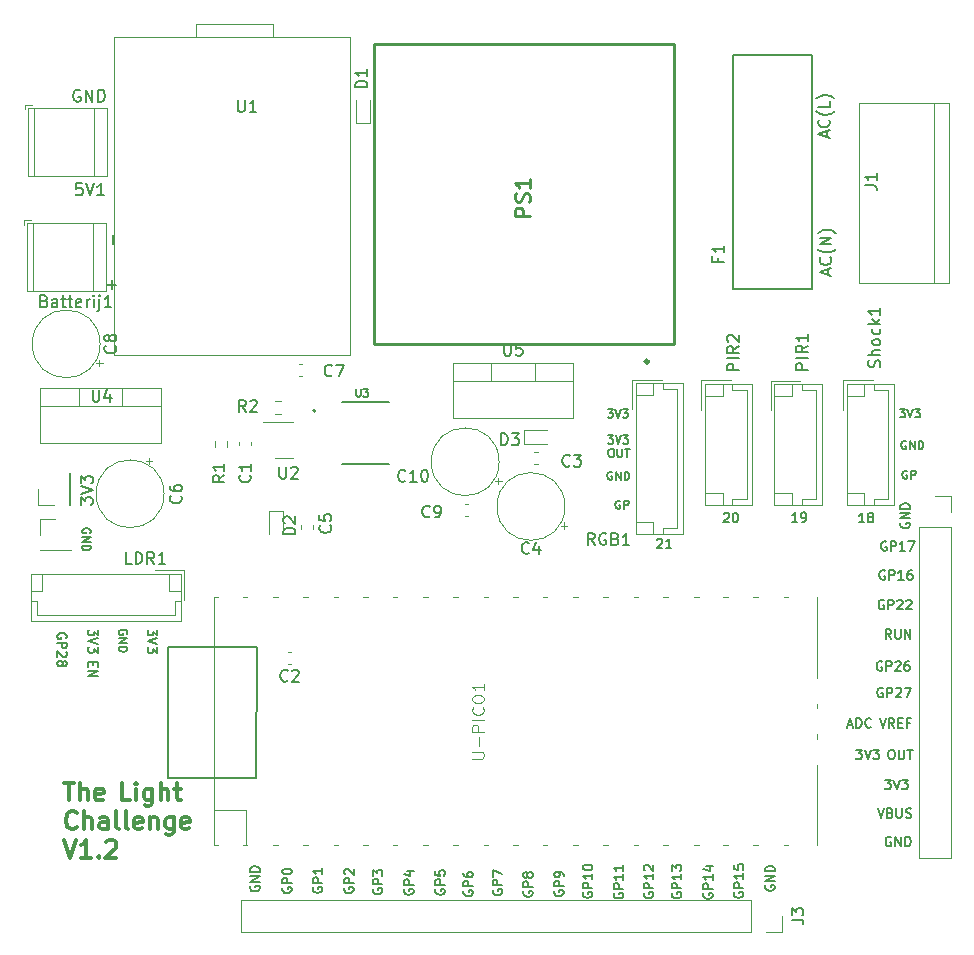
<source format=gbr>
%TF.GenerationSoftware,KiCad,Pcbnew,(7.0.0)*%
%TF.CreationDate,2023-12-21T13:58:15+01:00*%
%TF.ProjectId,PCB-light-challenge,5043422d-6c69-4676-9874-2d6368616c6c,rev?*%
%TF.SameCoordinates,Original*%
%TF.FileFunction,Legend,Top*%
%TF.FilePolarity,Positive*%
%FSLAX46Y46*%
G04 Gerber Fmt 4.6, Leading zero omitted, Abs format (unit mm)*
G04 Created by KiCad (PCBNEW (7.0.0)) date 2023-12-21 13:58:15*
%MOMM*%
%LPD*%
G01*
G04 APERTURE LIST*
%ADD10C,0.150000*%
%ADD11C,0.300000*%
%ADD12C,0.254000*%
%ADD13C,0.100000*%
%ADD14C,0.120000*%
%ADD15C,0.127000*%
%ADD16C,0.200000*%
G04 APERTURE END LIST*
D10*
X192318000Y-126870000D02*
X192278000Y-137910000D01*
X184818000Y-137980000D02*
X184828000Y-126890000D01*
X184828000Y-126890000D02*
X192318000Y-126870000D01*
X192278000Y-137910000D02*
X184818000Y-137980000D01*
X183854095Y-125387085D02*
X183854095Y-125882323D01*
X183854095Y-125882323D02*
X183549333Y-125615657D01*
X183549333Y-125615657D02*
X183549333Y-125729942D01*
X183549333Y-125729942D02*
X183511238Y-125806133D01*
X183511238Y-125806133D02*
X183473142Y-125844228D01*
X183473142Y-125844228D02*
X183396952Y-125882323D01*
X183396952Y-125882323D02*
X183206476Y-125882323D01*
X183206476Y-125882323D02*
X183130285Y-125844228D01*
X183130285Y-125844228D02*
X183092190Y-125806133D01*
X183092190Y-125806133D02*
X183054095Y-125729942D01*
X183054095Y-125729942D02*
X183054095Y-125501371D01*
X183054095Y-125501371D02*
X183092190Y-125425180D01*
X183092190Y-125425180D02*
X183130285Y-125387085D01*
X183854095Y-126110895D02*
X183054095Y-126377562D01*
X183054095Y-126377562D02*
X183854095Y-126644228D01*
X183854095Y-126834704D02*
X183854095Y-127329942D01*
X183854095Y-127329942D02*
X183549333Y-127063276D01*
X183549333Y-127063276D02*
X183549333Y-127177561D01*
X183549333Y-127177561D02*
X183511238Y-127253752D01*
X183511238Y-127253752D02*
X183473142Y-127291847D01*
X183473142Y-127291847D02*
X183396952Y-127329942D01*
X183396952Y-127329942D02*
X183206476Y-127329942D01*
X183206476Y-127329942D02*
X183130285Y-127291847D01*
X183130285Y-127291847D02*
X183092190Y-127253752D01*
X183092190Y-127253752D02*
X183054095Y-127177561D01*
X183054095Y-127177561D02*
X183054095Y-126948990D01*
X183054095Y-126948990D02*
X183092190Y-126872799D01*
X183092190Y-126872799D02*
X183130285Y-126834704D01*
X181311400Y-125780733D02*
X181344733Y-125714066D01*
X181344733Y-125714066D02*
X181344733Y-125614066D01*
X181344733Y-125614066D02*
X181311400Y-125514066D01*
X181311400Y-125514066D02*
X181244733Y-125447400D01*
X181244733Y-125447400D02*
X181178066Y-125414066D01*
X181178066Y-125414066D02*
X181044733Y-125380733D01*
X181044733Y-125380733D02*
X180944733Y-125380733D01*
X180944733Y-125380733D02*
X180811400Y-125414066D01*
X180811400Y-125414066D02*
X180744733Y-125447400D01*
X180744733Y-125447400D02*
X180678066Y-125514066D01*
X180678066Y-125514066D02*
X180644733Y-125614066D01*
X180644733Y-125614066D02*
X180644733Y-125680733D01*
X180644733Y-125680733D02*
X180678066Y-125780733D01*
X180678066Y-125780733D02*
X180711400Y-125814066D01*
X180711400Y-125814066D02*
X180944733Y-125814066D01*
X180944733Y-125814066D02*
X180944733Y-125680733D01*
X180644733Y-126114066D02*
X181344733Y-126114066D01*
X181344733Y-126114066D02*
X180644733Y-126514066D01*
X180644733Y-126514066D02*
X181344733Y-126514066D01*
X180644733Y-126847399D02*
X181344733Y-126847399D01*
X181344733Y-126847399D02*
X181344733Y-127014066D01*
X181344733Y-127014066D02*
X181311400Y-127114066D01*
X181311400Y-127114066D02*
X181244733Y-127180733D01*
X181244733Y-127180733D02*
X181178066Y-127214066D01*
X181178066Y-127214066D02*
X181044733Y-127247399D01*
X181044733Y-127247399D02*
X180944733Y-127247399D01*
X180944733Y-127247399D02*
X180811400Y-127214066D01*
X180811400Y-127214066D02*
X180744733Y-127180733D01*
X180744733Y-127180733D02*
X180678066Y-127114066D01*
X180678066Y-127114066D02*
X180644733Y-127014066D01*
X180644733Y-127014066D02*
X180644733Y-126847399D01*
X247345133Y-111957000D02*
X247278466Y-111923666D01*
X247278466Y-111923666D02*
X247178466Y-111923666D01*
X247178466Y-111923666D02*
X247078466Y-111957000D01*
X247078466Y-111957000D02*
X247011800Y-112023666D01*
X247011800Y-112023666D02*
X246978466Y-112090333D01*
X246978466Y-112090333D02*
X246945133Y-112223666D01*
X246945133Y-112223666D02*
X246945133Y-112323666D01*
X246945133Y-112323666D02*
X246978466Y-112457000D01*
X246978466Y-112457000D02*
X247011800Y-112523666D01*
X247011800Y-112523666D02*
X247078466Y-112590333D01*
X247078466Y-112590333D02*
X247178466Y-112623666D01*
X247178466Y-112623666D02*
X247245133Y-112623666D01*
X247245133Y-112623666D02*
X247345133Y-112590333D01*
X247345133Y-112590333D02*
X247378466Y-112557000D01*
X247378466Y-112557000D02*
X247378466Y-112323666D01*
X247378466Y-112323666D02*
X247245133Y-112323666D01*
X247678466Y-112623666D02*
X247678466Y-111923666D01*
X247678466Y-111923666D02*
X247945133Y-111923666D01*
X247945133Y-111923666D02*
X248011800Y-111957000D01*
X248011800Y-111957000D02*
X248045133Y-111990333D01*
X248045133Y-111990333D02*
X248078466Y-112057000D01*
X248078466Y-112057000D02*
X248078466Y-112157000D01*
X248078466Y-112157000D02*
X248045133Y-112223666D01*
X248045133Y-112223666D02*
X248011800Y-112257000D01*
X248011800Y-112257000D02*
X247945133Y-112290333D01*
X247945133Y-112290333D02*
X247678466Y-112290333D01*
X222376933Y-112033200D02*
X222310266Y-111999866D01*
X222310266Y-111999866D02*
X222210266Y-111999866D01*
X222210266Y-111999866D02*
X222110266Y-112033200D01*
X222110266Y-112033200D02*
X222043600Y-112099866D01*
X222043600Y-112099866D02*
X222010266Y-112166533D01*
X222010266Y-112166533D02*
X221976933Y-112299866D01*
X221976933Y-112299866D02*
X221976933Y-112399866D01*
X221976933Y-112399866D02*
X222010266Y-112533200D01*
X222010266Y-112533200D02*
X222043600Y-112599866D01*
X222043600Y-112599866D02*
X222110266Y-112666533D01*
X222110266Y-112666533D02*
X222210266Y-112699866D01*
X222210266Y-112699866D02*
X222276933Y-112699866D01*
X222276933Y-112699866D02*
X222376933Y-112666533D01*
X222376933Y-112666533D02*
X222410266Y-112633200D01*
X222410266Y-112633200D02*
X222410266Y-112399866D01*
X222410266Y-112399866D02*
X222276933Y-112399866D01*
X222710266Y-112699866D02*
X222710266Y-111999866D01*
X222710266Y-111999866D02*
X223110266Y-112699866D01*
X223110266Y-112699866D02*
X223110266Y-111999866D01*
X223443599Y-112699866D02*
X223443599Y-111999866D01*
X223443599Y-111999866D02*
X223610266Y-111999866D01*
X223610266Y-111999866D02*
X223710266Y-112033200D01*
X223710266Y-112033200D02*
X223776933Y-112099866D01*
X223776933Y-112099866D02*
X223810266Y-112166533D01*
X223810266Y-112166533D02*
X223843599Y-112299866D01*
X223843599Y-112299866D02*
X223843599Y-112399866D01*
X223843599Y-112399866D02*
X223810266Y-112533200D01*
X223810266Y-112533200D02*
X223776933Y-112599866D01*
X223776933Y-112599866D02*
X223710266Y-112666533D01*
X223710266Y-112666533D02*
X223610266Y-112699866D01*
X223610266Y-112699866D02*
X223443599Y-112699866D01*
X231825780Y-115561095D02*
X231863876Y-115523000D01*
X231863876Y-115523000D02*
X231940066Y-115484904D01*
X231940066Y-115484904D02*
X232130542Y-115484904D01*
X232130542Y-115484904D02*
X232206733Y-115523000D01*
X232206733Y-115523000D02*
X232244828Y-115561095D01*
X232244828Y-115561095D02*
X232282923Y-115637285D01*
X232282923Y-115637285D02*
X232282923Y-115713476D01*
X232282923Y-115713476D02*
X232244828Y-115827761D01*
X232244828Y-115827761D02*
X231787685Y-116284904D01*
X231787685Y-116284904D02*
X232282923Y-116284904D01*
X232778162Y-115484904D02*
X232854352Y-115484904D01*
X232854352Y-115484904D02*
X232930543Y-115523000D01*
X232930543Y-115523000D02*
X232968638Y-115561095D01*
X232968638Y-115561095D02*
X233006733Y-115637285D01*
X233006733Y-115637285D02*
X233044828Y-115789666D01*
X233044828Y-115789666D02*
X233044828Y-115980142D01*
X233044828Y-115980142D02*
X233006733Y-116132523D01*
X233006733Y-116132523D02*
X232968638Y-116208714D01*
X232968638Y-116208714D02*
X232930543Y-116246809D01*
X232930543Y-116246809D02*
X232854352Y-116284904D01*
X232854352Y-116284904D02*
X232778162Y-116284904D01*
X232778162Y-116284904D02*
X232701971Y-116246809D01*
X232701971Y-116246809D02*
X232663876Y-116208714D01*
X232663876Y-116208714D02*
X232625781Y-116132523D01*
X232625781Y-116132523D02*
X232587685Y-115980142D01*
X232587685Y-115980142D02*
X232587685Y-115789666D01*
X232587685Y-115789666D02*
X232625781Y-115637285D01*
X232625781Y-115637285D02*
X232663876Y-115561095D01*
X232663876Y-115561095D02*
X232701971Y-115523000D01*
X232701971Y-115523000D02*
X232778162Y-115484904D01*
X230144000Y-147710476D02*
X230105904Y-147786666D01*
X230105904Y-147786666D02*
X230105904Y-147900952D01*
X230105904Y-147900952D02*
X230144000Y-148015238D01*
X230144000Y-148015238D02*
X230220190Y-148091428D01*
X230220190Y-148091428D02*
X230296380Y-148129523D01*
X230296380Y-148129523D02*
X230448761Y-148167619D01*
X230448761Y-148167619D02*
X230563047Y-148167619D01*
X230563047Y-148167619D02*
X230715428Y-148129523D01*
X230715428Y-148129523D02*
X230791619Y-148091428D01*
X230791619Y-148091428D02*
X230867809Y-148015238D01*
X230867809Y-148015238D02*
X230905904Y-147900952D01*
X230905904Y-147900952D02*
X230905904Y-147824761D01*
X230905904Y-147824761D02*
X230867809Y-147710476D01*
X230867809Y-147710476D02*
X230829714Y-147672380D01*
X230829714Y-147672380D02*
X230563047Y-147672380D01*
X230563047Y-147672380D02*
X230563047Y-147824761D01*
X230905904Y-147329523D02*
X230105904Y-147329523D01*
X230105904Y-147329523D02*
X230105904Y-147024761D01*
X230105904Y-147024761D02*
X230144000Y-146948571D01*
X230144000Y-146948571D02*
X230182095Y-146910476D01*
X230182095Y-146910476D02*
X230258285Y-146872380D01*
X230258285Y-146872380D02*
X230372571Y-146872380D01*
X230372571Y-146872380D02*
X230448761Y-146910476D01*
X230448761Y-146910476D02*
X230486857Y-146948571D01*
X230486857Y-146948571D02*
X230524952Y-147024761D01*
X230524952Y-147024761D02*
X230524952Y-147329523D01*
X230905904Y-146110476D02*
X230905904Y-146567619D01*
X230905904Y-146339047D02*
X230105904Y-146339047D01*
X230105904Y-146339047D02*
X230220190Y-146415238D01*
X230220190Y-146415238D02*
X230296380Y-146491428D01*
X230296380Y-146491428D02*
X230334476Y-146567619D01*
X230372571Y-145424761D02*
X230905904Y-145424761D01*
X230067809Y-145615237D02*
X230639238Y-145805714D01*
X230639238Y-145805714D02*
X230639238Y-145310475D01*
X214914000Y-147530476D02*
X214875904Y-147606666D01*
X214875904Y-147606666D02*
X214875904Y-147720952D01*
X214875904Y-147720952D02*
X214914000Y-147835238D01*
X214914000Y-147835238D02*
X214990190Y-147911428D01*
X214990190Y-147911428D02*
X215066380Y-147949523D01*
X215066380Y-147949523D02*
X215218761Y-147987619D01*
X215218761Y-147987619D02*
X215333047Y-147987619D01*
X215333047Y-147987619D02*
X215485428Y-147949523D01*
X215485428Y-147949523D02*
X215561619Y-147911428D01*
X215561619Y-147911428D02*
X215637809Y-147835238D01*
X215637809Y-147835238D02*
X215675904Y-147720952D01*
X215675904Y-147720952D02*
X215675904Y-147644761D01*
X215675904Y-147644761D02*
X215637809Y-147530476D01*
X215637809Y-147530476D02*
X215599714Y-147492380D01*
X215599714Y-147492380D02*
X215333047Y-147492380D01*
X215333047Y-147492380D02*
X215333047Y-147644761D01*
X215675904Y-147149523D02*
X214875904Y-147149523D01*
X214875904Y-147149523D02*
X214875904Y-146844761D01*
X214875904Y-146844761D02*
X214914000Y-146768571D01*
X214914000Y-146768571D02*
X214952095Y-146730476D01*
X214952095Y-146730476D02*
X215028285Y-146692380D01*
X215028285Y-146692380D02*
X215142571Y-146692380D01*
X215142571Y-146692380D02*
X215218761Y-146730476D01*
X215218761Y-146730476D02*
X215256857Y-146768571D01*
X215256857Y-146768571D02*
X215294952Y-146844761D01*
X215294952Y-146844761D02*
X215294952Y-147149523D01*
X215218761Y-146235238D02*
X215180666Y-146311428D01*
X215180666Y-146311428D02*
X215142571Y-146349523D01*
X215142571Y-146349523D02*
X215066380Y-146387619D01*
X215066380Y-146387619D02*
X215028285Y-146387619D01*
X215028285Y-146387619D02*
X214952095Y-146349523D01*
X214952095Y-146349523D02*
X214914000Y-146311428D01*
X214914000Y-146311428D02*
X214875904Y-146235238D01*
X214875904Y-146235238D02*
X214875904Y-146082857D01*
X214875904Y-146082857D02*
X214914000Y-146006666D01*
X214914000Y-146006666D02*
X214952095Y-145968571D01*
X214952095Y-145968571D02*
X215028285Y-145930476D01*
X215028285Y-145930476D02*
X215066380Y-145930476D01*
X215066380Y-145930476D02*
X215142571Y-145968571D01*
X215142571Y-145968571D02*
X215180666Y-146006666D01*
X215180666Y-146006666D02*
X215218761Y-146082857D01*
X215218761Y-146082857D02*
X215218761Y-146235238D01*
X215218761Y-146235238D02*
X215256857Y-146311428D01*
X215256857Y-146311428D02*
X215294952Y-146349523D01*
X215294952Y-146349523D02*
X215371142Y-146387619D01*
X215371142Y-146387619D02*
X215523523Y-146387619D01*
X215523523Y-146387619D02*
X215599714Y-146349523D01*
X215599714Y-146349523D02*
X215637809Y-146311428D01*
X215637809Y-146311428D02*
X215675904Y-146235238D01*
X215675904Y-146235238D02*
X215675904Y-146082857D01*
X215675904Y-146082857D02*
X215637809Y-146006666D01*
X215637809Y-146006666D02*
X215599714Y-145968571D01*
X215599714Y-145968571D02*
X215523523Y-145930476D01*
X215523523Y-145930476D02*
X215371142Y-145930476D01*
X215371142Y-145930476D02*
X215294952Y-145968571D01*
X215294952Y-145968571D02*
X215256857Y-146006666D01*
X215256857Y-146006666D02*
X215218761Y-146082857D01*
X242341380Y-133455333D02*
X242722333Y-133455333D01*
X242265190Y-133683904D02*
X242531857Y-132883904D01*
X242531857Y-132883904D02*
X242798523Y-133683904D01*
X243065190Y-133683904D02*
X243065190Y-132883904D01*
X243065190Y-132883904D02*
X243255666Y-132883904D01*
X243255666Y-132883904D02*
X243369952Y-132922000D01*
X243369952Y-132922000D02*
X243446142Y-132998190D01*
X243446142Y-132998190D02*
X243484237Y-133074380D01*
X243484237Y-133074380D02*
X243522333Y-133226761D01*
X243522333Y-133226761D02*
X243522333Y-133341047D01*
X243522333Y-133341047D02*
X243484237Y-133493428D01*
X243484237Y-133493428D02*
X243446142Y-133569619D01*
X243446142Y-133569619D02*
X243369952Y-133645809D01*
X243369952Y-133645809D02*
X243255666Y-133683904D01*
X243255666Y-133683904D02*
X243065190Y-133683904D01*
X244322333Y-133607714D02*
X244284237Y-133645809D01*
X244284237Y-133645809D02*
X244169952Y-133683904D01*
X244169952Y-133683904D02*
X244093761Y-133683904D01*
X244093761Y-133683904D02*
X243979475Y-133645809D01*
X243979475Y-133645809D02*
X243903285Y-133569619D01*
X243903285Y-133569619D02*
X243865190Y-133493428D01*
X243865190Y-133493428D02*
X243827094Y-133341047D01*
X243827094Y-133341047D02*
X243827094Y-133226761D01*
X243827094Y-133226761D02*
X243865190Y-133074380D01*
X243865190Y-133074380D02*
X243903285Y-132998190D01*
X243903285Y-132998190D02*
X243979475Y-132922000D01*
X243979475Y-132922000D02*
X244093761Y-132883904D01*
X244093761Y-132883904D02*
X244169952Y-132883904D01*
X244169952Y-132883904D02*
X244284237Y-132922000D01*
X244284237Y-132922000D02*
X244322333Y-132960095D01*
X245030904Y-132883904D02*
X245297571Y-133683904D01*
X245297571Y-133683904D02*
X245564237Y-132883904D01*
X246288047Y-133683904D02*
X246021380Y-133302952D01*
X245830904Y-133683904D02*
X245830904Y-132883904D01*
X245830904Y-132883904D02*
X246135666Y-132883904D01*
X246135666Y-132883904D02*
X246211856Y-132922000D01*
X246211856Y-132922000D02*
X246249951Y-132960095D01*
X246249951Y-132960095D02*
X246288047Y-133036285D01*
X246288047Y-133036285D02*
X246288047Y-133150571D01*
X246288047Y-133150571D02*
X246249951Y-133226761D01*
X246249951Y-133226761D02*
X246211856Y-133264857D01*
X246211856Y-133264857D02*
X246135666Y-133302952D01*
X246135666Y-133302952D02*
X245830904Y-133302952D01*
X246630904Y-133264857D02*
X246897570Y-133264857D01*
X247011856Y-133683904D02*
X246630904Y-133683904D01*
X246630904Y-133683904D02*
X246630904Y-132883904D01*
X246630904Y-132883904D02*
X247011856Y-132883904D01*
X247621380Y-133264857D02*
X247354714Y-133264857D01*
X247354714Y-133683904D02*
X247354714Y-132883904D01*
X247354714Y-132883904D02*
X247735666Y-132883904D01*
X245402523Y-122906000D02*
X245326333Y-122867904D01*
X245326333Y-122867904D02*
X245212047Y-122867904D01*
X245212047Y-122867904D02*
X245097761Y-122906000D01*
X245097761Y-122906000D02*
X245021571Y-122982190D01*
X245021571Y-122982190D02*
X244983476Y-123058380D01*
X244983476Y-123058380D02*
X244945380Y-123210761D01*
X244945380Y-123210761D02*
X244945380Y-123325047D01*
X244945380Y-123325047D02*
X244983476Y-123477428D01*
X244983476Y-123477428D02*
X245021571Y-123553619D01*
X245021571Y-123553619D02*
X245097761Y-123629809D01*
X245097761Y-123629809D02*
X245212047Y-123667904D01*
X245212047Y-123667904D02*
X245288238Y-123667904D01*
X245288238Y-123667904D02*
X245402523Y-123629809D01*
X245402523Y-123629809D02*
X245440619Y-123591714D01*
X245440619Y-123591714D02*
X245440619Y-123325047D01*
X245440619Y-123325047D02*
X245288238Y-123325047D01*
X245783476Y-123667904D02*
X245783476Y-122867904D01*
X245783476Y-122867904D02*
X246088238Y-122867904D01*
X246088238Y-122867904D02*
X246164428Y-122906000D01*
X246164428Y-122906000D02*
X246202523Y-122944095D01*
X246202523Y-122944095D02*
X246240619Y-123020285D01*
X246240619Y-123020285D02*
X246240619Y-123134571D01*
X246240619Y-123134571D02*
X246202523Y-123210761D01*
X246202523Y-123210761D02*
X246164428Y-123248857D01*
X246164428Y-123248857D02*
X246088238Y-123286952D01*
X246088238Y-123286952D02*
X245783476Y-123286952D01*
X246545380Y-122944095D02*
X246583476Y-122906000D01*
X246583476Y-122906000D02*
X246659666Y-122867904D01*
X246659666Y-122867904D02*
X246850142Y-122867904D01*
X246850142Y-122867904D02*
X246926333Y-122906000D01*
X246926333Y-122906000D02*
X246964428Y-122944095D01*
X246964428Y-122944095D02*
X247002523Y-123020285D01*
X247002523Y-123020285D02*
X247002523Y-123096476D01*
X247002523Y-123096476D02*
X246964428Y-123210761D01*
X246964428Y-123210761D02*
X246507285Y-123667904D01*
X246507285Y-123667904D02*
X247002523Y-123667904D01*
X247307285Y-122944095D02*
X247345381Y-122906000D01*
X247345381Y-122906000D02*
X247421571Y-122867904D01*
X247421571Y-122867904D02*
X247612047Y-122867904D01*
X247612047Y-122867904D02*
X247688238Y-122906000D01*
X247688238Y-122906000D02*
X247726333Y-122944095D01*
X247726333Y-122944095D02*
X247764428Y-123020285D01*
X247764428Y-123020285D02*
X247764428Y-123096476D01*
X247764428Y-123096476D02*
X247726333Y-123210761D01*
X247726333Y-123210761D02*
X247269190Y-123667904D01*
X247269190Y-123667904D02*
X247764428Y-123667904D01*
X238074123Y-116259504D02*
X237616980Y-116259504D01*
X237845552Y-116259504D02*
X237845552Y-115459504D01*
X237845552Y-115459504D02*
X237769361Y-115573790D01*
X237769361Y-115573790D02*
X237693171Y-115649980D01*
X237693171Y-115649980D02*
X237616980Y-115688076D01*
X238455076Y-116259504D02*
X238607457Y-116259504D01*
X238607457Y-116259504D02*
X238683647Y-116221409D01*
X238683647Y-116221409D02*
X238721743Y-116183314D01*
X238721743Y-116183314D02*
X238797933Y-116069028D01*
X238797933Y-116069028D02*
X238836028Y-115916647D01*
X238836028Y-115916647D02*
X238836028Y-115611885D01*
X238836028Y-115611885D02*
X238797933Y-115535695D01*
X238797933Y-115535695D02*
X238759838Y-115497600D01*
X238759838Y-115497600D02*
X238683647Y-115459504D01*
X238683647Y-115459504D02*
X238531266Y-115459504D01*
X238531266Y-115459504D02*
X238455076Y-115497600D01*
X238455076Y-115497600D02*
X238416981Y-115535695D01*
X238416981Y-115535695D02*
X238378885Y-115611885D01*
X238378885Y-115611885D02*
X238378885Y-115802361D01*
X238378885Y-115802361D02*
X238416981Y-115878552D01*
X238416981Y-115878552D02*
X238455076Y-115916647D01*
X238455076Y-115916647D02*
X238531266Y-115954742D01*
X238531266Y-115954742D02*
X238683647Y-115954742D01*
X238683647Y-115954742D02*
X238759838Y-115916647D01*
X238759838Y-115916647D02*
X238797933Y-115878552D01*
X238797933Y-115878552D02*
X238836028Y-115802361D01*
D11*
X175987057Y-138347571D02*
X176844200Y-138347571D01*
X176415628Y-139847571D02*
X176415628Y-138347571D01*
X177344199Y-139847571D02*
X177344199Y-138347571D01*
X177987057Y-139847571D02*
X177987057Y-139061857D01*
X177987057Y-139061857D02*
X177915628Y-138919000D01*
X177915628Y-138919000D02*
X177772771Y-138847571D01*
X177772771Y-138847571D02*
X177558485Y-138847571D01*
X177558485Y-138847571D02*
X177415628Y-138919000D01*
X177415628Y-138919000D02*
X177344199Y-138990428D01*
X179272771Y-139776142D02*
X179129914Y-139847571D01*
X179129914Y-139847571D02*
X178844200Y-139847571D01*
X178844200Y-139847571D02*
X178701342Y-139776142D01*
X178701342Y-139776142D02*
X178629914Y-139633285D01*
X178629914Y-139633285D02*
X178629914Y-139061857D01*
X178629914Y-139061857D02*
X178701342Y-138919000D01*
X178701342Y-138919000D02*
X178844200Y-138847571D01*
X178844200Y-138847571D02*
X179129914Y-138847571D01*
X179129914Y-138847571D02*
X179272771Y-138919000D01*
X179272771Y-138919000D02*
X179344200Y-139061857D01*
X179344200Y-139061857D02*
X179344200Y-139204714D01*
X179344200Y-139204714D02*
X178629914Y-139347571D01*
X181601342Y-139847571D02*
X180887056Y-139847571D01*
X180887056Y-139847571D02*
X180887056Y-138347571D01*
X182101342Y-139847571D02*
X182101342Y-138847571D01*
X182101342Y-138347571D02*
X182029914Y-138419000D01*
X182029914Y-138419000D02*
X182101342Y-138490428D01*
X182101342Y-138490428D02*
X182172771Y-138419000D01*
X182172771Y-138419000D02*
X182101342Y-138347571D01*
X182101342Y-138347571D02*
X182101342Y-138490428D01*
X183458486Y-138847571D02*
X183458486Y-140061857D01*
X183458486Y-140061857D02*
X183387057Y-140204714D01*
X183387057Y-140204714D02*
X183315628Y-140276142D01*
X183315628Y-140276142D02*
X183172771Y-140347571D01*
X183172771Y-140347571D02*
X182958486Y-140347571D01*
X182958486Y-140347571D02*
X182815628Y-140276142D01*
X183458486Y-139776142D02*
X183315628Y-139847571D01*
X183315628Y-139847571D02*
X183029914Y-139847571D01*
X183029914Y-139847571D02*
X182887057Y-139776142D01*
X182887057Y-139776142D02*
X182815628Y-139704714D01*
X182815628Y-139704714D02*
X182744200Y-139561857D01*
X182744200Y-139561857D02*
X182744200Y-139133285D01*
X182744200Y-139133285D02*
X182815628Y-138990428D01*
X182815628Y-138990428D02*
X182887057Y-138919000D01*
X182887057Y-138919000D02*
X183029914Y-138847571D01*
X183029914Y-138847571D02*
X183315628Y-138847571D01*
X183315628Y-138847571D02*
X183458486Y-138919000D01*
X184172771Y-139847571D02*
X184172771Y-138347571D01*
X184815629Y-139847571D02*
X184815629Y-139061857D01*
X184815629Y-139061857D02*
X184744200Y-138919000D01*
X184744200Y-138919000D02*
X184601343Y-138847571D01*
X184601343Y-138847571D02*
X184387057Y-138847571D01*
X184387057Y-138847571D02*
X184244200Y-138919000D01*
X184244200Y-138919000D02*
X184172771Y-138990428D01*
X185315629Y-138847571D02*
X185887057Y-138847571D01*
X185529914Y-138347571D02*
X185529914Y-139633285D01*
X185529914Y-139633285D02*
X185601343Y-139776142D01*
X185601343Y-139776142D02*
X185744200Y-139847571D01*
X185744200Y-139847571D02*
X185887057Y-139847571D01*
X177058485Y-142134714D02*
X176987057Y-142206142D01*
X176987057Y-142206142D02*
X176772771Y-142277571D01*
X176772771Y-142277571D02*
X176629914Y-142277571D01*
X176629914Y-142277571D02*
X176415628Y-142206142D01*
X176415628Y-142206142D02*
X176272771Y-142063285D01*
X176272771Y-142063285D02*
X176201342Y-141920428D01*
X176201342Y-141920428D02*
X176129914Y-141634714D01*
X176129914Y-141634714D02*
X176129914Y-141420428D01*
X176129914Y-141420428D02*
X176201342Y-141134714D01*
X176201342Y-141134714D02*
X176272771Y-140991857D01*
X176272771Y-140991857D02*
X176415628Y-140849000D01*
X176415628Y-140849000D02*
X176629914Y-140777571D01*
X176629914Y-140777571D02*
X176772771Y-140777571D01*
X176772771Y-140777571D02*
X176987057Y-140849000D01*
X176987057Y-140849000D02*
X177058485Y-140920428D01*
X177701342Y-142277571D02*
X177701342Y-140777571D01*
X178344200Y-142277571D02*
X178344200Y-141491857D01*
X178344200Y-141491857D02*
X178272771Y-141349000D01*
X178272771Y-141349000D02*
X178129914Y-141277571D01*
X178129914Y-141277571D02*
X177915628Y-141277571D01*
X177915628Y-141277571D02*
X177772771Y-141349000D01*
X177772771Y-141349000D02*
X177701342Y-141420428D01*
X179701343Y-142277571D02*
X179701343Y-141491857D01*
X179701343Y-141491857D02*
X179629914Y-141349000D01*
X179629914Y-141349000D02*
X179487057Y-141277571D01*
X179487057Y-141277571D02*
X179201343Y-141277571D01*
X179201343Y-141277571D02*
X179058485Y-141349000D01*
X179701343Y-142206142D02*
X179558485Y-142277571D01*
X179558485Y-142277571D02*
X179201343Y-142277571D01*
X179201343Y-142277571D02*
X179058485Y-142206142D01*
X179058485Y-142206142D02*
X178987057Y-142063285D01*
X178987057Y-142063285D02*
X178987057Y-141920428D01*
X178987057Y-141920428D02*
X179058485Y-141777571D01*
X179058485Y-141777571D02*
X179201343Y-141706142D01*
X179201343Y-141706142D02*
X179558485Y-141706142D01*
X179558485Y-141706142D02*
X179701343Y-141634714D01*
X180629914Y-142277571D02*
X180487057Y-142206142D01*
X180487057Y-142206142D02*
X180415628Y-142063285D01*
X180415628Y-142063285D02*
X180415628Y-140777571D01*
X181415628Y-142277571D02*
X181272771Y-142206142D01*
X181272771Y-142206142D02*
X181201342Y-142063285D01*
X181201342Y-142063285D02*
X181201342Y-140777571D01*
X182558485Y-142206142D02*
X182415628Y-142277571D01*
X182415628Y-142277571D02*
X182129914Y-142277571D01*
X182129914Y-142277571D02*
X181987056Y-142206142D01*
X181987056Y-142206142D02*
X181915628Y-142063285D01*
X181915628Y-142063285D02*
X181915628Y-141491857D01*
X181915628Y-141491857D02*
X181987056Y-141349000D01*
X181987056Y-141349000D02*
X182129914Y-141277571D01*
X182129914Y-141277571D02*
X182415628Y-141277571D01*
X182415628Y-141277571D02*
X182558485Y-141349000D01*
X182558485Y-141349000D02*
X182629914Y-141491857D01*
X182629914Y-141491857D02*
X182629914Y-141634714D01*
X182629914Y-141634714D02*
X181915628Y-141777571D01*
X183272770Y-141277571D02*
X183272770Y-142277571D01*
X183272770Y-141420428D02*
X183344199Y-141349000D01*
X183344199Y-141349000D02*
X183487056Y-141277571D01*
X183487056Y-141277571D02*
X183701342Y-141277571D01*
X183701342Y-141277571D02*
X183844199Y-141349000D01*
X183844199Y-141349000D02*
X183915628Y-141491857D01*
X183915628Y-141491857D02*
X183915628Y-142277571D01*
X185272771Y-141277571D02*
X185272771Y-142491857D01*
X185272771Y-142491857D02*
X185201342Y-142634714D01*
X185201342Y-142634714D02*
X185129913Y-142706142D01*
X185129913Y-142706142D02*
X184987056Y-142777571D01*
X184987056Y-142777571D02*
X184772771Y-142777571D01*
X184772771Y-142777571D02*
X184629913Y-142706142D01*
X185272771Y-142206142D02*
X185129913Y-142277571D01*
X185129913Y-142277571D02*
X184844199Y-142277571D01*
X184844199Y-142277571D02*
X184701342Y-142206142D01*
X184701342Y-142206142D02*
X184629913Y-142134714D01*
X184629913Y-142134714D02*
X184558485Y-141991857D01*
X184558485Y-141991857D02*
X184558485Y-141563285D01*
X184558485Y-141563285D02*
X184629913Y-141420428D01*
X184629913Y-141420428D02*
X184701342Y-141349000D01*
X184701342Y-141349000D02*
X184844199Y-141277571D01*
X184844199Y-141277571D02*
X185129913Y-141277571D01*
X185129913Y-141277571D02*
X185272771Y-141349000D01*
X186558485Y-142206142D02*
X186415628Y-142277571D01*
X186415628Y-142277571D02*
X186129914Y-142277571D01*
X186129914Y-142277571D02*
X185987056Y-142206142D01*
X185987056Y-142206142D02*
X185915628Y-142063285D01*
X185915628Y-142063285D02*
X185915628Y-141491857D01*
X185915628Y-141491857D02*
X185987056Y-141349000D01*
X185987056Y-141349000D02*
X186129914Y-141277571D01*
X186129914Y-141277571D02*
X186415628Y-141277571D01*
X186415628Y-141277571D02*
X186558485Y-141349000D01*
X186558485Y-141349000D02*
X186629914Y-141491857D01*
X186629914Y-141491857D02*
X186629914Y-141634714D01*
X186629914Y-141634714D02*
X185915628Y-141777571D01*
X175987057Y-143207571D02*
X176487057Y-144707571D01*
X176487057Y-144707571D02*
X176987057Y-143207571D01*
X178272771Y-144707571D02*
X177415628Y-144707571D01*
X177844199Y-144707571D02*
X177844199Y-143207571D01*
X177844199Y-143207571D02*
X177701342Y-143421857D01*
X177701342Y-143421857D02*
X177558485Y-143564714D01*
X177558485Y-143564714D02*
X177415628Y-143636142D01*
X178915627Y-144564714D02*
X178987056Y-144636142D01*
X178987056Y-144636142D02*
X178915627Y-144707571D01*
X178915627Y-144707571D02*
X178844199Y-144636142D01*
X178844199Y-144636142D02*
X178915627Y-144564714D01*
X178915627Y-144564714D02*
X178915627Y-144707571D01*
X179558485Y-143350428D02*
X179629913Y-143279000D01*
X179629913Y-143279000D02*
X179772771Y-143207571D01*
X179772771Y-143207571D02*
X180129913Y-143207571D01*
X180129913Y-143207571D02*
X180272771Y-143279000D01*
X180272771Y-143279000D02*
X180344199Y-143350428D01*
X180344199Y-143350428D02*
X180415628Y-143493285D01*
X180415628Y-143493285D02*
X180415628Y-143636142D01*
X180415628Y-143636142D02*
X180344199Y-143850428D01*
X180344199Y-143850428D02*
X179487056Y-144707571D01*
X179487056Y-144707571D02*
X180415628Y-144707571D01*
D10*
X246011619Y-126140104D02*
X245744952Y-125759152D01*
X245554476Y-126140104D02*
X245554476Y-125340104D01*
X245554476Y-125340104D02*
X245859238Y-125340104D01*
X245859238Y-125340104D02*
X245935428Y-125378200D01*
X245935428Y-125378200D02*
X245973523Y-125416295D01*
X245973523Y-125416295D02*
X246011619Y-125492485D01*
X246011619Y-125492485D02*
X246011619Y-125606771D01*
X246011619Y-125606771D02*
X245973523Y-125682961D01*
X245973523Y-125682961D02*
X245935428Y-125721057D01*
X245935428Y-125721057D02*
X245859238Y-125759152D01*
X245859238Y-125759152D02*
X245554476Y-125759152D01*
X246354476Y-125340104D02*
X246354476Y-125987723D01*
X246354476Y-125987723D02*
X246392571Y-126063914D01*
X246392571Y-126063914D02*
X246430666Y-126102009D01*
X246430666Y-126102009D02*
X246506857Y-126140104D01*
X246506857Y-126140104D02*
X246659238Y-126140104D01*
X246659238Y-126140104D02*
X246735428Y-126102009D01*
X246735428Y-126102009D02*
X246773523Y-126063914D01*
X246773523Y-126063914D02*
X246811619Y-125987723D01*
X246811619Y-125987723D02*
X246811619Y-125340104D01*
X247192571Y-126140104D02*
X247192571Y-125340104D01*
X247192571Y-125340104D02*
X247649714Y-126140104D01*
X247649714Y-126140104D02*
X247649714Y-125340104D01*
X226186980Y-117770895D02*
X226225076Y-117732800D01*
X226225076Y-117732800D02*
X226301266Y-117694704D01*
X226301266Y-117694704D02*
X226491742Y-117694704D01*
X226491742Y-117694704D02*
X226567933Y-117732800D01*
X226567933Y-117732800D02*
X226606028Y-117770895D01*
X226606028Y-117770895D02*
X226644123Y-117847085D01*
X226644123Y-117847085D02*
X226644123Y-117923276D01*
X226644123Y-117923276D02*
X226606028Y-118037561D01*
X226606028Y-118037561D02*
X226148885Y-118494704D01*
X226148885Y-118494704D02*
X226644123Y-118494704D01*
X227406028Y-118494704D02*
X226948885Y-118494704D01*
X227177457Y-118494704D02*
X227177457Y-117694704D01*
X227177457Y-117694704D02*
X227101266Y-117808990D01*
X227101266Y-117808990D02*
X227025076Y-117885180D01*
X227025076Y-117885180D02*
X226948885Y-117923276D01*
X245482523Y-120386000D02*
X245406333Y-120347904D01*
X245406333Y-120347904D02*
X245292047Y-120347904D01*
X245292047Y-120347904D02*
X245177761Y-120386000D01*
X245177761Y-120386000D02*
X245101571Y-120462190D01*
X245101571Y-120462190D02*
X245063476Y-120538380D01*
X245063476Y-120538380D02*
X245025380Y-120690761D01*
X245025380Y-120690761D02*
X245025380Y-120805047D01*
X245025380Y-120805047D02*
X245063476Y-120957428D01*
X245063476Y-120957428D02*
X245101571Y-121033619D01*
X245101571Y-121033619D02*
X245177761Y-121109809D01*
X245177761Y-121109809D02*
X245292047Y-121147904D01*
X245292047Y-121147904D02*
X245368238Y-121147904D01*
X245368238Y-121147904D02*
X245482523Y-121109809D01*
X245482523Y-121109809D02*
X245520619Y-121071714D01*
X245520619Y-121071714D02*
X245520619Y-120805047D01*
X245520619Y-120805047D02*
X245368238Y-120805047D01*
X245863476Y-121147904D02*
X245863476Y-120347904D01*
X245863476Y-120347904D02*
X246168238Y-120347904D01*
X246168238Y-120347904D02*
X246244428Y-120386000D01*
X246244428Y-120386000D02*
X246282523Y-120424095D01*
X246282523Y-120424095D02*
X246320619Y-120500285D01*
X246320619Y-120500285D02*
X246320619Y-120614571D01*
X246320619Y-120614571D02*
X246282523Y-120690761D01*
X246282523Y-120690761D02*
X246244428Y-120728857D01*
X246244428Y-120728857D02*
X246168238Y-120766952D01*
X246168238Y-120766952D02*
X245863476Y-120766952D01*
X247082523Y-121147904D02*
X246625380Y-121147904D01*
X246853952Y-121147904D02*
X246853952Y-120347904D01*
X246853952Y-120347904D02*
X246777761Y-120462190D01*
X246777761Y-120462190D02*
X246701571Y-120538380D01*
X246701571Y-120538380D02*
X246625380Y-120576476D01*
X247768238Y-120347904D02*
X247615857Y-120347904D01*
X247615857Y-120347904D02*
X247539666Y-120386000D01*
X247539666Y-120386000D02*
X247501571Y-120424095D01*
X247501571Y-120424095D02*
X247425381Y-120538380D01*
X247425381Y-120538380D02*
X247387285Y-120690761D01*
X247387285Y-120690761D02*
X247387285Y-120995523D01*
X247387285Y-120995523D02*
X247425381Y-121071714D01*
X247425381Y-121071714D02*
X247463476Y-121109809D01*
X247463476Y-121109809D02*
X247539666Y-121147904D01*
X247539666Y-121147904D02*
X247692047Y-121147904D01*
X247692047Y-121147904D02*
X247768238Y-121109809D01*
X247768238Y-121109809D02*
X247806333Y-121071714D01*
X247806333Y-121071714D02*
X247844428Y-120995523D01*
X247844428Y-120995523D02*
X247844428Y-120805047D01*
X247844428Y-120805047D02*
X247806333Y-120728857D01*
X247806333Y-120728857D02*
X247768238Y-120690761D01*
X247768238Y-120690761D02*
X247692047Y-120652666D01*
X247692047Y-120652666D02*
X247539666Y-120652666D01*
X247539666Y-120652666D02*
X247463476Y-120690761D01*
X247463476Y-120690761D02*
X247425381Y-120728857D01*
X247425381Y-120728857D02*
X247387285Y-120805047D01*
X227494000Y-147680476D02*
X227455904Y-147756666D01*
X227455904Y-147756666D02*
X227455904Y-147870952D01*
X227455904Y-147870952D02*
X227494000Y-147985238D01*
X227494000Y-147985238D02*
X227570190Y-148061428D01*
X227570190Y-148061428D02*
X227646380Y-148099523D01*
X227646380Y-148099523D02*
X227798761Y-148137619D01*
X227798761Y-148137619D02*
X227913047Y-148137619D01*
X227913047Y-148137619D02*
X228065428Y-148099523D01*
X228065428Y-148099523D02*
X228141619Y-148061428D01*
X228141619Y-148061428D02*
X228217809Y-147985238D01*
X228217809Y-147985238D02*
X228255904Y-147870952D01*
X228255904Y-147870952D02*
X228255904Y-147794761D01*
X228255904Y-147794761D02*
X228217809Y-147680476D01*
X228217809Y-147680476D02*
X228179714Y-147642380D01*
X228179714Y-147642380D02*
X227913047Y-147642380D01*
X227913047Y-147642380D02*
X227913047Y-147794761D01*
X228255904Y-147299523D02*
X227455904Y-147299523D01*
X227455904Y-147299523D02*
X227455904Y-146994761D01*
X227455904Y-146994761D02*
X227494000Y-146918571D01*
X227494000Y-146918571D02*
X227532095Y-146880476D01*
X227532095Y-146880476D02*
X227608285Y-146842380D01*
X227608285Y-146842380D02*
X227722571Y-146842380D01*
X227722571Y-146842380D02*
X227798761Y-146880476D01*
X227798761Y-146880476D02*
X227836857Y-146918571D01*
X227836857Y-146918571D02*
X227874952Y-146994761D01*
X227874952Y-146994761D02*
X227874952Y-147299523D01*
X228255904Y-146080476D02*
X228255904Y-146537619D01*
X228255904Y-146309047D02*
X227455904Y-146309047D01*
X227455904Y-146309047D02*
X227570190Y-146385238D01*
X227570190Y-146385238D02*
X227646380Y-146461428D01*
X227646380Y-146461428D02*
X227684476Y-146537619D01*
X227455904Y-145813809D02*
X227455904Y-145318571D01*
X227455904Y-145318571D02*
X227760666Y-145585237D01*
X227760666Y-145585237D02*
X227760666Y-145470952D01*
X227760666Y-145470952D02*
X227798761Y-145394761D01*
X227798761Y-145394761D02*
X227836857Y-145356666D01*
X227836857Y-145356666D02*
X227913047Y-145318571D01*
X227913047Y-145318571D02*
X228103523Y-145318571D01*
X228103523Y-145318571D02*
X228179714Y-145356666D01*
X228179714Y-145356666D02*
X228217809Y-145394761D01*
X228217809Y-145394761D02*
X228255904Y-145470952D01*
X228255904Y-145470952D02*
X228255904Y-145699523D01*
X228255904Y-145699523D02*
X228217809Y-145775714D01*
X228217809Y-145775714D02*
X228179714Y-145813809D01*
X194494000Y-147230476D02*
X194455904Y-147306666D01*
X194455904Y-147306666D02*
X194455904Y-147420952D01*
X194455904Y-147420952D02*
X194494000Y-147535238D01*
X194494000Y-147535238D02*
X194570190Y-147611428D01*
X194570190Y-147611428D02*
X194646380Y-147649523D01*
X194646380Y-147649523D02*
X194798761Y-147687619D01*
X194798761Y-147687619D02*
X194913047Y-147687619D01*
X194913047Y-147687619D02*
X195065428Y-147649523D01*
X195065428Y-147649523D02*
X195141619Y-147611428D01*
X195141619Y-147611428D02*
X195217809Y-147535238D01*
X195217809Y-147535238D02*
X195255904Y-147420952D01*
X195255904Y-147420952D02*
X195255904Y-147344761D01*
X195255904Y-147344761D02*
X195217809Y-147230476D01*
X195217809Y-147230476D02*
X195179714Y-147192380D01*
X195179714Y-147192380D02*
X194913047Y-147192380D01*
X194913047Y-147192380D02*
X194913047Y-147344761D01*
X195255904Y-146849523D02*
X194455904Y-146849523D01*
X194455904Y-146849523D02*
X194455904Y-146544761D01*
X194455904Y-146544761D02*
X194494000Y-146468571D01*
X194494000Y-146468571D02*
X194532095Y-146430476D01*
X194532095Y-146430476D02*
X194608285Y-146392380D01*
X194608285Y-146392380D02*
X194722571Y-146392380D01*
X194722571Y-146392380D02*
X194798761Y-146430476D01*
X194798761Y-146430476D02*
X194836857Y-146468571D01*
X194836857Y-146468571D02*
X194874952Y-146544761D01*
X194874952Y-146544761D02*
X194874952Y-146849523D01*
X194455904Y-145897142D02*
X194455904Y-145820952D01*
X194455904Y-145820952D02*
X194494000Y-145744761D01*
X194494000Y-145744761D02*
X194532095Y-145706666D01*
X194532095Y-145706666D02*
X194608285Y-145668571D01*
X194608285Y-145668571D02*
X194760666Y-145630476D01*
X194760666Y-145630476D02*
X194951142Y-145630476D01*
X194951142Y-145630476D02*
X195103523Y-145668571D01*
X195103523Y-145668571D02*
X195179714Y-145706666D01*
X195179714Y-145706666D02*
X195217809Y-145744761D01*
X195217809Y-145744761D02*
X195255904Y-145820952D01*
X195255904Y-145820952D02*
X195255904Y-145897142D01*
X195255904Y-145897142D02*
X195217809Y-145973333D01*
X195217809Y-145973333D02*
X195179714Y-146011428D01*
X195179714Y-146011428D02*
X195103523Y-146049523D01*
X195103523Y-146049523D02*
X194951142Y-146087619D01*
X194951142Y-146087619D02*
X194760666Y-146087619D01*
X194760666Y-146087619D02*
X194608285Y-146049523D01*
X194608285Y-146049523D02*
X194532095Y-146011428D01*
X194532095Y-146011428D02*
X194494000Y-145973333D01*
X194494000Y-145973333D02*
X194455904Y-145897142D01*
X222554000Y-147690476D02*
X222515904Y-147766666D01*
X222515904Y-147766666D02*
X222515904Y-147880952D01*
X222515904Y-147880952D02*
X222554000Y-147995238D01*
X222554000Y-147995238D02*
X222630190Y-148071428D01*
X222630190Y-148071428D02*
X222706380Y-148109523D01*
X222706380Y-148109523D02*
X222858761Y-148147619D01*
X222858761Y-148147619D02*
X222973047Y-148147619D01*
X222973047Y-148147619D02*
X223125428Y-148109523D01*
X223125428Y-148109523D02*
X223201619Y-148071428D01*
X223201619Y-148071428D02*
X223277809Y-147995238D01*
X223277809Y-147995238D02*
X223315904Y-147880952D01*
X223315904Y-147880952D02*
X223315904Y-147804761D01*
X223315904Y-147804761D02*
X223277809Y-147690476D01*
X223277809Y-147690476D02*
X223239714Y-147652380D01*
X223239714Y-147652380D02*
X222973047Y-147652380D01*
X222973047Y-147652380D02*
X222973047Y-147804761D01*
X223315904Y-147309523D02*
X222515904Y-147309523D01*
X222515904Y-147309523D02*
X222515904Y-147004761D01*
X222515904Y-147004761D02*
X222554000Y-146928571D01*
X222554000Y-146928571D02*
X222592095Y-146890476D01*
X222592095Y-146890476D02*
X222668285Y-146852380D01*
X222668285Y-146852380D02*
X222782571Y-146852380D01*
X222782571Y-146852380D02*
X222858761Y-146890476D01*
X222858761Y-146890476D02*
X222896857Y-146928571D01*
X222896857Y-146928571D02*
X222934952Y-147004761D01*
X222934952Y-147004761D02*
X222934952Y-147309523D01*
X223315904Y-146090476D02*
X223315904Y-146547619D01*
X223315904Y-146319047D02*
X222515904Y-146319047D01*
X222515904Y-146319047D02*
X222630190Y-146395238D01*
X222630190Y-146395238D02*
X222706380Y-146471428D01*
X222706380Y-146471428D02*
X222744476Y-146547619D01*
X223315904Y-145328571D02*
X223315904Y-145785714D01*
X223315904Y-145557142D02*
X222515904Y-145557142D01*
X222515904Y-145557142D02*
X222630190Y-145633333D01*
X222630190Y-145633333D02*
X222706380Y-145709523D01*
X222706380Y-145709523D02*
X222744476Y-145785714D01*
X197104000Y-147200476D02*
X197065904Y-147276666D01*
X197065904Y-147276666D02*
X197065904Y-147390952D01*
X197065904Y-147390952D02*
X197104000Y-147505238D01*
X197104000Y-147505238D02*
X197180190Y-147581428D01*
X197180190Y-147581428D02*
X197256380Y-147619523D01*
X197256380Y-147619523D02*
X197408761Y-147657619D01*
X197408761Y-147657619D02*
X197523047Y-147657619D01*
X197523047Y-147657619D02*
X197675428Y-147619523D01*
X197675428Y-147619523D02*
X197751619Y-147581428D01*
X197751619Y-147581428D02*
X197827809Y-147505238D01*
X197827809Y-147505238D02*
X197865904Y-147390952D01*
X197865904Y-147390952D02*
X197865904Y-147314761D01*
X197865904Y-147314761D02*
X197827809Y-147200476D01*
X197827809Y-147200476D02*
X197789714Y-147162380D01*
X197789714Y-147162380D02*
X197523047Y-147162380D01*
X197523047Y-147162380D02*
X197523047Y-147314761D01*
X197865904Y-146819523D02*
X197065904Y-146819523D01*
X197065904Y-146819523D02*
X197065904Y-146514761D01*
X197065904Y-146514761D02*
X197104000Y-146438571D01*
X197104000Y-146438571D02*
X197142095Y-146400476D01*
X197142095Y-146400476D02*
X197218285Y-146362380D01*
X197218285Y-146362380D02*
X197332571Y-146362380D01*
X197332571Y-146362380D02*
X197408761Y-146400476D01*
X197408761Y-146400476D02*
X197446857Y-146438571D01*
X197446857Y-146438571D02*
X197484952Y-146514761D01*
X197484952Y-146514761D02*
X197484952Y-146819523D01*
X197865904Y-145600476D02*
X197865904Y-146057619D01*
X197865904Y-145829047D02*
X197065904Y-145829047D01*
X197065904Y-145829047D02*
X197180190Y-145905238D01*
X197180190Y-145905238D02*
X197256380Y-145981428D01*
X197256380Y-145981428D02*
X197294476Y-146057619D01*
X179654248Y-96176228D02*
X180416153Y-96176228D01*
X180035200Y-96557180D02*
X180035200Y-95795276D01*
X212304000Y-147410476D02*
X212265904Y-147486666D01*
X212265904Y-147486666D02*
X212265904Y-147600952D01*
X212265904Y-147600952D02*
X212304000Y-147715238D01*
X212304000Y-147715238D02*
X212380190Y-147791428D01*
X212380190Y-147791428D02*
X212456380Y-147829523D01*
X212456380Y-147829523D02*
X212608761Y-147867619D01*
X212608761Y-147867619D02*
X212723047Y-147867619D01*
X212723047Y-147867619D02*
X212875428Y-147829523D01*
X212875428Y-147829523D02*
X212951619Y-147791428D01*
X212951619Y-147791428D02*
X213027809Y-147715238D01*
X213027809Y-147715238D02*
X213065904Y-147600952D01*
X213065904Y-147600952D02*
X213065904Y-147524761D01*
X213065904Y-147524761D02*
X213027809Y-147410476D01*
X213027809Y-147410476D02*
X212989714Y-147372380D01*
X212989714Y-147372380D02*
X212723047Y-147372380D01*
X212723047Y-147372380D02*
X212723047Y-147524761D01*
X213065904Y-147029523D02*
X212265904Y-147029523D01*
X212265904Y-147029523D02*
X212265904Y-146724761D01*
X212265904Y-146724761D02*
X212304000Y-146648571D01*
X212304000Y-146648571D02*
X212342095Y-146610476D01*
X212342095Y-146610476D02*
X212418285Y-146572380D01*
X212418285Y-146572380D02*
X212532571Y-146572380D01*
X212532571Y-146572380D02*
X212608761Y-146610476D01*
X212608761Y-146610476D02*
X212646857Y-146648571D01*
X212646857Y-146648571D02*
X212684952Y-146724761D01*
X212684952Y-146724761D02*
X212684952Y-147029523D01*
X212265904Y-146305714D02*
X212265904Y-145772380D01*
X212265904Y-145772380D02*
X213065904Y-146115238D01*
X217514000Y-147490476D02*
X217475904Y-147566666D01*
X217475904Y-147566666D02*
X217475904Y-147680952D01*
X217475904Y-147680952D02*
X217514000Y-147795238D01*
X217514000Y-147795238D02*
X217590190Y-147871428D01*
X217590190Y-147871428D02*
X217666380Y-147909523D01*
X217666380Y-147909523D02*
X217818761Y-147947619D01*
X217818761Y-147947619D02*
X217933047Y-147947619D01*
X217933047Y-147947619D02*
X218085428Y-147909523D01*
X218085428Y-147909523D02*
X218161619Y-147871428D01*
X218161619Y-147871428D02*
X218237809Y-147795238D01*
X218237809Y-147795238D02*
X218275904Y-147680952D01*
X218275904Y-147680952D02*
X218275904Y-147604761D01*
X218275904Y-147604761D02*
X218237809Y-147490476D01*
X218237809Y-147490476D02*
X218199714Y-147452380D01*
X218199714Y-147452380D02*
X217933047Y-147452380D01*
X217933047Y-147452380D02*
X217933047Y-147604761D01*
X218275904Y-147109523D02*
X217475904Y-147109523D01*
X217475904Y-147109523D02*
X217475904Y-146804761D01*
X217475904Y-146804761D02*
X217514000Y-146728571D01*
X217514000Y-146728571D02*
X217552095Y-146690476D01*
X217552095Y-146690476D02*
X217628285Y-146652380D01*
X217628285Y-146652380D02*
X217742571Y-146652380D01*
X217742571Y-146652380D02*
X217818761Y-146690476D01*
X217818761Y-146690476D02*
X217856857Y-146728571D01*
X217856857Y-146728571D02*
X217894952Y-146804761D01*
X217894952Y-146804761D02*
X217894952Y-147109523D01*
X218275904Y-146271428D02*
X218275904Y-146119047D01*
X218275904Y-146119047D02*
X218237809Y-146042857D01*
X218237809Y-146042857D02*
X218199714Y-146004761D01*
X218199714Y-146004761D02*
X218085428Y-145928571D01*
X218085428Y-145928571D02*
X217933047Y-145890476D01*
X217933047Y-145890476D02*
X217628285Y-145890476D01*
X217628285Y-145890476D02*
X217552095Y-145928571D01*
X217552095Y-145928571D02*
X217514000Y-145966666D01*
X217514000Y-145966666D02*
X217475904Y-146042857D01*
X217475904Y-146042857D02*
X217475904Y-146195238D01*
X217475904Y-146195238D02*
X217514000Y-146271428D01*
X217514000Y-146271428D02*
X217552095Y-146309523D01*
X217552095Y-146309523D02*
X217628285Y-146347619D01*
X217628285Y-146347619D02*
X217818761Y-146347619D01*
X217818761Y-146347619D02*
X217894952Y-146309523D01*
X217894952Y-146309523D02*
X217933047Y-146271428D01*
X217933047Y-146271428D02*
X217971142Y-146195238D01*
X217971142Y-146195238D02*
X217971142Y-146042857D01*
X217971142Y-146042857D02*
X217933047Y-145966666D01*
X217933047Y-145966666D02*
X217894952Y-145928571D01*
X217894952Y-145928571D02*
X217818761Y-145890476D01*
X243039885Y-135550904D02*
X243535123Y-135550904D01*
X243535123Y-135550904D02*
X243268457Y-135855666D01*
X243268457Y-135855666D02*
X243382742Y-135855666D01*
X243382742Y-135855666D02*
X243458933Y-135893761D01*
X243458933Y-135893761D02*
X243497028Y-135931857D01*
X243497028Y-135931857D02*
X243535123Y-136008047D01*
X243535123Y-136008047D02*
X243535123Y-136198523D01*
X243535123Y-136198523D02*
X243497028Y-136274714D01*
X243497028Y-136274714D02*
X243458933Y-136312809D01*
X243458933Y-136312809D02*
X243382742Y-136350904D01*
X243382742Y-136350904D02*
X243154171Y-136350904D01*
X243154171Y-136350904D02*
X243077980Y-136312809D01*
X243077980Y-136312809D02*
X243039885Y-136274714D01*
X243763695Y-135550904D02*
X244030362Y-136350904D01*
X244030362Y-136350904D02*
X244297028Y-135550904D01*
X244487504Y-135550904D02*
X244982742Y-135550904D01*
X244982742Y-135550904D02*
X244716076Y-135855666D01*
X244716076Y-135855666D02*
X244830361Y-135855666D01*
X244830361Y-135855666D02*
X244906552Y-135893761D01*
X244906552Y-135893761D02*
X244944647Y-135931857D01*
X244944647Y-135931857D02*
X244982742Y-136008047D01*
X244982742Y-136008047D02*
X244982742Y-136198523D01*
X244982742Y-136198523D02*
X244944647Y-136274714D01*
X244944647Y-136274714D02*
X244906552Y-136312809D01*
X244906552Y-136312809D02*
X244830361Y-136350904D01*
X244830361Y-136350904D02*
X244601790Y-136350904D01*
X244601790Y-136350904D02*
X244525599Y-136312809D01*
X244525599Y-136312809D02*
X244487504Y-136274714D01*
X245957981Y-135550904D02*
X246110362Y-135550904D01*
X246110362Y-135550904D02*
X246186552Y-135589000D01*
X246186552Y-135589000D02*
X246262743Y-135665190D01*
X246262743Y-135665190D02*
X246300838Y-135817571D01*
X246300838Y-135817571D02*
X246300838Y-136084238D01*
X246300838Y-136084238D02*
X246262743Y-136236619D01*
X246262743Y-136236619D02*
X246186552Y-136312809D01*
X246186552Y-136312809D02*
X246110362Y-136350904D01*
X246110362Y-136350904D02*
X245957981Y-136350904D01*
X245957981Y-136350904D02*
X245881790Y-136312809D01*
X245881790Y-136312809D02*
X245805600Y-136236619D01*
X245805600Y-136236619D02*
X245767504Y-136084238D01*
X245767504Y-136084238D02*
X245767504Y-135817571D01*
X245767504Y-135817571D02*
X245805600Y-135665190D01*
X245805600Y-135665190D02*
X245881790Y-135589000D01*
X245881790Y-135589000D02*
X245957981Y-135550904D01*
X246643695Y-135550904D02*
X246643695Y-136198523D01*
X246643695Y-136198523D02*
X246681790Y-136274714D01*
X246681790Y-136274714D02*
X246719885Y-136312809D01*
X246719885Y-136312809D02*
X246796076Y-136350904D01*
X246796076Y-136350904D02*
X246948457Y-136350904D01*
X246948457Y-136350904D02*
X247024647Y-136312809D01*
X247024647Y-136312809D02*
X247062742Y-136274714D01*
X247062742Y-136274714D02*
X247100838Y-136198523D01*
X247100838Y-136198523D02*
X247100838Y-135550904D01*
X247367504Y-135550904D02*
X247824647Y-135550904D01*
X247596075Y-136350904D02*
X247596075Y-135550904D01*
X247268933Y-109442400D02*
X247202266Y-109409066D01*
X247202266Y-109409066D02*
X247102266Y-109409066D01*
X247102266Y-109409066D02*
X247002266Y-109442400D01*
X247002266Y-109442400D02*
X246935600Y-109509066D01*
X246935600Y-109509066D02*
X246902266Y-109575733D01*
X246902266Y-109575733D02*
X246868933Y-109709066D01*
X246868933Y-109709066D02*
X246868933Y-109809066D01*
X246868933Y-109809066D02*
X246902266Y-109942400D01*
X246902266Y-109942400D02*
X246935600Y-110009066D01*
X246935600Y-110009066D02*
X247002266Y-110075733D01*
X247002266Y-110075733D02*
X247102266Y-110109066D01*
X247102266Y-110109066D02*
X247168933Y-110109066D01*
X247168933Y-110109066D02*
X247268933Y-110075733D01*
X247268933Y-110075733D02*
X247302266Y-110042400D01*
X247302266Y-110042400D02*
X247302266Y-109809066D01*
X247302266Y-109809066D02*
X247168933Y-109809066D01*
X247602266Y-110109066D02*
X247602266Y-109409066D01*
X247602266Y-109409066D02*
X248002266Y-110109066D01*
X248002266Y-110109066D02*
X248002266Y-109409066D01*
X248335599Y-110109066D02*
X248335599Y-109409066D01*
X248335599Y-109409066D02*
X248502266Y-109409066D01*
X248502266Y-109409066D02*
X248602266Y-109442400D01*
X248602266Y-109442400D02*
X248668933Y-109509066D01*
X248668933Y-109509066D02*
X248702266Y-109575733D01*
X248702266Y-109575733D02*
X248735599Y-109709066D01*
X248735599Y-109709066D02*
X248735599Y-109809066D01*
X248735599Y-109809066D02*
X248702266Y-109942400D01*
X248702266Y-109942400D02*
X248668933Y-110009066D01*
X248668933Y-110009066D02*
X248602266Y-110075733D01*
X248602266Y-110075733D02*
X248502266Y-110109066D01*
X248502266Y-110109066D02*
X248335599Y-110109066D01*
X245592523Y-117936000D02*
X245516333Y-117897904D01*
X245516333Y-117897904D02*
X245402047Y-117897904D01*
X245402047Y-117897904D02*
X245287761Y-117936000D01*
X245287761Y-117936000D02*
X245211571Y-118012190D01*
X245211571Y-118012190D02*
X245173476Y-118088380D01*
X245173476Y-118088380D02*
X245135380Y-118240761D01*
X245135380Y-118240761D02*
X245135380Y-118355047D01*
X245135380Y-118355047D02*
X245173476Y-118507428D01*
X245173476Y-118507428D02*
X245211571Y-118583619D01*
X245211571Y-118583619D02*
X245287761Y-118659809D01*
X245287761Y-118659809D02*
X245402047Y-118697904D01*
X245402047Y-118697904D02*
X245478238Y-118697904D01*
X245478238Y-118697904D02*
X245592523Y-118659809D01*
X245592523Y-118659809D02*
X245630619Y-118621714D01*
X245630619Y-118621714D02*
X245630619Y-118355047D01*
X245630619Y-118355047D02*
X245478238Y-118355047D01*
X245973476Y-118697904D02*
X245973476Y-117897904D01*
X245973476Y-117897904D02*
X246278238Y-117897904D01*
X246278238Y-117897904D02*
X246354428Y-117936000D01*
X246354428Y-117936000D02*
X246392523Y-117974095D01*
X246392523Y-117974095D02*
X246430619Y-118050285D01*
X246430619Y-118050285D02*
X246430619Y-118164571D01*
X246430619Y-118164571D02*
X246392523Y-118240761D01*
X246392523Y-118240761D02*
X246354428Y-118278857D01*
X246354428Y-118278857D02*
X246278238Y-118316952D01*
X246278238Y-118316952D02*
X245973476Y-118316952D01*
X247192523Y-118697904D02*
X246735380Y-118697904D01*
X246963952Y-118697904D02*
X246963952Y-117897904D01*
X246963952Y-117897904D02*
X246887761Y-118012190D01*
X246887761Y-118012190D02*
X246811571Y-118088380D01*
X246811571Y-118088380D02*
X246735380Y-118126476D01*
X247459190Y-117897904D02*
X247992524Y-117897904D01*
X247992524Y-117897904D02*
X247649666Y-118697904D01*
X191774000Y-147100476D02*
X191735904Y-147176666D01*
X191735904Y-147176666D02*
X191735904Y-147290952D01*
X191735904Y-147290952D02*
X191774000Y-147405238D01*
X191774000Y-147405238D02*
X191850190Y-147481428D01*
X191850190Y-147481428D02*
X191926380Y-147519523D01*
X191926380Y-147519523D02*
X192078761Y-147557619D01*
X192078761Y-147557619D02*
X192193047Y-147557619D01*
X192193047Y-147557619D02*
X192345428Y-147519523D01*
X192345428Y-147519523D02*
X192421619Y-147481428D01*
X192421619Y-147481428D02*
X192497809Y-147405238D01*
X192497809Y-147405238D02*
X192535904Y-147290952D01*
X192535904Y-147290952D02*
X192535904Y-147214761D01*
X192535904Y-147214761D02*
X192497809Y-147100476D01*
X192497809Y-147100476D02*
X192459714Y-147062380D01*
X192459714Y-147062380D02*
X192193047Y-147062380D01*
X192193047Y-147062380D02*
X192193047Y-147214761D01*
X192535904Y-146719523D02*
X191735904Y-146719523D01*
X191735904Y-146719523D02*
X192535904Y-146262380D01*
X192535904Y-146262380D02*
X191735904Y-146262380D01*
X192535904Y-145881428D02*
X191735904Y-145881428D01*
X191735904Y-145881428D02*
X191735904Y-145690952D01*
X191735904Y-145690952D02*
X191774000Y-145576666D01*
X191774000Y-145576666D02*
X191850190Y-145500476D01*
X191850190Y-145500476D02*
X191926380Y-145462381D01*
X191926380Y-145462381D02*
X192078761Y-145424285D01*
X192078761Y-145424285D02*
X192193047Y-145424285D01*
X192193047Y-145424285D02*
X192345428Y-145462381D01*
X192345428Y-145462381D02*
X192421619Y-145500476D01*
X192421619Y-145500476D02*
X192497809Y-145576666D01*
X192497809Y-145576666D02*
X192535904Y-145690952D01*
X192535904Y-145690952D02*
X192535904Y-145881428D01*
X207474000Y-147370476D02*
X207435904Y-147446666D01*
X207435904Y-147446666D02*
X207435904Y-147560952D01*
X207435904Y-147560952D02*
X207474000Y-147675238D01*
X207474000Y-147675238D02*
X207550190Y-147751428D01*
X207550190Y-147751428D02*
X207626380Y-147789523D01*
X207626380Y-147789523D02*
X207778761Y-147827619D01*
X207778761Y-147827619D02*
X207893047Y-147827619D01*
X207893047Y-147827619D02*
X208045428Y-147789523D01*
X208045428Y-147789523D02*
X208121619Y-147751428D01*
X208121619Y-147751428D02*
X208197809Y-147675238D01*
X208197809Y-147675238D02*
X208235904Y-147560952D01*
X208235904Y-147560952D02*
X208235904Y-147484761D01*
X208235904Y-147484761D02*
X208197809Y-147370476D01*
X208197809Y-147370476D02*
X208159714Y-147332380D01*
X208159714Y-147332380D02*
X207893047Y-147332380D01*
X207893047Y-147332380D02*
X207893047Y-147484761D01*
X208235904Y-146989523D02*
X207435904Y-146989523D01*
X207435904Y-146989523D02*
X207435904Y-146684761D01*
X207435904Y-146684761D02*
X207474000Y-146608571D01*
X207474000Y-146608571D02*
X207512095Y-146570476D01*
X207512095Y-146570476D02*
X207588285Y-146532380D01*
X207588285Y-146532380D02*
X207702571Y-146532380D01*
X207702571Y-146532380D02*
X207778761Y-146570476D01*
X207778761Y-146570476D02*
X207816857Y-146608571D01*
X207816857Y-146608571D02*
X207854952Y-146684761D01*
X207854952Y-146684761D02*
X207854952Y-146989523D01*
X207435904Y-145808571D02*
X207435904Y-146189523D01*
X207435904Y-146189523D02*
X207816857Y-146227619D01*
X207816857Y-146227619D02*
X207778761Y-146189523D01*
X207778761Y-146189523D02*
X207740666Y-146113333D01*
X207740666Y-146113333D02*
X207740666Y-145922857D01*
X207740666Y-145922857D02*
X207778761Y-145846666D01*
X207778761Y-145846666D02*
X207816857Y-145808571D01*
X207816857Y-145808571D02*
X207893047Y-145770476D01*
X207893047Y-145770476D02*
X208083523Y-145770476D01*
X208083523Y-145770476D02*
X208159714Y-145808571D01*
X208159714Y-145808571D02*
X208197809Y-145846666D01*
X208197809Y-145846666D02*
X208235904Y-145922857D01*
X208235904Y-145922857D02*
X208235904Y-146113333D01*
X208235904Y-146113333D02*
X208197809Y-146189523D01*
X208197809Y-146189523D02*
X208159714Y-146227619D01*
X222019800Y-106742066D02*
X222453133Y-106742066D01*
X222453133Y-106742066D02*
X222219800Y-107008733D01*
X222219800Y-107008733D02*
X222319800Y-107008733D01*
X222319800Y-107008733D02*
X222386466Y-107042066D01*
X222386466Y-107042066D02*
X222419800Y-107075400D01*
X222419800Y-107075400D02*
X222453133Y-107142066D01*
X222453133Y-107142066D02*
X222453133Y-107308733D01*
X222453133Y-107308733D02*
X222419800Y-107375400D01*
X222419800Y-107375400D02*
X222386466Y-107408733D01*
X222386466Y-107408733D02*
X222319800Y-107442066D01*
X222319800Y-107442066D02*
X222119800Y-107442066D01*
X222119800Y-107442066D02*
X222053133Y-107408733D01*
X222053133Y-107408733D02*
X222019800Y-107375400D01*
X222653133Y-106742066D02*
X222886467Y-107442066D01*
X222886467Y-107442066D02*
X223119800Y-106742066D01*
X223286467Y-106742066D02*
X223719800Y-106742066D01*
X223719800Y-106742066D02*
X223486467Y-107008733D01*
X223486467Y-107008733D02*
X223586467Y-107008733D01*
X223586467Y-107008733D02*
X223653133Y-107042066D01*
X223653133Y-107042066D02*
X223686467Y-107075400D01*
X223686467Y-107075400D02*
X223719800Y-107142066D01*
X223719800Y-107142066D02*
X223719800Y-107308733D01*
X223719800Y-107308733D02*
X223686467Y-107375400D01*
X223686467Y-107375400D02*
X223653133Y-107408733D01*
X223653133Y-107408733D02*
X223586467Y-107442066D01*
X223586467Y-107442066D02*
X223386467Y-107442066D01*
X223386467Y-107442066D02*
X223319800Y-107408733D01*
X223319800Y-107408733D02*
X223286467Y-107375400D01*
X202184000Y-147310476D02*
X202145904Y-147386666D01*
X202145904Y-147386666D02*
X202145904Y-147500952D01*
X202145904Y-147500952D02*
X202184000Y-147615238D01*
X202184000Y-147615238D02*
X202260190Y-147691428D01*
X202260190Y-147691428D02*
X202336380Y-147729523D01*
X202336380Y-147729523D02*
X202488761Y-147767619D01*
X202488761Y-147767619D02*
X202603047Y-147767619D01*
X202603047Y-147767619D02*
X202755428Y-147729523D01*
X202755428Y-147729523D02*
X202831619Y-147691428D01*
X202831619Y-147691428D02*
X202907809Y-147615238D01*
X202907809Y-147615238D02*
X202945904Y-147500952D01*
X202945904Y-147500952D02*
X202945904Y-147424761D01*
X202945904Y-147424761D02*
X202907809Y-147310476D01*
X202907809Y-147310476D02*
X202869714Y-147272380D01*
X202869714Y-147272380D02*
X202603047Y-147272380D01*
X202603047Y-147272380D02*
X202603047Y-147424761D01*
X202945904Y-146929523D02*
X202145904Y-146929523D01*
X202145904Y-146929523D02*
X202145904Y-146624761D01*
X202145904Y-146624761D02*
X202184000Y-146548571D01*
X202184000Y-146548571D02*
X202222095Y-146510476D01*
X202222095Y-146510476D02*
X202298285Y-146472380D01*
X202298285Y-146472380D02*
X202412571Y-146472380D01*
X202412571Y-146472380D02*
X202488761Y-146510476D01*
X202488761Y-146510476D02*
X202526857Y-146548571D01*
X202526857Y-146548571D02*
X202564952Y-146624761D01*
X202564952Y-146624761D02*
X202564952Y-146929523D01*
X202145904Y-146205714D02*
X202145904Y-145710476D01*
X202145904Y-145710476D02*
X202450666Y-145977142D01*
X202450666Y-145977142D02*
X202450666Y-145862857D01*
X202450666Y-145862857D02*
X202488761Y-145786666D01*
X202488761Y-145786666D02*
X202526857Y-145748571D01*
X202526857Y-145748571D02*
X202603047Y-145710476D01*
X202603047Y-145710476D02*
X202793523Y-145710476D01*
X202793523Y-145710476D02*
X202869714Y-145748571D01*
X202869714Y-145748571D02*
X202907809Y-145786666D01*
X202907809Y-145786666D02*
X202945904Y-145862857D01*
X202945904Y-145862857D02*
X202945904Y-146091428D01*
X202945904Y-146091428D02*
X202907809Y-146167619D01*
X202907809Y-146167619D02*
X202869714Y-146205714D01*
X178824895Y-125387085D02*
X178824895Y-125882323D01*
X178824895Y-125882323D02*
X178520133Y-125615657D01*
X178520133Y-125615657D02*
X178520133Y-125729942D01*
X178520133Y-125729942D02*
X178482038Y-125806133D01*
X178482038Y-125806133D02*
X178443942Y-125844228D01*
X178443942Y-125844228D02*
X178367752Y-125882323D01*
X178367752Y-125882323D02*
X178177276Y-125882323D01*
X178177276Y-125882323D02*
X178101085Y-125844228D01*
X178101085Y-125844228D02*
X178062990Y-125806133D01*
X178062990Y-125806133D02*
X178024895Y-125729942D01*
X178024895Y-125729942D02*
X178024895Y-125501371D01*
X178024895Y-125501371D02*
X178062990Y-125425180D01*
X178062990Y-125425180D02*
X178101085Y-125387085D01*
X178824895Y-126110895D02*
X178024895Y-126377562D01*
X178024895Y-126377562D02*
X178824895Y-126644228D01*
X178824895Y-126834704D02*
X178824895Y-127329942D01*
X178824895Y-127329942D02*
X178520133Y-127063276D01*
X178520133Y-127063276D02*
X178520133Y-127177561D01*
X178520133Y-127177561D02*
X178482038Y-127253752D01*
X178482038Y-127253752D02*
X178443942Y-127291847D01*
X178443942Y-127291847D02*
X178367752Y-127329942D01*
X178367752Y-127329942D02*
X178177276Y-127329942D01*
X178177276Y-127329942D02*
X178101085Y-127291847D01*
X178101085Y-127291847D02*
X178062990Y-127253752D01*
X178062990Y-127253752D02*
X178024895Y-127177561D01*
X178024895Y-127177561D02*
X178024895Y-126948990D01*
X178024895Y-126948990D02*
X178062990Y-126872799D01*
X178062990Y-126872799D02*
X178101085Y-126834704D01*
X178443942Y-128152800D02*
X178443942Y-128419466D01*
X178024895Y-128533752D02*
X178024895Y-128152800D01*
X178024895Y-128152800D02*
X178824895Y-128152800D01*
X178824895Y-128152800D02*
X178824895Y-128533752D01*
X178024895Y-128876610D02*
X178824895Y-128876610D01*
X178824895Y-128876610D02*
X178024895Y-129333753D01*
X178024895Y-129333753D02*
X178824895Y-129333753D01*
X209844000Y-147490476D02*
X209805904Y-147566666D01*
X209805904Y-147566666D02*
X209805904Y-147680952D01*
X209805904Y-147680952D02*
X209844000Y-147795238D01*
X209844000Y-147795238D02*
X209920190Y-147871428D01*
X209920190Y-147871428D02*
X209996380Y-147909523D01*
X209996380Y-147909523D02*
X210148761Y-147947619D01*
X210148761Y-147947619D02*
X210263047Y-147947619D01*
X210263047Y-147947619D02*
X210415428Y-147909523D01*
X210415428Y-147909523D02*
X210491619Y-147871428D01*
X210491619Y-147871428D02*
X210567809Y-147795238D01*
X210567809Y-147795238D02*
X210605904Y-147680952D01*
X210605904Y-147680952D02*
X210605904Y-147604761D01*
X210605904Y-147604761D02*
X210567809Y-147490476D01*
X210567809Y-147490476D02*
X210529714Y-147452380D01*
X210529714Y-147452380D02*
X210263047Y-147452380D01*
X210263047Y-147452380D02*
X210263047Y-147604761D01*
X210605904Y-147109523D02*
X209805904Y-147109523D01*
X209805904Y-147109523D02*
X209805904Y-146804761D01*
X209805904Y-146804761D02*
X209844000Y-146728571D01*
X209844000Y-146728571D02*
X209882095Y-146690476D01*
X209882095Y-146690476D02*
X209958285Y-146652380D01*
X209958285Y-146652380D02*
X210072571Y-146652380D01*
X210072571Y-146652380D02*
X210148761Y-146690476D01*
X210148761Y-146690476D02*
X210186857Y-146728571D01*
X210186857Y-146728571D02*
X210224952Y-146804761D01*
X210224952Y-146804761D02*
X210224952Y-147109523D01*
X209805904Y-145966666D02*
X209805904Y-146119047D01*
X209805904Y-146119047D02*
X209844000Y-146195238D01*
X209844000Y-146195238D02*
X209882095Y-146233333D01*
X209882095Y-146233333D02*
X209996380Y-146309523D01*
X209996380Y-146309523D02*
X210148761Y-146347619D01*
X210148761Y-146347619D02*
X210453523Y-146347619D01*
X210453523Y-146347619D02*
X210529714Y-146309523D01*
X210529714Y-146309523D02*
X210567809Y-146271428D01*
X210567809Y-146271428D02*
X210605904Y-146195238D01*
X210605904Y-146195238D02*
X210605904Y-146042857D01*
X210605904Y-146042857D02*
X210567809Y-145966666D01*
X210567809Y-145966666D02*
X210529714Y-145928571D01*
X210529714Y-145928571D02*
X210453523Y-145890476D01*
X210453523Y-145890476D02*
X210263047Y-145890476D01*
X210263047Y-145890476D02*
X210186857Y-145928571D01*
X210186857Y-145928571D02*
X210148761Y-145966666D01*
X210148761Y-145966666D02*
X210110666Y-146042857D01*
X210110666Y-146042857D02*
X210110666Y-146195238D01*
X210110666Y-146195238D02*
X210148761Y-146271428D01*
X210148761Y-146271428D02*
X210186857Y-146309523D01*
X210186857Y-146309523D02*
X210263047Y-146347619D01*
X246759400Y-106716666D02*
X247192733Y-106716666D01*
X247192733Y-106716666D02*
X246959400Y-106983333D01*
X246959400Y-106983333D02*
X247059400Y-106983333D01*
X247059400Y-106983333D02*
X247126066Y-107016666D01*
X247126066Y-107016666D02*
X247159400Y-107050000D01*
X247159400Y-107050000D02*
X247192733Y-107116666D01*
X247192733Y-107116666D02*
X247192733Y-107283333D01*
X247192733Y-107283333D02*
X247159400Y-107350000D01*
X247159400Y-107350000D02*
X247126066Y-107383333D01*
X247126066Y-107383333D02*
X247059400Y-107416666D01*
X247059400Y-107416666D02*
X246859400Y-107416666D01*
X246859400Y-107416666D02*
X246792733Y-107383333D01*
X246792733Y-107383333D02*
X246759400Y-107350000D01*
X247392733Y-106716666D02*
X247626067Y-107416666D01*
X247626067Y-107416666D02*
X247859400Y-106716666D01*
X248026067Y-106716666D02*
X248459400Y-106716666D01*
X248459400Y-106716666D02*
X248226067Y-106983333D01*
X248226067Y-106983333D02*
X248326067Y-106983333D01*
X248326067Y-106983333D02*
X248392733Y-107016666D01*
X248392733Y-107016666D02*
X248426067Y-107050000D01*
X248426067Y-107050000D02*
X248459400Y-107116666D01*
X248459400Y-107116666D02*
X248459400Y-107283333D01*
X248459400Y-107283333D02*
X248426067Y-107350000D01*
X248426067Y-107350000D02*
X248392733Y-107383333D01*
X248392733Y-107383333D02*
X248326067Y-107416666D01*
X248326067Y-107416666D02*
X248126067Y-107416666D01*
X248126067Y-107416666D02*
X248059400Y-107383333D01*
X248059400Y-107383333D02*
X248026067Y-107350000D01*
X176170600Y-126110923D02*
X176208695Y-126034733D01*
X176208695Y-126034733D02*
X176208695Y-125920447D01*
X176208695Y-125920447D02*
X176170600Y-125806161D01*
X176170600Y-125806161D02*
X176094409Y-125729971D01*
X176094409Y-125729971D02*
X176018219Y-125691876D01*
X176018219Y-125691876D02*
X175865838Y-125653780D01*
X175865838Y-125653780D02*
X175751552Y-125653780D01*
X175751552Y-125653780D02*
X175599171Y-125691876D01*
X175599171Y-125691876D02*
X175522980Y-125729971D01*
X175522980Y-125729971D02*
X175446790Y-125806161D01*
X175446790Y-125806161D02*
X175408695Y-125920447D01*
X175408695Y-125920447D02*
X175408695Y-125996638D01*
X175408695Y-125996638D02*
X175446790Y-126110923D01*
X175446790Y-126110923D02*
X175484885Y-126149019D01*
X175484885Y-126149019D02*
X175751552Y-126149019D01*
X175751552Y-126149019D02*
X175751552Y-125996638D01*
X175408695Y-126491876D02*
X176208695Y-126491876D01*
X176208695Y-126491876D02*
X176208695Y-126796638D01*
X176208695Y-126796638D02*
X176170600Y-126872828D01*
X176170600Y-126872828D02*
X176132504Y-126910923D01*
X176132504Y-126910923D02*
X176056314Y-126949019D01*
X176056314Y-126949019D02*
X175942028Y-126949019D01*
X175942028Y-126949019D02*
X175865838Y-126910923D01*
X175865838Y-126910923D02*
X175827742Y-126872828D01*
X175827742Y-126872828D02*
X175789647Y-126796638D01*
X175789647Y-126796638D02*
X175789647Y-126491876D01*
X176132504Y-127253780D02*
X176170600Y-127291876D01*
X176170600Y-127291876D02*
X176208695Y-127368066D01*
X176208695Y-127368066D02*
X176208695Y-127558542D01*
X176208695Y-127558542D02*
X176170600Y-127634733D01*
X176170600Y-127634733D02*
X176132504Y-127672828D01*
X176132504Y-127672828D02*
X176056314Y-127710923D01*
X176056314Y-127710923D02*
X175980123Y-127710923D01*
X175980123Y-127710923D02*
X175865838Y-127672828D01*
X175865838Y-127672828D02*
X175408695Y-127215685D01*
X175408695Y-127215685D02*
X175408695Y-127710923D01*
X175865838Y-128168066D02*
X175903933Y-128091876D01*
X175903933Y-128091876D02*
X175942028Y-128053781D01*
X175942028Y-128053781D02*
X176018219Y-128015685D01*
X176018219Y-128015685D02*
X176056314Y-128015685D01*
X176056314Y-128015685D02*
X176132504Y-128053781D01*
X176132504Y-128053781D02*
X176170600Y-128091876D01*
X176170600Y-128091876D02*
X176208695Y-128168066D01*
X176208695Y-128168066D02*
X176208695Y-128320447D01*
X176208695Y-128320447D02*
X176170600Y-128396638D01*
X176170600Y-128396638D02*
X176132504Y-128434733D01*
X176132504Y-128434733D02*
X176056314Y-128472828D01*
X176056314Y-128472828D02*
X176018219Y-128472828D01*
X176018219Y-128472828D02*
X175942028Y-128434733D01*
X175942028Y-128434733D02*
X175903933Y-128396638D01*
X175903933Y-128396638D02*
X175865838Y-128320447D01*
X175865838Y-128320447D02*
X175865838Y-128168066D01*
X175865838Y-128168066D02*
X175827742Y-128091876D01*
X175827742Y-128091876D02*
X175789647Y-128053781D01*
X175789647Y-128053781D02*
X175713457Y-128015685D01*
X175713457Y-128015685D02*
X175561076Y-128015685D01*
X175561076Y-128015685D02*
X175484885Y-128053781D01*
X175484885Y-128053781D02*
X175446790Y-128091876D01*
X175446790Y-128091876D02*
X175408695Y-128168066D01*
X175408695Y-128168066D02*
X175408695Y-128320447D01*
X175408695Y-128320447D02*
X175446790Y-128396638D01*
X175446790Y-128396638D02*
X175484885Y-128434733D01*
X175484885Y-128434733D02*
X175561076Y-128472828D01*
X175561076Y-128472828D02*
X175713457Y-128472828D01*
X175713457Y-128472828D02*
X175789647Y-128434733D01*
X175789647Y-128434733D02*
X175827742Y-128396638D01*
X175827742Y-128396638D02*
X175865838Y-128320447D01*
X177342895Y-79729800D02*
X177247657Y-79682180D01*
X177247657Y-79682180D02*
X177104800Y-79682180D01*
X177104800Y-79682180D02*
X176961943Y-79729800D01*
X176961943Y-79729800D02*
X176866705Y-79825038D01*
X176866705Y-79825038D02*
X176819086Y-79920276D01*
X176819086Y-79920276D02*
X176771467Y-80110752D01*
X176771467Y-80110752D02*
X176771467Y-80253609D01*
X176771467Y-80253609D02*
X176819086Y-80444085D01*
X176819086Y-80444085D02*
X176866705Y-80539323D01*
X176866705Y-80539323D02*
X176961943Y-80634561D01*
X176961943Y-80634561D02*
X177104800Y-80682180D01*
X177104800Y-80682180D02*
X177200038Y-80682180D01*
X177200038Y-80682180D02*
X177342895Y-80634561D01*
X177342895Y-80634561D02*
X177390514Y-80586942D01*
X177390514Y-80586942D02*
X177390514Y-80253609D01*
X177390514Y-80253609D02*
X177200038Y-80253609D01*
X177819086Y-80682180D02*
X177819086Y-79682180D01*
X177819086Y-79682180D02*
X178390514Y-80682180D01*
X178390514Y-80682180D02*
X178390514Y-79682180D01*
X178866705Y-80682180D02*
X178866705Y-79682180D01*
X178866705Y-79682180D02*
X179104800Y-79682180D01*
X179104800Y-79682180D02*
X179247657Y-79729800D01*
X179247657Y-79729800D02*
X179342895Y-79825038D01*
X179342895Y-79825038D02*
X179390514Y-79920276D01*
X179390514Y-79920276D02*
X179438133Y-80110752D01*
X179438133Y-80110752D02*
X179438133Y-80253609D01*
X179438133Y-80253609D02*
X179390514Y-80444085D01*
X179390514Y-80444085D02*
X179342895Y-80539323D01*
X179342895Y-80539323D02*
X179247657Y-80634561D01*
X179247657Y-80634561D02*
X179104800Y-80682180D01*
X179104800Y-80682180D02*
X178866705Y-80682180D01*
X245287723Y-130331200D02*
X245211533Y-130293104D01*
X245211533Y-130293104D02*
X245097247Y-130293104D01*
X245097247Y-130293104D02*
X244982961Y-130331200D01*
X244982961Y-130331200D02*
X244906771Y-130407390D01*
X244906771Y-130407390D02*
X244868676Y-130483580D01*
X244868676Y-130483580D02*
X244830580Y-130635961D01*
X244830580Y-130635961D02*
X244830580Y-130750247D01*
X244830580Y-130750247D02*
X244868676Y-130902628D01*
X244868676Y-130902628D02*
X244906771Y-130978819D01*
X244906771Y-130978819D02*
X244982961Y-131055009D01*
X244982961Y-131055009D02*
X245097247Y-131093104D01*
X245097247Y-131093104D02*
X245173438Y-131093104D01*
X245173438Y-131093104D02*
X245287723Y-131055009D01*
X245287723Y-131055009D02*
X245325819Y-131016914D01*
X245325819Y-131016914D02*
X245325819Y-130750247D01*
X245325819Y-130750247D02*
X245173438Y-130750247D01*
X245668676Y-131093104D02*
X245668676Y-130293104D01*
X245668676Y-130293104D02*
X245973438Y-130293104D01*
X245973438Y-130293104D02*
X246049628Y-130331200D01*
X246049628Y-130331200D02*
X246087723Y-130369295D01*
X246087723Y-130369295D02*
X246125819Y-130445485D01*
X246125819Y-130445485D02*
X246125819Y-130559771D01*
X246125819Y-130559771D02*
X246087723Y-130635961D01*
X246087723Y-130635961D02*
X246049628Y-130674057D01*
X246049628Y-130674057D02*
X245973438Y-130712152D01*
X245973438Y-130712152D02*
X245668676Y-130712152D01*
X246430580Y-130369295D02*
X246468676Y-130331200D01*
X246468676Y-130331200D02*
X246544866Y-130293104D01*
X246544866Y-130293104D02*
X246735342Y-130293104D01*
X246735342Y-130293104D02*
X246811533Y-130331200D01*
X246811533Y-130331200D02*
X246849628Y-130369295D01*
X246849628Y-130369295D02*
X246887723Y-130445485D01*
X246887723Y-130445485D02*
X246887723Y-130521676D01*
X246887723Y-130521676D02*
X246849628Y-130635961D01*
X246849628Y-130635961D02*
X246392485Y-131093104D01*
X246392485Y-131093104D02*
X246887723Y-131093104D01*
X247154390Y-130293104D02*
X247687724Y-130293104D01*
X247687724Y-130293104D02*
X247344866Y-131093104D01*
X223062733Y-114497000D02*
X222996066Y-114463666D01*
X222996066Y-114463666D02*
X222896066Y-114463666D01*
X222896066Y-114463666D02*
X222796066Y-114497000D01*
X222796066Y-114497000D02*
X222729400Y-114563666D01*
X222729400Y-114563666D02*
X222696066Y-114630333D01*
X222696066Y-114630333D02*
X222662733Y-114763666D01*
X222662733Y-114763666D02*
X222662733Y-114863666D01*
X222662733Y-114863666D02*
X222696066Y-114997000D01*
X222696066Y-114997000D02*
X222729400Y-115063666D01*
X222729400Y-115063666D02*
X222796066Y-115130333D01*
X222796066Y-115130333D02*
X222896066Y-115163666D01*
X222896066Y-115163666D02*
X222962733Y-115163666D01*
X222962733Y-115163666D02*
X223062733Y-115130333D01*
X223062733Y-115130333D02*
X223096066Y-115097000D01*
X223096066Y-115097000D02*
X223096066Y-114863666D01*
X223096066Y-114863666D02*
X222962733Y-114863666D01*
X223396066Y-115163666D02*
X223396066Y-114463666D01*
X223396066Y-114463666D02*
X223662733Y-114463666D01*
X223662733Y-114463666D02*
X223729400Y-114497000D01*
X223729400Y-114497000D02*
X223762733Y-114530333D01*
X223762733Y-114530333D02*
X223796066Y-114597000D01*
X223796066Y-114597000D02*
X223796066Y-114697000D01*
X223796066Y-114697000D02*
X223762733Y-114763666D01*
X223762733Y-114763666D02*
X223729400Y-114797000D01*
X223729400Y-114797000D02*
X223662733Y-114830333D01*
X223662733Y-114830333D02*
X223396066Y-114830333D01*
X199734000Y-147250476D02*
X199695904Y-147326666D01*
X199695904Y-147326666D02*
X199695904Y-147440952D01*
X199695904Y-147440952D02*
X199734000Y-147555238D01*
X199734000Y-147555238D02*
X199810190Y-147631428D01*
X199810190Y-147631428D02*
X199886380Y-147669523D01*
X199886380Y-147669523D02*
X200038761Y-147707619D01*
X200038761Y-147707619D02*
X200153047Y-147707619D01*
X200153047Y-147707619D02*
X200305428Y-147669523D01*
X200305428Y-147669523D02*
X200381619Y-147631428D01*
X200381619Y-147631428D02*
X200457809Y-147555238D01*
X200457809Y-147555238D02*
X200495904Y-147440952D01*
X200495904Y-147440952D02*
X200495904Y-147364761D01*
X200495904Y-147364761D02*
X200457809Y-147250476D01*
X200457809Y-147250476D02*
X200419714Y-147212380D01*
X200419714Y-147212380D02*
X200153047Y-147212380D01*
X200153047Y-147212380D02*
X200153047Y-147364761D01*
X200495904Y-146869523D02*
X199695904Y-146869523D01*
X199695904Y-146869523D02*
X199695904Y-146564761D01*
X199695904Y-146564761D02*
X199734000Y-146488571D01*
X199734000Y-146488571D02*
X199772095Y-146450476D01*
X199772095Y-146450476D02*
X199848285Y-146412380D01*
X199848285Y-146412380D02*
X199962571Y-146412380D01*
X199962571Y-146412380D02*
X200038761Y-146450476D01*
X200038761Y-146450476D02*
X200076857Y-146488571D01*
X200076857Y-146488571D02*
X200114952Y-146564761D01*
X200114952Y-146564761D02*
X200114952Y-146869523D01*
X199772095Y-146107619D02*
X199734000Y-146069523D01*
X199734000Y-146069523D02*
X199695904Y-145993333D01*
X199695904Y-145993333D02*
X199695904Y-145802857D01*
X199695904Y-145802857D02*
X199734000Y-145726666D01*
X199734000Y-145726666D02*
X199772095Y-145688571D01*
X199772095Y-145688571D02*
X199848285Y-145650476D01*
X199848285Y-145650476D02*
X199924476Y-145650476D01*
X199924476Y-145650476D02*
X200038761Y-145688571D01*
X200038761Y-145688571D02*
X200495904Y-146145714D01*
X200495904Y-146145714D02*
X200495904Y-145650476D01*
X243738323Y-116310304D02*
X243281180Y-116310304D01*
X243509752Y-116310304D02*
X243509752Y-115510304D01*
X243509752Y-115510304D02*
X243433561Y-115624590D01*
X243433561Y-115624590D02*
X243357371Y-115700780D01*
X243357371Y-115700780D02*
X243281180Y-115738876D01*
X244195466Y-115853161D02*
X244119276Y-115815066D01*
X244119276Y-115815066D02*
X244081181Y-115776971D01*
X244081181Y-115776971D02*
X244043085Y-115700780D01*
X244043085Y-115700780D02*
X244043085Y-115662685D01*
X244043085Y-115662685D02*
X244081181Y-115586495D01*
X244081181Y-115586495D02*
X244119276Y-115548400D01*
X244119276Y-115548400D02*
X244195466Y-115510304D01*
X244195466Y-115510304D02*
X244347847Y-115510304D01*
X244347847Y-115510304D02*
X244424038Y-115548400D01*
X244424038Y-115548400D02*
X244462133Y-115586495D01*
X244462133Y-115586495D02*
X244500228Y-115662685D01*
X244500228Y-115662685D02*
X244500228Y-115700780D01*
X244500228Y-115700780D02*
X244462133Y-115776971D01*
X244462133Y-115776971D02*
X244424038Y-115815066D01*
X244424038Y-115815066D02*
X244347847Y-115853161D01*
X244347847Y-115853161D02*
X244195466Y-115853161D01*
X244195466Y-115853161D02*
X244119276Y-115891257D01*
X244119276Y-115891257D02*
X244081181Y-115929352D01*
X244081181Y-115929352D02*
X244043085Y-116005542D01*
X244043085Y-116005542D02*
X244043085Y-116157923D01*
X244043085Y-116157923D02*
X244081181Y-116234114D01*
X244081181Y-116234114D02*
X244119276Y-116272209D01*
X244119276Y-116272209D02*
X244195466Y-116310304D01*
X244195466Y-116310304D02*
X244347847Y-116310304D01*
X244347847Y-116310304D02*
X244424038Y-116272209D01*
X244424038Y-116272209D02*
X244462133Y-116234114D01*
X244462133Y-116234114D02*
X244500228Y-116157923D01*
X244500228Y-116157923D02*
X244500228Y-116005542D01*
X244500228Y-116005542D02*
X244462133Y-115929352D01*
X244462133Y-115929352D02*
X244424038Y-115891257D01*
X244424038Y-115891257D02*
X244347847Y-115853161D01*
X235404000Y-147050476D02*
X235365904Y-147126666D01*
X235365904Y-147126666D02*
X235365904Y-147240952D01*
X235365904Y-147240952D02*
X235404000Y-147355238D01*
X235404000Y-147355238D02*
X235480190Y-147431428D01*
X235480190Y-147431428D02*
X235556380Y-147469523D01*
X235556380Y-147469523D02*
X235708761Y-147507619D01*
X235708761Y-147507619D02*
X235823047Y-147507619D01*
X235823047Y-147507619D02*
X235975428Y-147469523D01*
X235975428Y-147469523D02*
X236051619Y-147431428D01*
X236051619Y-147431428D02*
X236127809Y-147355238D01*
X236127809Y-147355238D02*
X236165904Y-147240952D01*
X236165904Y-147240952D02*
X236165904Y-147164761D01*
X236165904Y-147164761D02*
X236127809Y-147050476D01*
X236127809Y-147050476D02*
X236089714Y-147012380D01*
X236089714Y-147012380D02*
X235823047Y-147012380D01*
X235823047Y-147012380D02*
X235823047Y-147164761D01*
X236165904Y-146669523D02*
X235365904Y-146669523D01*
X235365904Y-146669523D02*
X236165904Y-146212380D01*
X236165904Y-146212380D02*
X235365904Y-146212380D01*
X236165904Y-145831428D02*
X235365904Y-145831428D01*
X235365904Y-145831428D02*
X235365904Y-145640952D01*
X235365904Y-145640952D02*
X235404000Y-145526666D01*
X235404000Y-145526666D02*
X235480190Y-145450476D01*
X235480190Y-145450476D02*
X235556380Y-145412381D01*
X235556380Y-145412381D02*
X235708761Y-145374285D01*
X235708761Y-145374285D02*
X235823047Y-145374285D01*
X235823047Y-145374285D02*
X235975428Y-145412381D01*
X235975428Y-145412381D02*
X236051619Y-145450476D01*
X236051619Y-145450476D02*
X236127809Y-145526666D01*
X236127809Y-145526666D02*
X236165904Y-145640952D01*
X236165904Y-145640952D02*
X236165904Y-145831428D01*
X222045200Y-108935466D02*
X222478533Y-108935466D01*
X222478533Y-108935466D02*
X222245200Y-109202133D01*
X222245200Y-109202133D02*
X222345200Y-109202133D01*
X222345200Y-109202133D02*
X222411866Y-109235466D01*
X222411866Y-109235466D02*
X222445200Y-109268800D01*
X222445200Y-109268800D02*
X222478533Y-109335466D01*
X222478533Y-109335466D02*
X222478533Y-109502133D01*
X222478533Y-109502133D02*
X222445200Y-109568800D01*
X222445200Y-109568800D02*
X222411866Y-109602133D01*
X222411866Y-109602133D02*
X222345200Y-109635466D01*
X222345200Y-109635466D02*
X222145200Y-109635466D01*
X222145200Y-109635466D02*
X222078533Y-109602133D01*
X222078533Y-109602133D02*
X222045200Y-109568800D01*
X222678533Y-108935466D02*
X222911867Y-109635466D01*
X222911867Y-109635466D02*
X223145200Y-108935466D01*
X223311867Y-108935466D02*
X223745200Y-108935466D01*
X223745200Y-108935466D02*
X223511867Y-109202133D01*
X223511867Y-109202133D02*
X223611867Y-109202133D01*
X223611867Y-109202133D02*
X223678533Y-109235466D01*
X223678533Y-109235466D02*
X223711867Y-109268800D01*
X223711867Y-109268800D02*
X223745200Y-109335466D01*
X223745200Y-109335466D02*
X223745200Y-109502133D01*
X223745200Y-109502133D02*
X223711867Y-109568800D01*
X223711867Y-109568800D02*
X223678533Y-109602133D01*
X223678533Y-109602133D02*
X223611867Y-109635466D01*
X223611867Y-109635466D02*
X223411867Y-109635466D01*
X223411867Y-109635466D02*
X223345200Y-109602133D01*
X223345200Y-109602133D02*
X223311867Y-109568800D01*
X222245200Y-110069466D02*
X222378533Y-110069466D01*
X222378533Y-110069466D02*
X222445200Y-110102800D01*
X222445200Y-110102800D02*
X222511866Y-110169466D01*
X222511866Y-110169466D02*
X222545200Y-110302800D01*
X222545200Y-110302800D02*
X222545200Y-110536133D01*
X222545200Y-110536133D02*
X222511866Y-110669466D01*
X222511866Y-110669466D02*
X222445200Y-110736133D01*
X222445200Y-110736133D02*
X222378533Y-110769466D01*
X222378533Y-110769466D02*
X222245200Y-110769466D01*
X222245200Y-110769466D02*
X222178533Y-110736133D01*
X222178533Y-110736133D02*
X222111866Y-110669466D01*
X222111866Y-110669466D02*
X222078533Y-110536133D01*
X222078533Y-110536133D02*
X222078533Y-110302800D01*
X222078533Y-110302800D02*
X222111866Y-110169466D01*
X222111866Y-110169466D02*
X222178533Y-110102800D01*
X222178533Y-110102800D02*
X222245200Y-110069466D01*
X222845199Y-110069466D02*
X222845199Y-110636133D01*
X222845199Y-110636133D02*
X222878533Y-110702800D01*
X222878533Y-110702800D02*
X222911866Y-110736133D01*
X222911866Y-110736133D02*
X222978533Y-110769466D01*
X222978533Y-110769466D02*
X223111866Y-110769466D01*
X223111866Y-110769466D02*
X223178533Y-110736133D01*
X223178533Y-110736133D02*
X223211866Y-110702800D01*
X223211866Y-110702800D02*
X223245199Y-110636133D01*
X223245199Y-110636133D02*
X223245199Y-110069466D01*
X223478532Y-110069466D02*
X223878532Y-110069466D01*
X223678532Y-110769466D02*
X223678532Y-110069466D01*
X232744000Y-147610476D02*
X232705904Y-147686666D01*
X232705904Y-147686666D02*
X232705904Y-147800952D01*
X232705904Y-147800952D02*
X232744000Y-147915238D01*
X232744000Y-147915238D02*
X232820190Y-147991428D01*
X232820190Y-147991428D02*
X232896380Y-148029523D01*
X232896380Y-148029523D02*
X233048761Y-148067619D01*
X233048761Y-148067619D02*
X233163047Y-148067619D01*
X233163047Y-148067619D02*
X233315428Y-148029523D01*
X233315428Y-148029523D02*
X233391619Y-147991428D01*
X233391619Y-147991428D02*
X233467809Y-147915238D01*
X233467809Y-147915238D02*
X233505904Y-147800952D01*
X233505904Y-147800952D02*
X233505904Y-147724761D01*
X233505904Y-147724761D02*
X233467809Y-147610476D01*
X233467809Y-147610476D02*
X233429714Y-147572380D01*
X233429714Y-147572380D02*
X233163047Y-147572380D01*
X233163047Y-147572380D02*
X233163047Y-147724761D01*
X233505904Y-147229523D02*
X232705904Y-147229523D01*
X232705904Y-147229523D02*
X232705904Y-146924761D01*
X232705904Y-146924761D02*
X232744000Y-146848571D01*
X232744000Y-146848571D02*
X232782095Y-146810476D01*
X232782095Y-146810476D02*
X232858285Y-146772380D01*
X232858285Y-146772380D02*
X232972571Y-146772380D01*
X232972571Y-146772380D02*
X233048761Y-146810476D01*
X233048761Y-146810476D02*
X233086857Y-146848571D01*
X233086857Y-146848571D02*
X233124952Y-146924761D01*
X233124952Y-146924761D02*
X233124952Y-147229523D01*
X233505904Y-146010476D02*
X233505904Y-146467619D01*
X233505904Y-146239047D02*
X232705904Y-146239047D01*
X232705904Y-146239047D02*
X232820190Y-146315238D01*
X232820190Y-146315238D02*
X232896380Y-146391428D01*
X232896380Y-146391428D02*
X232934476Y-146467619D01*
X232705904Y-145286666D02*
X232705904Y-145667618D01*
X232705904Y-145667618D02*
X233086857Y-145705714D01*
X233086857Y-145705714D02*
X233048761Y-145667618D01*
X233048761Y-145667618D02*
X233010666Y-145591428D01*
X233010666Y-145591428D02*
X233010666Y-145400952D01*
X233010666Y-145400952D02*
X233048761Y-145324761D01*
X233048761Y-145324761D02*
X233086857Y-145286666D01*
X233086857Y-145286666D02*
X233163047Y-145248571D01*
X233163047Y-145248571D02*
X233353523Y-145248571D01*
X233353523Y-145248571D02*
X233429714Y-145286666D01*
X233429714Y-145286666D02*
X233467809Y-145324761D01*
X233467809Y-145324761D02*
X233505904Y-145400952D01*
X233505904Y-145400952D02*
X233505904Y-145591428D01*
X233505904Y-145591428D02*
X233467809Y-145667618D01*
X233467809Y-145667618D02*
X233429714Y-145705714D01*
X246841000Y-116357476D02*
X246802904Y-116433666D01*
X246802904Y-116433666D02*
X246802904Y-116547952D01*
X246802904Y-116547952D02*
X246841000Y-116662238D01*
X246841000Y-116662238D02*
X246917190Y-116738428D01*
X246917190Y-116738428D02*
X246993380Y-116776523D01*
X246993380Y-116776523D02*
X247145761Y-116814619D01*
X247145761Y-116814619D02*
X247260047Y-116814619D01*
X247260047Y-116814619D02*
X247412428Y-116776523D01*
X247412428Y-116776523D02*
X247488619Y-116738428D01*
X247488619Y-116738428D02*
X247564809Y-116662238D01*
X247564809Y-116662238D02*
X247602904Y-116547952D01*
X247602904Y-116547952D02*
X247602904Y-116471761D01*
X247602904Y-116471761D02*
X247564809Y-116357476D01*
X247564809Y-116357476D02*
X247526714Y-116319380D01*
X247526714Y-116319380D02*
X247260047Y-116319380D01*
X247260047Y-116319380D02*
X247260047Y-116471761D01*
X247602904Y-115976523D02*
X246802904Y-115976523D01*
X246802904Y-115976523D02*
X247602904Y-115519380D01*
X247602904Y-115519380D02*
X246802904Y-115519380D01*
X247602904Y-115138428D02*
X246802904Y-115138428D01*
X246802904Y-115138428D02*
X246802904Y-114947952D01*
X246802904Y-114947952D02*
X246841000Y-114833666D01*
X246841000Y-114833666D02*
X246917190Y-114757476D01*
X246917190Y-114757476D02*
X246993380Y-114719381D01*
X246993380Y-114719381D02*
X247145761Y-114681285D01*
X247145761Y-114681285D02*
X247260047Y-114681285D01*
X247260047Y-114681285D02*
X247412428Y-114719381D01*
X247412428Y-114719381D02*
X247488619Y-114757476D01*
X247488619Y-114757476D02*
X247564809Y-114833666D01*
X247564809Y-114833666D02*
X247602904Y-114947952D01*
X247602904Y-114947952D02*
X247602904Y-115138428D01*
X204814000Y-147370476D02*
X204775904Y-147446666D01*
X204775904Y-147446666D02*
X204775904Y-147560952D01*
X204775904Y-147560952D02*
X204814000Y-147675238D01*
X204814000Y-147675238D02*
X204890190Y-147751428D01*
X204890190Y-147751428D02*
X204966380Y-147789523D01*
X204966380Y-147789523D02*
X205118761Y-147827619D01*
X205118761Y-147827619D02*
X205233047Y-147827619D01*
X205233047Y-147827619D02*
X205385428Y-147789523D01*
X205385428Y-147789523D02*
X205461619Y-147751428D01*
X205461619Y-147751428D02*
X205537809Y-147675238D01*
X205537809Y-147675238D02*
X205575904Y-147560952D01*
X205575904Y-147560952D02*
X205575904Y-147484761D01*
X205575904Y-147484761D02*
X205537809Y-147370476D01*
X205537809Y-147370476D02*
X205499714Y-147332380D01*
X205499714Y-147332380D02*
X205233047Y-147332380D01*
X205233047Y-147332380D02*
X205233047Y-147484761D01*
X205575904Y-146989523D02*
X204775904Y-146989523D01*
X204775904Y-146989523D02*
X204775904Y-146684761D01*
X204775904Y-146684761D02*
X204814000Y-146608571D01*
X204814000Y-146608571D02*
X204852095Y-146570476D01*
X204852095Y-146570476D02*
X204928285Y-146532380D01*
X204928285Y-146532380D02*
X205042571Y-146532380D01*
X205042571Y-146532380D02*
X205118761Y-146570476D01*
X205118761Y-146570476D02*
X205156857Y-146608571D01*
X205156857Y-146608571D02*
X205194952Y-146684761D01*
X205194952Y-146684761D02*
X205194952Y-146989523D01*
X205042571Y-145846666D02*
X205575904Y-145846666D01*
X204737809Y-146037142D02*
X205309238Y-146227619D01*
X205309238Y-146227619D02*
X205309238Y-145732380D01*
X240670466Y-95349771D02*
X240670466Y-94873581D01*
X240956180Y-95445009D02*
X239956180Y-95111676D01*
X239956180Y-95111676D02*
X240956180Y-94778343D01*
X240860942Y-93873581D02*
X240908561Y-93921200D01*
X240908561Y-93921200D02*
X240956180Y-94064057D01*
X240956180Y-94064057D02*
X240956180Y-94159295D01*
X240956180Y-94159295D02*
X240908561Y-94302152D01*
X240908561Y-94302152D02*
X240813323Y-94397390D01*
X240813323Y-94397390D02*
X240718085Y-94445009D01*
X240718085Y-94445009D02*
X240527609Y-94492628D01*
X240527609Y-94492628D02*
X240384752Y-94492628D01*
X240384752Y-94492628D02*
X240194276Y-94445009D01*
X240194276Y-94445009D02*
X240099038Y-94397390D01*
X240099038Y-94397390D02*
X240003800Y-94302152D01*
X240003800Y-94302152D02*
X239956180Y-94159295D01*
X239956180Y-94159295D02*
X239956180Y-94064057D01*
X239956180Y-94064057D02*
X240003800Y-93921200D01*
X240003800Y-93921200D02*
X240051419Y-93873581D01*
X241337133Y-93159295D02*
X241289514Y-93206914D01*
X241289514Y-93206914D02*
X241146657Y-93302152D01*
X241146657Y-93302152D02*
X241051419Y-93349771D01*
X241051419Y-93349771D02*
X240908561Y-93397390D01*
X240908561Y-93397390D02*
X240670466Y-93445009D01*
X240670466Y-93445009D02*
X240479990Y-93445009D01*
X240479990Y-93445009D02*
X240241895Y-93397390D01*
X240241895Y-93397390D02*
X240099038Y-93349771D01*
X240099038Y-93349771D02*
X240003800Y-93302152D01*
X240003800Y-93302152D02*
X239860942Y-93206914D01*
X239860942Y-93206914D02*
X239813323Y-93159295D01*
X240956180Y-92778342D02*
X239956180Y-92778342D01*
X239956180Y-92778342D02*
X240956180Y-92206914D01*
X240956180Y-92206914D02*
X239956180Y-92206914D01*
X241337133Y-91825961D02*
X241289514Y-91778342D01*
X241289514Y-91778342D02*
X241146657Y-91683104D01*
X241146657Y-91683104D02*
X241051419Y-91635485D01*
X241051419Y-91635485D02*
X240908561Y-91587866D01*
X240908561Y-91587866D02*
X240670466Y-91540247D01*
X240670466Y-91540247D02*
X240479990Y-91540247D01*
X240479990Y-91540247D02*
X240241895Y-91587866D01*
X240241895Y-91587866D02*
X240099038Y-91635485D01*
X240099038Y-91635485D02*
X240003800Y-91683104D01*
X240003800Y-91683104D02*
X239860942Y-91778342D01*
X239860942Y-91778342D02*
X239813323Y-91825961D01*
X240543466Y-83699123D02*
X240543466Y-83222933D01*
X240829180Y-83794361D02*
X239829180Y-83461028D01*
X239829180Y-83461028D02*
X240829180Y-83127695D01*
X240733942Y-82222933D02*
X240781561Y-82270552D01*
X240781561Y-82270552D02*
X240829180Y-82413409D01*
X240829180Y-82413409D02*
X240829180Y-82508647D01*
X240829180Y-82508647D02*
X240781561Y-82651504D01*
X240781561Y-82651504D02*
X240686323Y-82746742D01*
X240686323Y-82746742D02*
X240591085Y-82794361D01*
X240591085Y-82794361D02*
X240400609Y-82841980D01*
X240400609Y-82841980D02*
X240257752Y-82841980D01*
X240257752Y-82841980D02*
X240067276Y-82794361D01*
X240067276Y-82794361D02*
X239972038Y-82746742D01*
X239972038Y-82746742D02*
X239876800Y-82651504D01*
X239876800Y-82651504D02*
X239829180Y-82508647D01*
X239829180Y-82508647D02*
X239829180Y-82413409D01*
X239829180Y-82413409D02*
X239876800Y-82270552D01*
X239876800Y-82270552D02*
X239924419Y-82222933D01*
X241210133Y-81508647D02*
X241162514Y-81556266D01*
X241162514Y-81556266D02*
X241019657Y-81651504D01*
X241019657Y-81651504D02*
X240924419Y-81699123D01*
X240924419Y-81699123D02*
X240781561Y-81746742D01*
X240781561Y-81746742D02*
X240543466Y-81794361D01*
X240543466Y-81794361D02*
X240352990Y-81794361D01*
X240352990Y-81794361D02*
X240114895Y-81746742D01*
X240114895Y-81746742D02*
X239972038Y-81699123D01*
X239972038Y-81699123D02*
X239876800Y-81651504D01*
X239876800Y-81651504D02*
X239733942Y-81556266D01*
X239733942Y-81556266D02*
X239686323Y-81508647D01*
X240829180Y-80651504D02*
X240829180Y-81127694D01*
X240829180Y-81127694D02*
X239829180Y-81127694D01*
X241210133Y-80413408D02*
X241162514Y-80365789D01*
X241162514Y-80365789D02*
X241019657Y-80270551D01*
X241019657Y-80270551D02*
X240924419Y-80222932D01*
X240924419Y-80222932D02*
X240781561Y-80175313D01*
X240781561Y-80175313D02*
X240543466Y-80127694D01*
X240543466Y-80127694D02*
X240352990Y-80127694D01*
X240352990Y-80127694D02*
X240114895Y-80175313D01*
X240114895Y-80175313D02*
X239972038Y-80222932D01*
X239972038Y-80222932D02*
X239876800Y-80270551D01*
X239876800Y-80270551D02*
X239733942Y-80365789D01*
X239733942Y-80365789D02*
X239686323Y-80413408D01*
X180124971Y-91973448D02*
X180124971Y-92735353D01*
X225114000Y-147650476D02*
X225075904Y-147726666D01*
X225075904Y-147726666D02*
X225075904Y-147840952D01*
X225075904Y-147840952D02*
X225114000Y-147955238D01*
X225114000Y-147955238D02*
X225190190Y-148031428D01*
X225190190Y-148031428D02*
X225266380Y-148069523D01*
X225266380Y-148069523D02*
X225418761Y-148107619D01*
X225418761Y-148107619D02*
X225533047Y-148107619D01*
X225533047Y-148107619D02*
X225685428Y-148069523D01*
X225685428Y-148069523D02*
X225761619Y-148031428D01*
X225761619Y-148031428D02*
X225837809Y-147955238D01*
X225837809Y-147955238D02*
X225875904Y-147840952D01*
X225875904Y-147840952D02*
X225875904Y-147764761D01*
X225875904Y-147764761D02*
X225837809Y-147650476D01*
X225837809Y-147650476D02*
X225799714Y-147612380D01*
X225799714Y-147612380D02*
X225533047Y-147612380D01*
X225533047Y-147612380D02*
X225533047Y-147764761D01*
X225875904Y-147269523D02*
X225075904Y-147269523D01*
X225075904Y-147269523D02*
X225075904Y-146964761D01*
X225075904Y-146964761D02*
X225114000Y-146888571D01*
X225114000Y-146888571D02*
X225152095Y-146850476D01*
X225152095Y-146850476D02*
X225228285Y-146812380D01*
X225228285Y-146812380D02*
X225342571Y-146812380D01*
X225342571Y-146812380D02*
X225418761Y-146850476D01*
X225418761Y-146850476D02*
X225456857Y-146888571D01*
X225456857Y-146888571D02*
X225494952Y-146964761D01*
X225494952Y-146964761D02*
X225494952Y-147269523D01*
X225875904Y-146050476D02*
X225875904Y-146507619D01*
X225875904Y-146279047D02*
X225075904Y-146279047D01*
X225075904Y-146279047D02*
X225190190Y-146355238D01*
X225190190Y-146355238D02*
X225266380Y-146431428D01*
X225266380Y-146431428D02*
X225304476Y-146507619D01*
X225152095Y-145745714D02*
X225114000Y-145707618D01*
X225114000Y-145707618D02*
X225075904Y-145631428D01*
X225075904Y-145631428D02*
X225075904Y-145440952D01*
X225075904Y-145440952D02*
X225114000Y-145364761D01*
X225114000Y-145364761D02*
X225152095Y-145326666D01*
X225152095Y-145326666D02*
X225228285Y-145288571D01*
X225228285Y-145288571D02*
X225304476Y-145288571D01*
X225304476Y-145288571D02*
X225418761Y-145326666D01*
X225418761Y-145326666D02*
X225875904Y-145783809D01*
X225875904Y-145783809D02*
X225875904Y-145288571D01*
X219964000Y-147640476D02*
X219925904Y-147716666D01*
X219925904Y-147716666D02*
X219925904Y-147830952D01*
X219925904Y-147830952D02*
X219964000Y-147945238D01*
X219964000Y-147945238D02*
X220040190Y-148021428D01*
X220040190Y-148021428D02*
X220116380Y-148059523D01*
X220116380Y-148059523D02*
X220268761Y-148097619D01*
X220268761Y-148097619D02*
X220383047Y-148097619D01*
X220383047Y-148097619D02*
X220535428Y-148059523D01*
X220535428Y-148059523D02*
X220611619Y-148021428D01*
X220611619Y-148021428D02*
X220687809Y-147945238D01*
X220687809Y-147945238D02*
X220725904Y-147830952D01*
X220725904Y-147830952D02*
X220725904Y-147754761D01*
X220725904Y-147754761D02*
X220687809Y-147640476D01*
X220687809Y-147640476D02*
X220649714Y-147602380D01*
X220649714Y-147602380D02*
X220383047Y-147602380D01*
X220383047Y-147602380D02*
X220383047Y-147754761D01*
X220725904Y-147259523D02*
X219925904Y-147259523D01*
X219925904Y-147259523D02*
X219925904Y-146954761D01*
X219925904Y-146954761D02*
X219964000Y-146878571D01*
X219964000Y-146878571D02*
X220002095Y-146840476D01*
X220002095Y-146840476D02*
X220078285Y-146802380D01*
X220078285Y-146802380D02*
X220192571Y-146802380D01*
X220192571Y-146802380D02*
X220268761Y-146840476D01*
X220268761Y-146840476D02*
X220306857Y-146878571D01*
X220306857Y-146878571D02*
X220344952Y-146954761D01*
X220344952Y-146954761D02*
X220344952Y-147259523D01*
X220725904Y-146040476D02*
X220725904Y-146497619D01*
X220725904Y-146269047D02*
X219925904Y-146269047D01*
X219925904Y-146269047D02*
X220040190Y-146345238D01*
X220040190Y-146345238D02*
X220116380Y-146421428D01*
X220116380Y-146421428D02*
X220154476Y-146497619D01*
X219925904Y-145545237D02*
X219925904Y-145469047D01*
X219925904Y-145469047D02*
X219964000Y-145392856D01*
X219964000Y-145392856D02*
X220002095Y-145354761D01*
X220002095Y-145354761D02*
X220078285Y-145316666D01*
X220078285Y-145316666D02*
X220230666Y-145278571D01*
X220230666Y-145278571D02*
X220421142Y-145278571D01*
X220421142Y-145278571D02*
X220573523Y-145316666D01*
X220573523Y-145316666D02*
X220649714Y-145354761D01*
X220649714Y-145354761D02*
X220687809Y-145392856D01*
X220687809Y-145392856D02*
X220725904Y-145469047D01*
X220725904Y-145469047D02*
X220725904Y-145545237D01*
X220725904Y-145545237D02*
X220687809Y-145621428D01*
X220687809Y-145621428D02*
X220649714Y-145659523D01*
X220649714Y-145659523D02*
X220573523Y-145697618D01*
X220573523Y-145697618D02*
X220421142Y-145735714D01*
X220421142Y-145735714D02*
X220230666Y-145735714D01*
X220230666Y-145735714D02*
X220078285Y-145697618D01*
X220078285Y-145697618D02*
X220002095Y-145659523D01*
X220002095Y-145659523D02*
X219964000Y-145621428D01*
X219964000Y-145621428D02*
X219925904Y-145545237D01*
X245236923Y-128096000D02*
X245160733Y-128057904D01*
X245160733Y-128057904D02*
X245046447Y-128057904D01*
X245046447Y-128057904D02*
X244932161Y-128096000D01*
X244932161Y-128096000D02*
X244855971Y-128172190D01*
X244855971Y-128172190D02*
X244817876Y-128248380D01*
X244817876Y-128248380D02*
X244779780Y-128400761D01*
X244779780Y-128400761D02*
X244779780Y-128515047D01*
X244779780Y-128515047D02*
X244817876Y-128667428D01*
X244817876Y-128667428D02*
X244855971Y-128743619D01*
X244855971Y-128743619D02*
X244932161Y-128819809D01*
X244932161Y-128819809D02*
X245046447Y-128857904D01*
X245046447Y-128857904D02*
X245122638Y-128857904D01*
X245122638Y-128857904D02*
X245236923Y-128819809D01*
X245236923Y-128819809D02*
X245275019Y-128781714D01*
X245275019Y-128781714D02*
X245275019Y-128515047D01*
X245275019Y-128515047D02*
X245122638Y-128515047D01*
X245617876Y-128857904D02*
X245617876Y-128057904D01*
X245617876Y-128057904D02*
X245922638Y-128057904D01*
X245922638Y-128057904D02*
X245998828Y-128096000D01*
X245998828Y-128096000D02*
X246036923Y-128134095D01*
X246036923Y-128134095D02*
X246075019Y-128210285D01*
X246075019Y-128210285D02*
X246075019Y-128324571D01*
X246075019Y-128324571D02*
X246036923Y-128400761D01*
X246036923Y-128400761D02*
X245998828Y-128438857D01*
X245998828Y-128438857D02*
X245922638Y-128476952D01*
X245922638Y-128476952D02*
X245617876Y-128476952D01*
X246379780Y-128134095D02*
X246417876Y-128096000D01*
X246417876Y-128096000D02*
X246494066Y-128057904D01*
X246494066Y-128057904D02*
X246684542Y-128057904D01*
X246684542Y-128057904D02*
X246760733Y-128096000D01*
X246760733Y-128096000D02*
X246798828Y-128134095D01*
X246798828Y-128134095D02*
X246836923Y-128210285D01*
X246836923Y-128210285D02*
X246836923Y-128286476D01*
X246836923Y-128286476D02*
X246798828Y-128400761D01*
X246798828Y-128400761D02*
X246341685Y-128857904D01*
X246341685Y-128857904D02*
X246836923Y-128857904D01*
X247522638Y-128057904D02*
X247370257Y-128057904D01*
X247370257Y-128057904D02*
X247294066Y-128096000D01*
X247294066Y-128096000D02*
X247255971Y-128134095D01*
X247255971Y-128134095D02*
X247179781Y-128248380D01*
X247179781Y-128248380D02*
X247141685Y-128400761D01*
X247141685Y-128400761D02*
X247141685Y-128705523D01*
X247141685Y-128705523D02*
X247179781Y-128781714D01*
X247179781Y-128781714D02*
X247217876Y-128819809D01*
X247217876Y-128819809D02*
X247294066Y-128857904D01*
X247294066Y-128857904D02*
X247446447Y-128857904D01*
X247446447Y-128857904D02*
X247522638Y-128819809D01*
X247522638Y-128819809D02*
X247560733Y-128781714D01*
X247560733Y-128781714D02*
X247598828Y-128705523D01*
X247598828Y-128705523D02*
X247598828Y-128515047D01*
X247598828Y-128515047D02*
X247560733Y-128438857D01*
X247560733Y-128438857D02*
X247522638Y-128400761D01*
X247522638Y-128400761D02*
X247446447Y-128362666D01*
X247446447Y-128362666D02*
X247294066Y-128362666D01*
X247294066Y-128362666D02*
X247217876Y-128400761D01*
X247217876Y-128400761D02*
X247179781Y-128438857D01*
X247179781Y-128438857D02*
X247141685Y-128515047D01*
X245998923Y-142955000D02*
X245922733Y-142916904D01*
X245922733Y-142916904D02*
X245808447Y-142916904D01*
X245808447Y-142916904D02*
X245694161Y-142955000D01*
X245694161Y-142955000D02*
X245617971Y-143031190D01*
X245617971Y-143031190D02*
X245579876Y-143107380D01*
X245579876Y-143107380D02*
X245541780Y-143259761D01*
X245541780Y-143259761D02*
X245541780Y-143374047D01*
X245541780Y-143374047D02*
X245579876Y-143526428D01*
X245579876Y-143526428D02*
X245617971Y-143602619D01*
X245617971Y-143602619D02*
X245694161Y-143678809D01*
X245694161Y-143678809D02*
X245808447Y-143716904D01*
X245808447Y-143716904D02*
X245884638Y-143716904D01*
X245884638Y-143716904D02*
X245998923Y-143678809D01*
X245998923Y-143678809D02*
X246037019Y-143640714D01*
X246037019Y-143640714D02*
X246037019Y-143374047D01*
X246037019Y-143374047D02*
X245884638Y-143374047D01*
X246379876Y-143716904D02*
X246379876Y-142916904D01*
X246379876Y-142916904D02*
X246837019Y-143716904D01*
X246837019Y-143716904D02*
X246837019Y-142916904D01*
X247217971Y-143716904D02*
X247217971Y-142916904D01*
X247217971Y-142916904D02*
X247408447Y-142916904D01*
X247408447Y-142916904D02*
X247522733Y-142955000D01*
X247522733Y-142955000D02*
X247598923Y-143031190D01*
X247598923Y-143031190D02*
X247637018Y-143107380D01*
X247637018Y-143107380D02*
X247675114Y-143259761D01*
X247675114Y-143259761D02*
X247675114Y-143374047D01*
X247675114Y-143374047D02*
X247637018Y-143526428D01*
X247637018Y-143526428D02*
X247598923Y-143602619D01*
X247598923Y-143602619D02*
X247522733Y-143678809D01*
X247522733Y-143678809D02*
X247408447Y-143716904D01*
X247408447Y-143716904D02*
X247217971Y-143716904D01*
X178199000Y-117203333D02*
X178232333Y-117136666D01*
X178232333Y-117136666D02*
X178232333Y-117036666D01*
X178232333Y-117036666D02*
X178199000Y-116936666D01*
X178199000Y-116936666D02*
X178132333Y-116870000D01*
X178132333Y-116870000D02*
X178065666Y-116836666D01*
X178065666Y-116836666D02*
X177932333Y-116803333D01*
X177932333Y-116803333D02*
X177832333Y-116803333D01*
X177832333Y-116803333D02*
X177699000Y-116836666D01*
X177699000Y-116836666D02*
X177632333Y-116870000D01*
X177632333Y-116870000D02*
X177565666Y-116936666D01*
X177565666Y-116936666D02*
X177532333Y-117036666D01*
X177532333Y-117036666D02*
X177532333Y-117103333D01*
X177532333Y-117103333D02*
X177565666Y-117203333D01*
X177565666Y-117203333D02*
X177599000Y-117236666D01*
X177599000Y-117236666D02*
X177832333Y-117236666D01*
X177832333Y-117236666D02*
X177832333Y-117103333D01*
X177532333Y-117536666D02*
X178232333Y-117536666D01*
X178232333Y-117536666D02*
X177532333Y-117936666D01*
X177532333Y-117936666D02*
X178232333Y-117936666D01*
X177532333Y-118269999D02*
X178232333Y-118269999D01*
X178232333Y-118269999D02*
X178232333Y-118436666D01*
X178232333Y-118436666D02*
X178199000Y-118536666D01*
X178199000Y-118536666D02*
X178132333Y-118603333D01*
X178132333Y-118603333D02*
X178065666Y-118636666D01*
X178065666Y-118636666D02*
X177932333Y-118669999D01*
X177932333Y-118669999D02*
X177832333Y-118669999D01*
X177832333Y-118669999D02*
X177699000Y-118636666D01*
X177699000Y-118636666D02*
X177632333Y-118603333D01*
X177632333Y-118603333D02*
X177565666Y-118536666D01*
X177565666Y-118536666D02*
X177532333Y-118436666D01*
X177532333Y-118436666D02*
X177532333Y-118269999D01*
X244866190Y-140503904D02*
X245132857Y-141303904D01*
X245132857Y-141303904D02*
X245399523Y-140503904D01*
X245932856Y-140884857D02*
X246047142Y-140922952D01*
X246047142Y-140922952D02*
X246085237Y-140961047D01*
X246085237Y-140961047D02*
X246123333Y-141037238D01*
X246123333Y-141037238D02*
X246123333Y-141151523D01*
X246123333Y-141151523D02*
X246085237Y-141227714D01*
X246085237Y-141227714D02*
X246047142Y-141265809D01*
X246047142Y-141265809D02*
X245970952Y-141303904D01*
X245970952Y-141303904D02*
X245666190Y-141303904D01*
X245666190Y-141303904D02*
X245666190Y-140503904D01*
X245666190Y-140503904D02*
X245932856Y-140503904D01*
X245932856Y-140503904D02*
X246009047Y-140542000D01*
X246009047Y-140542000D02*
X246047142Y-140580095D01*
X246047142Y-140580095D02*
X246085237Y-140656285D01*
X246085237Y-140656285D02*
X246085237Y-140732476D01*
X246085237Y-140732476D02*
X246047142Y-140808666D01*
X246047142Y-140808666D02*
X246009047Y-140846761D01*
X246009047Y-140846761D02*
X245932856Y-140884857D01*
X245932856Y-140884857D02*
X245666190Y-140884857D01*
X246466190Y-140503904D02*
X246466190Y-141151523D01*
X246466190Y-141151523D02*
X246504285Y-141227714D01*
X246504285Y-141227714D02*
X246542380Y-141265809D01*
X246542380Y-141265809D02*
X246618571Y-141303904D01*
X246618571Y-141303904D02*
X246770952Y-141303904D01*
X246770952Y-141303904D02*
X246847142Y-141265809D01*
X246847142Y-141265809D02*
X246885237Y-141227714D01*
X246885237Y-141227714D02*
X246923333Y-141151523D01*
X246923333Y-141151523D02*
X246923333Y-140503904D01*
X247266189Y-141265809D02*
X247380475Y-141303904D01*
X247380475Y-141303904D02*
X247570951Y-141303904D01*
X247570951Y-141303904D02*
X247647142Y-141265809D01*
X247647142Y-141265809D02*
X247685237Y-141227714D01*
X247685237Y-141227714D02*
X247723332Y-141151523D01*
X247723332Y-141151523D02*
X247723332Y-141075333D01*
X247723332Y-141075333D02*
X247685237Y-140999142D01*
X247685237Y-140999142D02*
X247647142Y-140961047D01*
X247647142Y-140961047D02*
X247570951Y-140922952D01*
X247570951Y-140922952D02*
X247418570Y-140884857D01*
X247418570Y-140884857D02*
X247342380Y-140846761D01*
X247342380Y-140846761D02*
X247304285Y-140808666D01*
X247304285Y-140808666D02*
X247266189Y-140732476D01*
X247266189Y-140732476D02*
X247266189Y-140656285D01*
X247266189Y-140656285D02*
X247304285Y-140580095D01*
X247304285Y-140580095D02*
X247342380Y-140542000D01*
X247342380Y-140542000D02*
X247418570Y-140503904D01*
X247418570Y-140503904D02*
X247609047Y-140503904D01*
X247609047Y-140503904D02*
X247723332Y-140542000D01*
X245478285Y-138090904D02*
X245973523Y-138090904D01*
X245973523Y-138090904D02*
X245706857Y-138395666D01*
X245706857Y-138395666D02*
X245821142Y-138395666D01*
X245821142Y-138395666D02*
X245897333Y-138433761D01*
X245897333Y-138433761D02*
X245935428Y-138471857D01*
X245935428Y-138471857D02*
X245973523Y-138548047D01*
X245973523Y-138548047D02*
X245973523Y-138738523D01*
X245973523Y-138738523D02*
X245935428Y-138814714D01*
X245935428Y-138814714D02*
X245897333Y-138852809D01*
X245897333Y-138852809D02*
X245821142Y-138890904D01*
X245821142Y-138890904D02*
X245592571Y-138890904D01*
X245592571Y-138890904D02*
X245516380Y-138852809D01*
X245516380Y-138852809D02*
X245478285Y-138814714D01*
X246202095Y-138090904D02*
X246468762Y-138890904D01*
X246468762Y-138890904D02*
X246735428Y-138090904D01*
X246925904Y-138090904D02*
X247421142Y-138090904D01*
X247421142Y-138090904D02*
X247154476Y-138395666D01*
X247154476Y-138395666D02*
X247268761Y-138395666D01*
X247268761Y-138395666D02*
X247344952Y-138433761D01*
X247344952Y-138433761D02*
X247383047Y-138471857D01*
X247383047Y-138471857D02*
X247421142Y-138548047D01*
X247421142Y-138548047D02*
X247421142Y-138738523D01*
X247421142Y-138738523D02*
X247383047Y-138814714D01*
X247383047Y-138814714D02*
X247344952Y-138852809D01*
X247344952Y-138852809D02*
X247268761Y-138890904D01*
X247268761Y-138890904D02*
X247040190Y-138890904D01*
X247040190Y-138890904D02*
X246963999Y-138852809D01*
X246963999Y-138852809D02*
X246925904Y-138814714D01*
%TO.C,LDR1*%
X181713333Y-119823580D02*
X181237143Y-119823580D01*
X181237143Y-119823580D02*
X181237143Y-118823580D01*
X182046667Y-119823580D02*
X182046667Y-118823580D01*
X182046667Y-118823580D02*
X182284762Y-118823580D01*
X182284762Y-118823580D02*
X182427619Y-118871200D01*
X182427619Y-118871200D02*
X182522857Y-118966438D01*
X182522857Y-118966438D02*
X182570476Y-119061676D01*
X182570476Y-119061676D02*
X182618095Y-119252152D01*
X182618095Y-119252152D02*
X182618095Y-119395009D01*
X182618095Y-119395009D02*
X182570476Y-119585485D01*
X182570476Y-119585485D02*
X182522857Y-119680723D01*
X182522857Y-119680723D02*
X182427619Y-119775961D01*
X182427619Y-119775961D02*
X182284762Y-119823580D01*
X182284762Y-119823580D02*
X182046667Y-119823580D01*
X183618095Y-119823580D02*
X183284762Y-119347390D01*
X183046667Y-119823580D02*
X183046667Y-118823580D01*
X183046667Y-118823580D02*
X183427619Y-118823580D01*
X183427619Y-118823580D02*
X183522857Y-118871200D01*
X183522857Y-118871200D02*
X183570476Y-118918819D01*
X183570476Y-118918819D02*
X183618095Y-119014057D01*
X183618095Y-119014057D02*
X183618095Y-119156914D01*
X183618095Y-119156914D02*
X183570476Y-119252152D01*
X183570476Y-119252152D02*
X183522857Y-119299771D01*
X183522857Y-119299771D02*
X183427619Y-119347390D01*
X183427619Y-119347390D02*
X183046667Y-119347390D01*
X184570476Y-119823580D02*
X183999048Y-119823580D01*
X184284762Y-119823580D02*
X184284762Y-118823580D01*
X184284762Y-118823580D02*
X184189524Y-118966438D01*
X184189524Y-118966438D02*
X184094286Y-119061676D01*
X184094286Y-119061676D02*
X183999048Y-119109295D01*
%TO.C,U2*%
X194228095Y-111592380D02*
X194228095Y-112401904D01*
X194228095Y-112401904D02*
X194275714Y-112497142D01*
X194275714Y-112497142D02*
X194323333Y-112544761D01*
X194323333Y-112544761D02*
X194418571Y-112592380D01*
X194418571Y-112592380D02*
X194609047Y-112592380D01*
X194609047Y-112592380D02*
X194704285Y-112544761D01*
X194704285Y-112544761D02*
X194751904Y-112497142D01*
X194751904Y-112497142D02*
X194799523Y-112401904D01*
X194799523Y-112401904D02*
X194799523Y-111592380D01*
X195228095Y-111687619D02*
X195275714Y-111640000D01*
X195275714Y-111640000D02*
X195370952Y-111592380D01*
X195370952Y-111592380D02*
X195609047Y-111592380D01*
X195609047Y-111592380D02*
X195704285Y-111640000D01*
X195704285Y-111640000D02*
X195751904Y-111687619D01*
X195751904Y-111687619D02*
X195799523Y-111782857D01*
X195799523Y-111782857D02*
X195799523Y-111878095D01*
X195799523Y-111878095D02*
X195751904Y-112020952D01*
X195751904Y-112020952D02*
X195180476Y-112592380D01*
X195180476Y-112592380D02*
X195799523Y-112592380D01*
%TO.C,C10*%
X204893942Y-112768742D02*
X204846323Y-112816361D01*
X204846323Y-112816361D02*
X204703466Y-112863980D01*
X204703466Y-112863980D02*
X204608228Y-112863980D01*
X204608228Y-112863980D02*
X204465371Y-112816361D01*
X204465371Y-112816361D02*
X204370133Y-112721123D01*
X204370133Y-112721123D02*
X204322514Y-112625885D01*
X204322514Y-112625885D02*
X204274895Y-112435409D01*
X204274895Y-112435409D02*
X204274895Y-112292552D01*
X204274895Y-112292552D02*
X204322514Y-112102076D01*
X204322514Y-112102076D02*
X204370133Y-112006838D01*
X204370133Y-112006838D02*
X204465371Y-111911600D01*
X204465371Y-111911600D02*
X204608228Y-111863980D01*
X204608228Y-111863980D02*
X204703466Y-111863980D01*
X204703466Y-111863980D02*
X204846323Y-111911600D01*
X204846323Y-111911600D02*
X204893942Y-111959219D01*
X205846323Y-112863980D02*
X205274895Y-112863980D01*
X205560609Y-112863980D02*
X205560609Y-111863980D01*
X205560609Y-111863980D02*
X205465371Y-112006838D01*
X205465371Y-112006838D02*
X205370133Y-112102076D01*
X205370133Y-112102076D02*
X205274895Y-112149695D01*
X206465371Y-111863980D02*
X206560609Y-111863980D01*
X206560609Y-111863980D02*
X206655847Y-111911600D01*
X206655847Y-111911600D02*
X206703466Y-111959219D01*
X206703466Y-111959219D02*
X206751085Y-112054457D01*
X206751085Y-112054457D02*
X206798704Y-112244933D01*
X206798704Y-112244933D02*
X206798704Y-112483028D01*
X206798704Y-112483028D02*
X206751085Y-112673504D01*
X206751085Y-112673504D02*
X206703466Y-112768742D01*
X206703466Y-112768742D02*
X206655847Y-112816361D01*
X206655847Y-112816361D02*
X206560609Y-112863980D01*
X206560609Y-112863980D02*
X206465371Y-112863980D01*
X206465371Y-112863980D02*
X206370133Y-112816361D01*
X206370133Y-112816361D02*
X206322514Y-112768742D01*
X206322514Y-112768742D02*
X206274895Y-112673504D01*
X206274895Y-112673504D02*
X206227276Y-112483028D01*
X206227276Y-112483028D02*
X206227276Y-112244933D01*
X206227276Y-112244933D02*
X206274895Y-112054457D01*
X206274895Y-112054457D02*
X206322514Y-111959219D01*
X206322514Y-111959219D02*
X206370133Y-111911600D01*
X206370133Y-111911600D02*
X206465371Y-111863980D01*
%TO.C,C9*%
X206944933Y-115791342D02*
X206897314Y-115838961D01*
X206897314Y-115838961D02*
X206754457Y-115886580D01*
X206754457Y-115886580D02*
X206659219Y-115886580D01*
X206659219Y-115886580D02*
X206516362Y-115838961D01*
X206516362Y-115838961D02*
X206421124Y-115743723D01*
X206421124Y-115743723D02*
X206373505Y-115648485D01*
X206373505Y-115648485D02*
X206325886Y-115458009D01*
X206325886Y-115458009D02*
X206325886Y-115315152D01*
X206325886Y-115315152D02*
X206373505Y-115124676D01*
X206373505Y-115124676D02*
X206421124Y-115029438D01*
X206421124Y-115029438D02*
X206516362Y-114934200D01*
X206516362Y-114934200D02*
X206659219Y-114886580D01*
X206659219Y-114886580D02*
X206754457Y-114886580D01*
X206754457Y-114886580D02*
X206897314Y-114934200D01*
X206897314Y-114934200D02*
X206944933Y-114981819D01*
X207421124Y-115886580D02*
X207611600Y-115886580D01*
X207611600Y-115886580D02*
X207706838Y-115838961D01*
X207706838Y-115838961D02*
X207754457Y-115791342D01*
X207754457Y-115791342D02*
X207849695Y-115648485D01*
X207849695Y-115648485D02*
X207897314Y-115458009D01*
X207897314Y-115458009D02*
X207897314Y-115077057D01*
X207897314Y-115077057D02*
X207849695Y-114981819D01*
X207849695Y-114981819D02*
X207802076Y-114934200D01*
X207802076Y-114934200D02*
X207706838Y-114886580D01*
X207706838Y-114886580D02*
X207516362Y-114886580D01*
X207516362Y-114886580D02*
X207421124Y-114934200D01*
X207421124Y-114934200D02*
X207373505Y-114981819D01*
X207373505Y-114981819D02*
X207325886Y-115077057D01*
X207325886Y-115077057D02*
X207325886Y-115315152D01*
X207325886Y-115315152D02*
X207373505Y-115410390D01*
X207373505Y-115410390D02*
X207421124Y-115458009D01*
X207421124Y-115458009D02*
X207516362Y-115505628D01*
X207516362Y-115505628D02*
X207706838Y-115505628D01*
X207706838Y-115505628D02*
X207802076Y-115458009D01*
X207802076Y-115458009D02*
X207849695Y-115410390D01*
X207849695Y-115410390D02*
X207897314Y-115315152D01*
%TO.C,F1*%
X231364571Y-93932333D02*
X231364571Y-94265666D01*
X231888380Y-94265666D02*
X230888380Y-94265666D01*
X230888380Y-94265666D02*
X230888380Y-93789476D01*
X231888380Y-92884714D02*
X231888380Y-93456142D01*
X231888380Y-93170428D02*
X230888380Y-93170428D01*
X230888380Y-93170428D02*
X231031238Y-93265666D01*
X231031238Y-93265666D02*
X231126476Y-93360904D01*
X231126476Y-93360904D02*
X231174095Y-93456142D01*
%TO.C,C3*%
X218807333Y-111482342D02*
X218759714Y-111529961D01*
X218759714Y-111529961D02*
X218616857Y-111577580D01*
X218616857Y-111577580D02*
X218521619Y-111577580D01*
X218521619Y-111577580D02*
X218378762Y-111529961D01*
X218378762Y-111529961D02*
X218283524Y-111434723D01*
X218283524Y-111434723D02*
X218235905Y-111339485D01*
X218235905Y-111339485D02*
X218188286Y-111149009D01*
X218188286Y-111149009D02*
X218188286Y-111006152D01*
X218188286Y-111006152D02*
X218235905Y-110815676D01*
X218235905Y-110815676D02*
X218283524Y-110720438D01*
X218283524Y-110720438D02*
X218378762Y-110625200D01*
X218378762Y-110625200D02*
X218521619Y-110577580D01*
X218521619Y-110577580D02*
X218616857Y-110577580D01*
X218616857Y-110577580D02*
X218759714Y-110625200D01*
X218759714Y-110625200D02*
X218807333Y-110672819D01*
X219140667Y-110577580D02*
X219759714Y-110577580D01*
X219759714Y-110577580D02*
X219426381Y-110958533D01*
X219426381Y-110958533D02*
X219569238Y-110958533D01*
X219569238Y-110958533D02*
X219664476Y-111006152D01*
X219664476Y-111006152D02*
X219712095Y-111053771D01*
X219712095Y-111053771D02*
X219759714Y-111149009D01*
X219759714Y-111149009D02*
X219759714Y-111387104D01*
X219759714Y-111387104D02*
X219712095Y-111482342D01*
X219712095Y-111482342D02*
X219664476Y-111529961D01*
X219664476Y-111529961D02*
X219569238Y-111577580D01*
X219569238Y-111577580D02*
X219283524Y-111577580D01*
X219283524Y-111577580D02*
X219188286Y-111529961D01*
X219188286Y-111529961D02*
X219140667Y-111482342D01*
%TO.C,C1*%
X191712142Y-112301666D02*
X191759761Y-112349285D01*
X191759761Y-112349285D02*
X191807380Y-112492142D01*
X191807380Y-112492142D02*
X191807380Y-112587380D01*
X191807380Y-112587380D02*
X191759761Y-112730237D01*
X191759761Y-112730237D02*
X191664523Y-112825475D01*
X191664523Y-112825475D02*
X191569285Y-112873094D01*
X191569285Y-112873094D02*
X191378809Y-112920713D01*
X191378809Y-112920713D02*
X191235952Y-112920713D01*
X191235952Y-112920713D02*
X191045476Y-112873094D01*
X191045476Y-112873094D02*
X190950238Y-112825475D01*
X190950238Y-112825475D02*
X190855000Y-112730237D01*
X190855000Y-112730237D02*
X190807380Y-112587380D01*
X190807380Y-112587380D02*
X190807380Y-112492142D01*
X190807380Y-112492142D02*
X190855000Y-112349285D01*
X190855000Y-112349285D02*
X190902619Y-112301666D01*
X191807380Y-111349285D02*
X191807380Y-111920713D01*
X191807380Y-111634999D02*
X190807380Y-111634999D01*
X190807380Y-111634999D02*
X190950238Y-111730237D01*
X190950238Y-111730237D02*
X191045476Y-111825475D01*
X191045476Y-111825475D02*
X191093095Y-111920713D01*
%TO.C,D3*%
X212977505Y-109765180D02*
X212977505Y-108765180D01*
X212977505Y-108765180D02*
X213215600Y-108765180D01*
X213215600Y-108765180D02*
X213358457Y-108812800D01*
X213358457Y-108812800D02*
X213453695Y-108908038D01*
X213453695Y-108908038D02*
X213501314Y-109003276D01*
X213501314Y-109003276D02*
X213548933Y-109193752D01*
X213548933Y-109193752D02*
X213548933Y-109336609D01*
X213548933Y-109336609D02*
X213501314Y-109527085D01*
X213501314Y-109527085D02*
X213453695Y-109622323D01*
X213453695Y-109622323D02*
X213358457Y-109717561D01*
X213358457Y-109717561D02*
X213215600Y-109765180D01*
X213215600Y-109765180D02*
X212977505Y-109765180D01*
X213882267Y-108765180D02*
X214501314Y-108765180D01*
X214501314Y-108765180D02*
X214167981Y-109146133D01*
X214167981Y-109146133D02*
X214310838Y-109146133D01*
X214310838Y-109146133D02*
X214406076Y-109193752D01*
X214406076Y-109193752D02*
X214453695Y-109241371D01*
X214453695Y-109241371D02*
X214501314Y-109336609D01*
X214501314Y-109336609D02*
X214501314Y-109574704D01*
X214501314Y-109574704D02*
X214453695Y-109669942D01*
X214453695Y-109669942D02*
X214406076Y-109717561D01*
X214406076Y-109717561D02*
X214310838Y-109765180D01*
X214310838Y-109765180D02*
X214025124Y-109765180D01*
X214025124Y-109765180D02*
X213929886Y-109717561D01*
X213929886Y-109717561D02*
X213882267Y-109669942D01*
%TO.C,3V3*%
X177397380Y-114808094D02*
X177397380Y-114189047D01*
X177397380Y-114189047D02*
X177778333Y-114522380D01*
X177778333Y-114522380D02*
X177778333Y-114379523D01*
X177778333Y-114379523D02*
X177825952Y-114284285D01*
X177825952Y-114284285D02*
X177873571Y-114236666D01*
X177873571Y-114236666D02*
X177968809Y-114189047D01*
X177968809Y-114189047D02*
X178206904Y-114189047D01*
X178206904Y-114189047D02*
X178302142Y-114236666D01*
X178302142Y-114236666D02*
X178349761Y-114284285D01*
X178349761Y-114284285D02*
X178397380Y-114379523D01*
X178397380Y-114379523D02*
X178397380Y-114665237D01*
X178397380Y-114665237D02*
X178349761Y-114760475D01*
X178349761Y-114760475D02*
X178302142Y-114808094D01*
X177397380Y-113903332D02*
X178397380Y-113569999D01*
X178397380Y-113569999D02*
X177397380Y-113236666D01*
X177397380Y-112998570D02*
X177397380Y-112379523D01*
X177397380Y-112379523D02*
X177778333Y-112712856D01*
X177778333Y-112712856D02*
X177778333Y-112569999D01*
X177778333Y-112569999D02*
X177825952Y-112474761D01*
X177825952Y-112474761D02*
X177873571Y-112427142D01*
X177873571Y-112427142D02*
X177968809Y-112379523D01*
X177968809Y-112379523D02*
X178206904Y-112379523D01*
X178206904Y-112379523D02*
X178302142Y-112427142D01*
X178302142Y-112427142D02*
X178349761Y-112474761D01*
X178349761Y-112474761D02*
X178397380Y-112569999D01*
X178397380Y-112569999D02*
X178397380Y-112855713D01*
X178397380Y-112855713D02*
X178349761Y-112950951D01*
X178349761Y-112950951D02*
X178302142Y-112998570D01*
%TO.C,U5*%
X213238095Y-101187380D02*
X213238095Y-101996904D01*
X213238095Y-101996904D02*
X213285714Y-102092142D01*
X213285714Y-102092142D02*
X213333333Y-102139761D01*
X213333333Y-102139761D02*
X213428571Y-102187380D01*
X213428571Y-102187380D02*
X213619047Y-102187380D01*
X213619047Y-102187380D02*
X213714285Y-102139761D01*
X213714285Y-102139761D02*
X213761904Y-102092142D01*
X213761904Y-102092142D02*
X213809523Y-101996904D01*
X213809523Y-101996904D02*
X213809523Y-101187380D01*
X214761904Y-101187380D02*
X214285714Y-101187380D01*
X214285714Y-101187380D02*
X214238095Y-101663571D01*
X214238095Y-101663571D02*
X214285714Y-101615952D01*
X214285714Y-101615952D02*
X214380952Y-101568333D01*
X214380952Y-101568333D02*
X214619047Y-101568333D01*
X214619047Y-101568333D02*
X214714285Y-101615952D01*
X214714285Y-101615952D02*
X214761904Y-101663571D01*
X214761904Y-101663571D02*
X214809523Y-101758809D01*
X214809523Y-101758809D02*
X214809523Y-101996904D01*
X214809523Y-101996904D02*
X214761904Y-102092142D01*
X214761904Y-102092142D02*
X214714285Y-102139761D01*
X214714285Y-102139761D02*
X214619047Y-102187380D01*
X214619047Y-102187380D02*
X214380952Y-102187380D01*
X214380952Y-102187380D02*
X214285714Y-102139761D01*
X214285714Y-102139761D02*
X214238095Y-102092142D01*
%TO.C,C5*%
X198517342Y-116559266D02*
X198564961Y-116606885D01*
X198564961Y-116606885D02*
X198612580Y-116749742D01*
X198612580Y-116749742D02*
X198612580Y-116844980D01*
X198612580Y-116844980D02*
X198564961Y-116987837D01*
X198564961Y-116987837D02*
X198469723Y-117083075D01*
X198469723Y-117083075D02*
X198374485Y-117130694D01*
X198374485Y-117130694D02*
X198184009Y-117178313D01*
X198184009Y-117178313D02*
X198041152Y-117178313D01*
X198041152Y-117178313D02*
X197850676Y-117130694D01*
X197850676Y-117130694D02*
X197755438Y-117083075D01*
X197755438Y-117083075D02*
X197660200Y-116987837D01*
X197660200Y-116987837D02*
X197612580Y-116844980D01*
X197612580Y-116844980D02*
X197612580Y-116749742D01*
X197612580Y-116749742D02*
X197660200Y-116606885D01*
X197660200Y-116606885D02*
X197707819Y-116559266D01*
X197612580Y-115654504D02*
X197612580Y-116130694D01*
X197612580Y-116130694D02*
X198088771Y-116178313D01*
X198088771Y-116178313D02*
X198041152Y-116130694D01*
X198041152Y-116130694D02*
X197993533Y-116035456D01*
X197993533Y-116035456D02*
X197993533Y-115797361D01*
X197993533Y-115797361D02*
X198041152Y-115702123D01*
X198041152Y-115702123D02*
X198088771Y-115654504D01*
X198088771Y-115654504D02*
X198184009Y-115606885D01*
X198184009Y-115606885D02*
X198422104Y-115606885D01*
X198422104Y-115606885D02*
X198517342Y-115654504D01*
X198517342Y-115654504D02*
X198564961Y-115702123D01*
X198564961Y-115702123D02*
X198612580Y-115797361D01*
X198612580Y-115797361D02*
X198612580Y-116035456D01*
X198612580Y-116035456D02*
X198564961Y-116130694D01*
X198564961Y-116130694D02*
X198517342Y-116178313D01*
%TO.C,U4*%
X178409695Y-105082180D02*
X178409695Y-105891704D01*
X178409695Y-105891704D02*
X178457314Y-105986942D01*
X178457314Y-105986942D02*
X178504933Y-106034561D01*
X178504933Y-106034561D02*
X178600171Y-106082180D01*
X178600171Y-106082180D02*
X178790647Y-106082180D01*
X178790647Y-106082180D02*
X178885885Y-106034561D01*
X178885885Y-106034561D02*
X178933504Y-105986942D01*
X178933504Y-105986942D02*
X178981123Y-105891704D01*
X178981123Y-105891704D02*
X178981123Y-105082180D01*
X179885885Y-105415514D02*
X179885885Y-106082180D01*
X179647790Y-105034561D02*
X179409695Y-105748847D01*
X179409695Y-105748847D02*
X180028742Y-105748847D01*
D12*
%TO.C,PS1*%
X215443573Y-90373143D02*
X214173573Y-90373143D01*
X214173573Y-90373143D02*
X214173573Y-89889333D01*
X214173573Y-89889333D02*
X214234050Y-89768381D01*
X214234050Y-89768381D02*
X214294526Y-89707904D01*
X214294526Y-89707904D02*
X214415478Y-89647428D01*
X214415478Y-89647428D02*
X214596907Y-89647428D01*
X214596907Y-89647428D02*
X214717859Y-89707904D01*
X214717859Y-89707904D02*
X214778335Y-89768381D01*
X214778335Y-89768381D02*
X214838811Y-89889333D01*
X214838811Y-89889333D02*
X214838811Y-90373143D01*
X215383097Y-89163619D02*
X215443573Y-88982190D01*
X215443573Y-88982190D02*
X215443573Y-88679809D01*
X215443573Y-88679809D02*
X215383097Y-88558857D01*
X215383097Y-88558857D02*
X215322621Y-88498381D01*
X215322621Y-88498381D02*
X215201669Y-88437904D01*
X215201669Y-88437904D02*
X215080716Y-88437904D01*
X215080716Y-88437904D02*
X214959764Y-88498381D01*
X214959764Y-88498381D02*
X214899288Y-88558857D01*
X214899288Y-88558857D02*
X214838811Y-88679809D01*
X214838811Y-88679809D02*
X214778335Y-88921714D01*
X214778335Y-88921714D02*
X214717859Y-89042666D01*
X214717859Y-89042666D02*
X214657383Y-89103143D01*
X214657383Y-89103143D02*
X214536430Y-89163619D01*
X214536430Y-89163619D02*
X214415478Y-89163619D01*
X214415478Y-89163619D02*
X214294526Y-89103143D01*
X214294526Y-89103143D02*
X214234050Y-89042666D01*
X214234050Y-89042666D02*
X214173573Y-88921714D01*
X214173573Y-88921714D02*
X214173573Y-88619333D01*
X214173573Y-88619333D02*
X214234050Y-88437904D01*
X215443573Y-87228380D02*
X215443573Y-87954095D01*
X215443573Y-87591238D02*
X214173573Y-87591238D01*
X214173573Y-87591238D02*
X214355002Y-87712190D01*
X214355002Y-87712190D02*
X214475954Y-87833142D01*
X214475954Y-87833142D02*
X214536430Y-87954095D01*
D10*
%TO.C,Batterij1*%
X174318942Y-97557371D02*
X174461799Y-97604990D01*
X174461799Y-97604990D02*
X174509418Y-97652609D01*
X174509418Y-97652609D02*
X174557037Y-97747847D01*
X174557037Y-97747847D02*
X174557037Y-97890704D01*
X174557037Y-97890704D02*
X174509418Y-97985942D01*
X174509418Y-97985942D02*
X174461799Y-98033561D01*
X174461799Y-98033561D02*
X174366561Y-98081180D01*
X174366561Y-98081180D02*
X173985609Y-98081180D01*
X173985609Y-98081180D02*
X173985609Y-97081180D01*
X173985609Y-97081180D02*
X174318942Y-97081180D01*
X174318942Y-97081180D02*
X174414180Y-97128800D01*
X174414180Y-97128800D02*
X174461799Y-97176419D01*
X174461799Y-97176419D02*
X174509418Y-97271657D01*
X174509418Y-97271657D02*
X174509418Y-97366895D01*
X174509418Y-97366895D02*
X174461799Y-97462133D01*
X174461799Y-97462133D02*
X174414180Y-97509752D01*
X174414180Y-97509752D02*
X174318942Y-97557371D01*
X174318942Y-97557371D02*
X173985609Y-97557371D01*
X175414180Y-98081180D02*
X175414180Y-97557371D01*
X175414180Y-97557371D02*
X175366561Y-97462133D01*
X175366561Y-97462133D02*
X175271323Y-97414514D01*
X175271323Y-97414514D02*
X175080847Y-97414514D01*
X175080847Y-97414514D02*
X174985609Y-97462133D01*
X175414180Y-98033561D02*
X175318942Y-98081180D01*
X175318942Y-98081180D02*
X175080847Y-98081180D01*
X175080847Y-98081180D02*
X174985609Y-98033561D01*
X174985609Y-98033561D02*
X174937990Y-97938323D01*
X174937990Y-97938323D02*
X174937990Y-97843085D01*
X174937990Y-97843085D02*
X174985609Y-97747847D01*
X174985609Y-97747847D02*
X175080847Y-97700228D01*
X175080847Y-97700228D02*
X175318942Y-97700228D01*
X175318942Y-97700228D02*
X175414180Y-97652609D01*
X175747514Y-97414514D02*
X176128466Y-97414514D01*
X175890371Y-97081180D02*
X175890371Y-97938323D01*
X175890371Y-97938323D02*
X175937990Y-98033561D01*
X175937990Y-98033561D02*
X176033228Y-98081180D01*
X176033228Y-98081180D02*
X176128466Y-98081180D01*
X176318943Y-97414514D02*
X176699895Y-97414514D01*
X176461800Y-97081180D02*
X176461800Y-97938323D01*
X176461800Y-97938323D02*
X176509419Y-98033561D01*
X176509419Y-98033561D02*
X176604657Y-98081180D01*
X176604657Y-98081180D02*
X176699895Y-98081180D01*
X177414181Y-98033561D02*
X177318943Y-98081180D01*
X177318943Y-98081180D02*
X177128467Y-98081180D01*
X177128467Y-98081180D02*
X177033229Y-98033561D01*
X177033229Y-98033561D02*
X176985610Y-97938323D01*
X176985610Y-97938323D02*
X176985610Y-97557371D01*
X176985610Y-97557371D02*
X177033229Y-97462133D01*
X177033229Y-97462133D02*
X177128467Y-97414514D01*
X177128467Y-97414514D02*
X177318943Y-97414514D01*
X177318943Y-97414514D02*
X177414181Y-97462133D01*
X177414181Y-97462133D02*
X177461800Y-97557371D01*
X177461800Y-97557371D02*
X177461800Y-97652609D01*
X177461800Y-97652609D02*
X176985610Y-97747847D01*
X177890372Y-98081180D02*
X177890372Y-97414514D01*
X177890372Y-97604990D02*
X177937991Y-97509752D01*
X177937991Y-97509752D02*
X177985610Y-97462133D01*
X177985610Y-97462133D02*
X178080848Y-97414514D01*
X178080848Y-97414514D02*
X178176086Y-97414514D01*
X178509420Y-98081180D02*
X178509420Y-97414514D01*
X178509420Y-97081180D02*
X178461801Y-97128800D01*
X178461801Y-97128800D02*
X178509420Y-97176419D01*
X178509420Y-97176419D02*
X178557039Y-97128800D01*
X178557039Y-97128800D02*
X178509420Y-97081180D01*
X178509420Y-97081180D02*
X178509420Y-97176419D01*
X178985610Y-97414514D02*
X178985610Y-98271657D01*
X178985610Y-98271657D02*
X178937991Y-98366895D01*
X178937991Y-98366895D02*
X178842753Y-98414514D01*
X178842753Y-98414514D02*
X178795134Y-98414514D01*
X178985610Y-97081180D02*
X178937991Y-97128800D01*
X178937991Y-97128800D02*
X178985610Y-97176419D01*
X178985610Y-97176419D02*
X179033229Y-97128800D01*
X179033229Y-97128800D02*
X178985610Y-97081180D01*
X178985610Y-97081180D02*
X178985610Y-97176419D01*
X179985609Y-98081180D02*
X179414181Y-98081180D01*
X179699895Y-98081180D02*
X179699895Y-97081180D01*
X179699895Y-97081180D02*
X179604657Y-97224038D01*
X179604657Y-97224038D02*
X179509419Y-97319276D01*
X179509419Y-97319276D02*
X179414181Y-97366895D01*
%TO.C,C2*%
X194927333Y-129684142D02*
X194879714Y-129731761D01*
X194879714Y-129731761D02*
X194736857Y-129779380D01*
X194736857Y-129779380D02*
X194641619Y-129779380D01*
X194641619Y-129779380D02*
X194498762Y-129731761D01*
X194498762Y-129731761D02*
X194403524Y-129636523D01*
X194403524Y-129636523D02*
X194355905Y-129541285D01*
X194355905Y-129541285D02*
X194308286Y-129350809D01*
X194308286Y-129350809D02*
X194308286Y-129207952D01*
X194308286Y-129207952D02*
X194355905Y-129017476D01*
X194355905Y-129017476D02*
X194403524Y-128922238D01*
X194403524Y-128922238D02*
X194498762Y-128827000D01*
X194498762Y-128827000D02*
X194641619Y-128779380D01*
X194641619Y-128779380D02*
X194736857Y-128779380D01*
X194736857Y-128779380D02*
X194879714Y-128827000D01*
X194879714Y-128827000D02*
X194927333Y-128874619D01*
X195308286Y-128874619D02*
X195355905Y-128827000D01*
X195355905Y-128827000D02*
X195451143Y-128779380D01*
X195451143Y-128779380D02*
X195689238Y-128779380D01*
X195689238Y-128779380D02*
X195784476Y-128827000D01*
X195784476Y-128827000D02*
X195832095Y-128874619D01*
X195832095Y-128874619D02*
X195879714Y-128969857D01*
X195879714Y-128969857D02*
X195879714Y-129065095D01*
X195879714Y-129065095D02*
X195832095Y-129207952D01*
X195832095Y-129207952D02*
X195260667Y-129779380D01*
X195260667Y-129779380D02*
X195879714Y-129779380D01*
%TO.C,PIR1*%
X238949580Y-103380989D02*
X237949580Y-103380989D01*
X237949580Y-103380989D02*
X237949580Y-103000037D01*
X237949580Y-103000037D02*
X237997200Y-102904799D01*
X237997200Y-102904799D02*
X238044819Y-102857180D01*
X238044819Y-102857180D02*
X238140057Y-102809561D01*
X238140057Y-102809561D02*
X238282914Y-102809561D01*
X238282914Y-102809561D02*
X238378152Y-102857180D01*
X238378152Y-102857180D02*
X238425771Y-102904799D01*
X238425771Y-102904799D02*
X238473390Y-103000037D01*
X238473390Y-103000037D02*
X238473390Y-103380989D01*
X238949580Y-102380989D02*
X237949580Y-102380989D01*
X238949580Y-101333371D02*
X238473390Y-101666704D01*
X238949580Y-101904799D02*
X237949580Y-101904799D01*
X237949580Y-101904799D02*
X237949580Y-101523847D01*
X237949580Y-101523847D02*
X237997200Y-101428609D01*
X237997200Y-101428609D02*
X238044819Y-101380990D01*
X238044819Y-101380990D02*
X238140057Y-101333371D01*
X238140057Y-101333371D02*
X238282914Y-101333371D01*
X238282914Y-101333371D02*
X238378152Y-101380990D01*
X238378152Y-101380990D02*
X238425771Y-101428609D01*
X238425771Y-101428609D02*
X238473390Y-101523847D01*
X238473390Y-101523847D02*
X238473390Y-101904799D01*
X238949580Y-100380990D02*
X238949580Y-100952418D01*
X238949580Y-100666704D02*
X237949580Y-100666704D01*
X237949580Y-100666704D02*
X238092438Y-100761942D01*
X238092438Y-100761942D02*
X238187676Y-100857180D01*
X238187676Y-100857180D02*
X238235295Y-100952418D01*
%TO.C,J1*%
X243791580Y-87760133D02*
X244505866Y-87760133D01*
X244505866Y-87760133D02*
X244648723Y-87807752D01*
X244648723Y-87807752D02*
X244743961Y-87902990D01*
X244743961Y-87902990D02*
X244791580Y-88045847D01*
X244791580Y-88045847D02*
X244791580Y-88141085D01*
X244791580Y-86760133D02*
X244791580Y-87331561D01*
X244791580Y-87045847D02*
X243791580Y-87045847D01*
X243791580Y-87045847D02*
X243934438Y-87141085D01*
X243934438Y-87141085D02*
X244029676Y-87236323D01*
X244029676Y-87236323D02*
X244077295Y-87331561D01*
%TO.C,C7*%
X198664533Y-103853342D02*
X198616914Y-103900961D01*
X198616914Y-103900961D02*
X198474057Y-103948580D01*
X198474057Y-103948580D02*
X198378819Y-103948580D01*
X198378819Y-103948580D02*
X198235962Y-103900961D01*
X198235962Y-103900961D02*
X198140724Y-103805723D01*
X198140724Y-103805723D02*
X198093105Y-103710485D01*
X198093105Y-103710485D02*
X198045486Y-103520009D01*
X198045486Y-103520009D02*
X198045486Y-103377152D01*
X198045486Y-103377152D02*
X198093105Y-103186676D01*
X198093105Y-103186676D02*
X198140724Y-103091438D01*
X198140724Y-103091438D02*
X198235962Y-102996200D01*
X198235962Y-102996200D02*
X198378819Y-102948580D01*
X198378819Y-102948580D02*
X198474057Y-102948580D01*
X198474057Y-102948580D02*
X198616914Y-102996200D01*
X198616914Y-102996200D02*
X198664533Y-103043819D01*
X198997867Y-102948580D02*
X199664533Y-102948580D01*
X199664533Y-102948580D02*
X199235962Y-103948580D01*
%TO.C,U1*%
X190705695Y-80540980D02*
X190705695Y-81350504D01*
X190705695Y-81350504D02*
X190753314Y-81445742D01*
X190753314Y-81445742D02*
X190800933Y-81493361D01*
X190800933Y-81493361D02*
X190896171Y-81540980D01*
X190896171Y-81540980D02*
X191086647Y-81540980D01*
X191086647Y-81540980D02*
X191181885Y-81493361D01*
X191181885Y-81493361D02*
X191229504Y-81445742D01*
X191229504Y-81445742D02*
X191277123Y-81350504D01*
X191277123Y-81350504D02*
X191277123Y-80540980D01*
X192277123Y-81540980D02*
X191705695Y-81540980D01*
X191991409Y-81540980D02*
X191991409Y-80540980D01*
X191991409Y-80540980D02*
X191896171Y-80683838D01*
X191896171Y-80683838D02*
X191800933Y-80779076D01*
X191800933Y-80779076D02*
X191705695Y-80826695D01*
%TO.C,J3*%
X237587380Y-149953333D02*
X238301666Y-149953333D01*
X238301666Y-149953333D02*
X238444523Y-150000952D01*
X238444523Y-150000952D02*
X238539761Y-150096190D01*
X238539761Y-150096190D02*
X238587380Y-150239047D01*
X238587380Y-150239047D02*
X238587380Y-150334285D01*
X237587380Y-149572380D02*
X237587380Y-148953333D01*
X237587380Y-148953333D02*
X237968333Y-149286666D01*
X237968333Y-149286666D02*
X237968333Y-149143809D01*
X237968333Y-149143809D02*
X238015952Y-149048571D01*
X238015952Y-149048571D02*
X238063571Y-149000952D01*
X238063571Y-149000952D02*
X238158809Y-148953333D01*
X238158809Y-148953333D02*
X238396904Y-148953333D01*
X238396904Y-148953333D02*
X238492142Y-149000952D01*
X238492142Y-149000952D02*
X238539761Y-149048571D01*
X238539761Y-149048571D02*
X238587380Y-149143809D01*
X238587380Y-149143809D02*
X238587380Y-149429523D01*
X238587380Y-149429523D02*
X238539761Y-149524761D01*
X238539761Y-149524761D02*
X238492142Y-149572380D01*
%TO.C,C4*%
X215349502Y-118890142D02*
X215301883Y-118937761D01*
X215301883Y-118937761D02*
X215159026Y-118985380D01*
X215159026Y-118985380D02*
X215063788Y-118985380D01*
X215063788Y-118985380D02*
X214920931Y-118937761D01*
X214920931Y-118937761D02*
X214825693Y-118842523D01*
X214825693Y-118842523D02*
X214778074Y-118747285D01*
X214778074Y-118747285D02*
X214730455Y-118556809D01*
X214730455Y-118556809D02*
X214730455Y-118413952D01*
X214730455Y-118413952D02*
X214778074Y-118223476D01*
X214778074Y-118223476D02*
X214825693Y-118128238D01*
X214825693Y-118128238D02*
X214920931Y-118033000D01*
X214920931Y-118033000D02*
X215063788Y-117985380D01*
X215063788Y-117985380D02*
X215159026Y-117985380D01*
X215159026Y-117985380D02*
X215301883Y-118033000D01*
X215301883Y-118033000D02*
X215349502Y-118080619D01*
X216206645Y-118318714D02*
X216206645Y-118985380D01*
X215968550Y-117937761D02*
X215730455Y-118652047D01*
X215730455Y-118652047D02*
X216349502Y-118652047D01*
%TO.C,C8*%
X180307342Y-101360266D02*
X180354961Y-101407885D01*
X180354961Y-101407885D02*
X180402580Y-101550742D01*
X180402580Y-101550742D02*
X180402580Y-101645980D01*
X180402580Y-101645980D02*
X180354961Y-101788837D01*
X180354961Y-101788837D02*
X180259723Y-101884075D01*
X180259723Y-101884075D02*
X180164485Y-101931694D01*
X180164485Y-101931694D02*
X179974009Y-101979313D01*
X179974009Y-101979313D02*
X179831152Y-101979313D01*
X179831152Y-101979313D02*
X179640676Y-101931694D01*
X179640676Y-101931694D02*
X179545438Y-101884075D01*
X179545438Y-101884075D02*
X179450200Y-101788837D01*
X179450200Y-101788837D02*
X179402580Y-101645980D01*
X179402580Y-101645980D02*
X179402580Y-101550742D01*
X179402580Y-101550742D02*
X179450200Y-101407885D01*
X179450200Y-101407885D02*
X179497819Y-101360266D01*
X179831152Y-100788837D02*
X179783533Y-100884075D01*
X179783533Y-100884075D02*
X179735914Y-100931694D01*
X179735914Y-100931694D02*
X179640676Y-100979313D01*
X179640676Y-100979313D02*
X179593057Y-100979313D01*
X179593057Y-100979313D02*
X179497819Y-100931694D01*
X179497819Y-100931694D02*
X179450200Y-100884075D01*
X179450200Y-100884075D02*
X179402580Y-100788837D01*
X179402580Y-100788837D02*
X179402580Y-100598361D01*
X179402580Y-100598361D02*
X179450200Y-100503123D01*
X179450200Y-100503123D02*
X179497819Y-100455504D01*
X179497819Y-100455504D02*
X179593057Y-100407885D01*
X179593057Y-100407885D02*
X179640676Y-100407885D01*
X179640676Y-100407885D02*
X179735914Y-100455504D01*
X179735914Y-100455504D02*
X179783533Y-100503123D01*
X179783533Y-100503123D02*
X179831152Y-100598361D01*
X179831152Y-100598361D02*
X179831152Y-100788837D01*
X179831152Y-100788837D02*
X179878771Y-100884075D01*
X179878771Y-100884075D02*
X179926390Y-100931694D01*
X179926390Y-100931694D02*
X180021628Y-100979313D01*
X180021628Y-100979313D02*
X180212104Y-100979313D01*
X180212104Y-100979313D02*
X180307342Y-100931694D01*
X180307342Y-100931694D02*
X180354961Y-100884075D01*
X180354961Y-100884075D02*
X180402580Y-100788837D01*
X180402580Y-100788837D02*
X180402580Y-100598361D01*
X180402580Y-100598361D02*
X180354961Y-100503123D01*
X180354961Y-100503123D02*
X180307342Y-100455504D01*
X180307342Y-100455504D02*
X180212104Y-100407885D01*
X180212104Y-100407885D02*
X180021628Y-100407885D01*
X180021628Y-100407885D02*
X179926390Y-100455504D01*
X179926390Y-100455504D02*
X179878771Y-100503123D01*
X179878771Y-100503123D02*
X179831152Y-100598361D01*
D13*
%TO.C,U-PICO1*%
X210537380Y-136302856D02*
X211346904Y-136302856D01*
X211346904Y-136302856D02*
X211442142Y-136255237D01*
X211442142Y-136255237D02*
X211489761Y-136207618D01*
X211489761Y-136207618D02*
X211537380Y-136112380D01*
X211537380Y-136112380D02*
X211537380Y-135921904D01*
X211537380Y-135921904D02*
X211489761Y-135826666D01*
X211489761Y-135826666D02*
X211442142Y-135779047D01*
X211442142Y-135779047D02*
X211346904Y-135731428D01*
X211346904Y-135731428D02*
X210537380Y-135731428D01*
X211156428Y-135255237D02*
X211156428Y-134493333D01*
X211537380Y-134017142D02*
X210537380Y-134017142D01*
X210537380Y-134017142D02*
X210537380Y-133636190D01*
X210537380Y-133636190D02*
X210585000Y-133540952D01*
X210585000Y-133540952D02*
X210632619Y-133493333D01*
X210632619Y-133493333D02*
X210727857Y-133445714D01*
X210727857Y-133445714D02*
X210870714Y-133445714D01*
X210870714Y-133445714D02*
X210965952Y-133493333D01*
X210965952Y-133493333D02*
X211013571Y-133540952D01*
X211013571Y-133540952D02*
X211061190Y-133636190D01*
X211061190Y-133636190D02*
X211061190Y-134017142D01*
X211537380Y-133017142D02*
X210537380Y-133017142D01*
X211442142Y-131969524D02*
X211489761Y-132017143D01*
X211489761Y-132017143D02*
X211537380Y-132160000D01*
X211537380Y-132160000D02*
X211537380Y-132255238D01*
X211537380Y-132255238D02*
X211489761Y-132398095D01*
X211489761Y-132398095D02*
X211394523Y-132493333D01*
X211394523Y-132493333D02*
X211299285Y-132540952D01*
X211299285Y-132540952D02*
X211108809Y-132588571D01*
X211108809Y-132588571D02*
X210965952Y-132588571D01*
X210965952Y-132588571D02*
X210775476Y-132540952D01*
X210775476Y-132540952D02*
X210680238Y-132493333D01*
X210680238Y-132493333D02*
X210585000Y-132398095D01*
X210585000Y-132398095D02*
X210537380Y-132255238D01*
X210537380Y-132255238D02*
X210537380Y-132160000D01*
X210537380Y-132160000D02*
X210585000Y-132017143D01*
X210585000Y-132017143D02*
X210632619Y-131969524D01*
X210537380Y-131350476D02*
X210537380Y-131160000D01*
X210537380Y-131160000D02*
X210585000Y-131064762D01*
X210585000Y-131064762D02*
X210680238Y-130969524D01*
X210680238Y-130969524D02*
X210870714Y-130921905D01*
X210870714Y-130921905D02*
X211204047Y-130921905D01*
X211204047Y-130921905D02*
X211394523Y-130969524D01*
X211394523Y-130969524D02*
X211489761Y-131064762D01*
X211489761Y-131064762D02*
X211537380Y-131160000D01*
X211537380Y-131160000D02*
X211537380Y-131350476D01*
X211537380Y-131350476D02*
X211489761Y-131445714D01*
X211489761Y-131445714D02*
X211394523Y-131540952D01*
X211394523Y-131540952D02*
X211204047Y-131588571D01*
X211204047Y-131588571D02*
X210870714Y-131588571D01*
X210870714Y-131588571D02*
X210680238Y-131540952D01*
X210680238Y-131540952D02*
X210585000Y-131445714D01*
X210585000Y-131445714D02*
X210537380Y-131350476D01*
X211537380Y-129969524D02*
X211537380Y-130540952D01*
X211537380Y-130255238D02*
X210537380Y-130255238D01*
X210537380Y-130255238D02*
X210680238Y-130350476D01*
X210680238Y-130350476D02*
X210775476Y-130445714D01*
X210775476Y-130445714D02*
X210823095Y-130540952D01*
D10*
%TO.C,5V1*%
X177514333Y-87606980D02*
X177038143Y-87606980D01*
X177038143Y-87606980D02*
X176990524Y-88083171D01*
X176990524Y-88083171D02*
X177038143Y-88035552D01*
X177038143Y-88035552D02*
X177133381Y-87987933D01*
X177133381Y-87987933D02*
X177371476Y-87987933D01*
X177371476Y-87987933D02*
X177466714Y-88035552D01*
X177466714Y-88035552D02*
X177514333Y-88083171D01*
X177514333Y-88083171D02*
X177561952Y-88178409D01*
X177561952Y-88178409D02*
X177561952Y-88416504D01*
X177561952Y-88416504D02*
X177514333Y-88511742D01*
X177514333Y-88511742D02*
X177466714Y-88559361D01*
X177466714Y-88559361D02*
X177371476Y-88606980D01*
X177371476Y-88606980D02*
X177133381Y-88606980D01*
X177133381Y-88606980D02*
X177038143Y-88559361D01*
X177038143Y-88559361D02*
X176990524Y-88511742D01*
X177847667Y-87606980D02*
X178181000Y-88606980D01*
X178181000Y-88606980D02*
X178514333Y-87606980D01*
X179371476Y-88606980D02*
X178800048Y-88606980D01*
X179085762Y-88606980D02*
X179085762Y-87606980D01*
X179085762Y-87606980D02*
X178990524Y-87749838D01*
X178990524Y-87749838D02*
X178895286Y-87845076D01*
X178895286Y-87845076D02*
X178800048Y-87892695D01*
%TO.C,RGB1*%
X220905533Y-118223380D02*
X220572200Y-117747190D01*
X220334105Y-118223380D02*
X220334105Y-117223380D01*
X220334105Y-117223380D02*
X220715057Y-117223380D01*
X220715057Y-117223380D02*
X220810295Y-117271000D01*
X220810295Y-117271000D02*
X220857914Y-117318619D01*
X220857914Y-117318619D02*
X220905533Y-117413857D01*
X220905533Y-117413857D02*
X220905533Y-117556714D01*
X220905533Y-117556714D02*
X220857914Y-117651952D01*
X220857914Y-117651952D02*
X220810295Y-117699571D01*
X220810295Y-117699571D02*
X220715057Y-117747190D01*
X220715057Y-117747190D02*
X220334105Y-117747190D01*
X221857914Y-117271000D02*
X221762676Y-117223380D01*
X221762676Y-117223380D02*
X221619819Y-117223380D01*
X221619819Y-117223380D02*
X221476962Y-117271000D01*
X221476962Y-117271000D02*
X221381724Y-117366238D01*
X221381724Y-117366238D02*
X221334105Y-117461476D01*
X221334105Y-117461476D02*
X221286486Y-117651952D01*
X221286486Y-117651952D02*
X221286486Y-117794809D01*
X221286486Y-117794809D02*
X221334105Y-117985285D01*
X221334105Y-117985285D02*
X221381724Y-118080523D01*
X221381724Y-118080523D02*
X221476962Y-118175761D01*
X221476962Y-118175761D02*
X221619819Y-118223380D01*
X221619819Y-118223380D02*
X221715057Y-118223380D01*
X221715057Y-118223380D02*
X221857914Y-118175761D01*
X221857914Y-118175761D02*
X221905533Y-118128142D01*
X221905533Y-118128142D02*
X221905533Y-117794809D01*
X221905533Y-117794809D02*
X221715057Y-117794809D01*
X222667438Y-117699571D02*
X222810295Y-117747190D01*
X222810295Y-117747190D02*
X222857914Y-117794809D01*
X222857914Y-117794809D02*
X222905533Y-117890047D01*
X222905533Y-117890047D02*
X222905533Y-118032904D01*
X222905533Y-118032904D02*
X222857914Y-118128142D01*
X222857914Y-118128142D02*
X222810295Y-118175761D01*
X222810295Y-118175761D02*
X222715057Y-118223380D01*
X222715057Y-118223380D02*
X222334105Y-118223380D01*
X222334105Y-118223380D02*
X222334105Y-117223380D01*
X222334105Y-117223380D02*
X222667438Y-117223380D01*
X222667438Y-117223380D02*
X222762676Y-117271000D01*
X222762676Y-117271000D02*
X222810295Y-117318619D01*
X222810295Y-117318619D02*
X222857914Y-117413857D01*
X222857914Y-117413857D02*
X222857914Y-117509095D01*
X222857914Y-117509095D02*
X222810295Y-117604333D01*
X222810295Y-117604333D02*
X222762676Y-117651952D01*
X222762676Y-117651952D02*
X222667438Y-117699571D01*
X222667438Y-117699571D02*
X222334105Y-117699571D01*
X223857914Y-118223380D02*
X223286486Y-118223380D01*
X223572200Y-118223380D02*
X223572200Y-117223380D01*
X223572200Y-117223380D02*
X223476962Y-117366238D01*
X223476962Y-117366238D02*
X223381724Y-117461476D01*
X223381724Y-117461476D02*
X223286486Y-117509095D01*
%TO.C,D1*%
X201662380Y-79473094D02*
X200662380Y-79473094D01*
X200662380Y-79473094D02*
X200662380Y-79234999D01*
X200662380Y-79234999D02*
X200710000Y-79092142D01*
X200710000Y-79092142D02*
X200805238Y-78996904D01*
X200805238Y-78996904D02*
X200900476Y-78949285D01*
X200900476Y-78949285D02*
X201090952Y-78901666D01*
X201090952Y-78901666D02*
X201233809Y-78901666D01*
X201233809Y-78901666D02*
X201424285Y-78949285D01*
X201424285Y-78949285D02*
X201519523Y-78996904D01*
X201519523Y-78996904D02*
X201614761Y-79092142D01*
X201614761Y-79092142D02*
X201662380Y-79234999D01*
X201662380Y-79234999D02*
X201662380Y-79473094D01*
X201662380Y-77949285D02*
X201662380Y-78520713D01*
X201662380Y-78234999D02*
X200662380Y-78234999D01*
X200662380Y-78234999D02*
X200805238Y-78330237D01*
X200805238Y-78330237D02*
X200900476Y-78425475D01*
X200900476Y-78425475D02*
X200948095Y-78520713D01*
%TO.C,Shock1*%
X245048761Y-103160199D02*
X245096380Y-103017342D01*
X245096380Y-103017342D02*
X245096380Y-102779247D01*
X245096380Y-102779247D02*
X245048761Y-102684009D01*
X245048761Y-102684009D02*
X245001142Y-102636390D01*
X245001142Y-102636390D02*
X244905904Y-102588771D01*
X244905904Y-102588771D02*
X244810666Y-102588771D01*
X244810666Y-102588771D02*
X244715428Y-102636390D01*
X244715428Y-102636390D02*
X244667809Y-102684009D01*
X244667809Y-102684009D02*
X244620190Y-102779247D01*
X244620190Y-102779247D02*
X244572571Y-102969723D01*
X244572571Y-102969723D02*
X244524952Y-103064961D01*
X244524952Y-103064961D02*
X244477333Y-103112580D01*
X244477333Y-103112580D02*
X244382095Y-103160199D01*
X244382095Y-103160199D02*
X244286857Y-103160199D01*
X244286857Y-103160199D02*
X244191619Y-103112580D01*
X244191619Y-103112580D02*
X244144000Y-103064961D01*
X244144000Y-103064961D02*
X244096380Y-102969723D01*
X244096380Y-102969723D02*
X244096380Y-102731628D01*
X244096380Y-102731628D02*
X244144000Y-102588771D01*
X245096380Y-102160199D02*
X244096380Y-102160199D01*
X245096380Y-101731628D02*
X244572571Y-101731628D01*
X244572571Y-101731628D02*
X244477333Y-101779247D01*
X244477333Y-101779247D02*
X244429714Y-101874485D01*
X244429714Y-101874485D02*
X244429714Y-102017342D01*
X244429714Y-102017342D02*
X244477333Y-102112580D01*
X244477333Y-102112580D02*
X244524952Y-102160199D01*
X245096380Y-101112580D02*
X245048761Y-101207818D01*
X245048761Y-101207818D02*
X245001142Y-101255437D01*
X245001142Y-101255437D02*
X244905904Y-101303056D01*
X244905904Y-101303056D02*
X244620190Y-101303056D01*
X244620190Y-101303056D02*
X244524952Y-101255437D01*
X244524952Y-101255437D02*
X244477333Y-101207818D01*
X244477333Y-101207818D02*
X244429714Y-101112580D01*
X244429714Y-101112580D02*
X244429714Y-100969723D01*
X244429714Y-100969723D02*
X244477333Y-100874485D01*
X244477333Y-100874485D02*
X244524952Y-100826866D01*
X244524952Y-100826866D02*
X244620190Y-100779247D01*
X244620190Y-100779247D02*
X244905904Y-100779247D01*
X244905904Y-100779247D02*
X245001142Y-100826866D01*
X245001142Y-100826866D02*
X245048761Y-100874485D01*
X245048761Y-100874485D02*
X245096380Y-100969723D01*
X245096380Y-100969723D02*
X245096380Y-101112580D01*
X245048761Y-99922104D02*
X245096380Y-100017342D01*
X245096380Y-100017342D02*
X245096380Y-100207818D01*
X245096380Y-100207818D02*
X245048761Y-100303056D01*
X245048761Y-100303056D02*
X245001142Y-100350675D01*
X245001142Y-100350675D02*
X244905904Y-100398294D01*
X244905904Y-100398294D02*
X244620190Y-100398294D01*
X244620190Y-100398294D02*
X244524952Y-100350675D01*
X244524952Y-100350675D02*
X244477333Y-100303056D01*
X244477333Y-100303056D02*
X244429714Y-100207818D01*
X244429714Y-100207818D02*
X244429714Y-100017342D01*
X244429714Y-100017342D02*
X244477333Y-99922104D01*
X245096380Y-99493532D02*
X244096380Y-99493532D01*
X244715428Y-99398294D02*
X245096380Y-99112580D01*
X244429714Y-99112580D02*
X244810666Y-99493532D01*
X245096380Y-98160199D02*
X245096380Y-98731627D01*
X245096380Y-98445913D02*
X244096380Y-98445913D01*
X244096380Y-98445913D02*
X244239238Y-98541151D01*
X244239238Y-98541151D02*
X244334476Y-98636389D01*
X244334476Y-98636389D02*
X244382095Y-98731627D01*
%TO.C,PIR2*%
X233132980Y-103431789D02*
X232132980Y-103431789D01*
X232132980Y-103431789D02*
X232132980Y-103050837D01*
X232132980Y-103050837D02*
X232180600Y-102955599D01*
X232180600Y-102955599D02*
X232228219Y-102907980D01*
X232228219Y-102907980D02*
X232323457Y-102860361D01*
X232323457Y-102860361D02*
X232466314Y-102860361D01*
X232466314Y-102860361D02*
X232561552Y-102907980D01*
X232561552Y-102907980D02*
X232609171Y-102955599D01*
X232609171Y-102955599D02*
X232656790Y-103050837D01*
X232656790Y-103050837D02*
X232656790Y-103431789D01*
X233132980Y-102431789D02*
X232132980Y-102431789D01*
X233132980Y-101384171D02*
X232656790Y-101717504D01*
X233132980Y-101955599D02*
X232132980Y-101955599D01*
X232132980Y-101955599D02*
X232132980Y-101574647D01*
X232132980Y-101574647D02*
X232180600Y-101479409D01*
X232180600Y-101479409D02*
X232228219Y-101431790D01*
X232228219Y-101431790D02*
X232323457Y-101384171D01*
X232323457Y-101384171D02*
X232466314Y-101384171D01*
X232466314Y-101384171D02*
X232561552Y-101431790D01*
X232561552Y-101431790D02*
X232609171Y-101479409D01*
X232609171Y-101479409D02*
X232656790Y-101574647D01*
X232656790Y-101574647D02*
X232656790Y-101955599D01*
X232228219Y-101003218D02*
X232180600Y-100955599D01*
X232180600Y-100955599D02*
X232132980Y-100860361D01*
X232132980Y-100860361D02*
X232132980Y-100622266D01*
X232132980Y-100622266D02*
X232180600Y-100527028D01*
X232180600Y-100527028D02*
X232228219Y-100479409D01*
X232228219Y-100479409D02*
X232323457Y-100431790D01*
X232323457Y-100431790D02*
X232418695Y-100431790D01*
X232418695Y-100431790D02*
X232561552Y-100479409D01*
X232561552Y-100479409D02*
X233132980Y-101050837D01*
X233132980Y-101050837D02*
X233132980Y-100431790D01*
%TO.C,R1*%
X189557380Y-112311666D02*
X189081190Y-112644999D01*
X189557380Y-112883094D02*
X188557380Y-112883094D01*
X188557380Y-112883094D02*
X188557380Y-112502142D01*
X188557380Y-112502142D02*
X188605000Y-112406904D01*
X188605000Y-112406904D02*
X188652619Y-112359285D01*
X188652619Y-112359285D02*
X188747857Y-112311666D01*
X188747857Y-112311666D02*
X188890714Y-112311666D01*
X188890714Y-112311666D02*
X188985952Y-112359285D01*
X188985952Y-112359285D02*
X189033571Y-112406904D01*
X189033571Y-112406904D02*
X189081190Y-112502142D01*
X189081190Y-112502142D02*
X189081190Y-112883094D01*
X189557380Y-111359285D02*
X189557380Y-111930713D01*
X189557380Y-111644999D02*
X188557380Y-111644999D01*
X188557380Y-111644999D02*
X188700238Y-111740237D01*
X188700238Y-111740237D02*
X188795476Y-111835475D01*
X188795476Y-111835475D02*
X188843095Y-111930713D01*
%TO.C,C6*%
X185856742Y-114054866D02*
X185904361Y-114102485D01*
X185904361Y-114102485D02*
X185951980Y-114245342D01*
X185951980Y-114245342D02*
X185951980Y-114340580D01*
X185951980Y-114340580D02*
X185904361Y-114483437D01*
X185904361Y-114483437D02*
X185809123Y-114578675D01*
X185809123Y-114578675D02*
X185713885Y-114626294D01*
X185713885Y-114626294D02*
X185523409Y-114673913D01*
X185523409Y-114673913D02*
X185380552Y-114673913D01*
X185380552Y-114673913D02*
X185190076Y-114626294D01*
X185190076Y-114626294D02*
X185094838Y-114578675D01*
X185094838Y-114578675D02*
X184999600Y-114483437D01*
X184999600Y-114483437D02*
X184951980Y-114340580D01*
X184951980Y-114340580D02*
X184951980Y-114245342D01*
X184951980Y-114245342D02*
X184999600Y-114102485D01*
X184999600Y-114102485D02*
X185047219Y-114054866D01*
X184951980Y-113197723D02*
X184951980Y-113388199D01*
X184951980Y-113388199D02*
X184999600Y-113483437D01*
X184999600Y-113483437D02*
X185047219Y-113531056D01*
X185047219Y-113531056D02*
X185190076Y-113626294D01*
X185190076Y-113626294D02*
X185380552Y-113673913D01*
X185380552Y-113673913D02*
X185761504Y-113673913D01*
X185761504Y-113673913D02*
X185856742Y-113626294D01*
X185856742Y-113626294D02*
X185904361Y-113578675D01*
X185904361Y-113578675D02*
X185951980Y-113483437D01*
X185951980Y-113483437D02*
X185951980Y-113292961D01*
X185951980Y-113292961D02*
X185904361Y-113197723D01*
X185904361Y-113197723D02*
X185856742Y-113150104D01*
X185856742Y-113150104D02*
X185761504Y-113102485D01*
X185761504Y-113102485D02*
X185523409Y-113102485D01*
X185523409Y-113102485D02*
X185428171Y-113150104D01*
X185428171Y-113150104D02*
X185380552Y-113197723D01*
X185380552Y-113197723D02*
X185332933Y-113292961D01*
X185332933Y-113292961D02*
X185332933Y-113483437D01*
X185332933Y-113483437D02*
X185380552Y-113578675D01*
X185380552Y-113578675D02*
X185428171Y-113626294D01*
X185428171Y-113626294D02*
X185523409Y-113673913D01*
%TO.C,D2*%
X195567380Y-117324094D02*
X194567380Y-117324094D01*
X194567380Y-117324094D02*
X194567380Y-117085999D01*
X194567380Y-117085999D02*
X194615000Y-116943142D01*
X194615000Y-116943142D02*
X194710238Y-116847904D01*
X194710238Y-116847904D02*
X194805476Y-116800285D01*
X194805476Y-116800285D02*
X194995952Y-116752666D01*
X194995952Y-116752666D02*
X195138809Y-116752666D01*
X195138809Y-116752666D02*
X195329285Y-116800285D01*
X195329285Y-116800285D02*
X195424523Y-116847904D01*
X195424523Y-116847904D02*
X195519761Y-116943142D01*
X195519761Y-116943142D02*
X195567380Y-117085999D01*
X195567380Y-117085999D02*
X195567380Y-117324094D01*
X194662619Y-116371713D02*
X194615000Y-116324094D01*
X194615000Y-116324094D02*
X194567380Y-116228856D01*
X194567380Y-116228856D02*
X194567380Y-115990761D01*
X194567380Y-115990761D02*
X194615000Y-115895523D01*
X194615000Y-115895523D02*
X194662619Y-115847904D01*
X194662619Y-115847904D02*
X194757857Y-115800285D01*
X194757857Y-115800285D02*
X194853095Y-115800285D01*
X194853095Y-115800285D02*
X194995952Y-115847904D01*
X194995952Y-115847904D02*
X195567380Y-116419332D01*
X195567380Y-116419332D02*
X195567380Y-115800285D01*
%TO.C,R2*%
X191363333Y-106942380D02*
X191030000Y-106466190D01*
X190791905Y-106942380D02*
X190791905Y-105942380D01*
X190791905Y-105942380D02*
X191172857Y-105942380D01*
X191172857Y-105942380D02*
X191268095Y-105990000D01*
X191268095Y-105990000D02*
X191315714Y-106037619D01*
X191315714Y-106037619D02*
X191363333Y-106132857D01*
X191363333Y-106132857D02*
X191363333Y-106275714D01*
X191363333Y-106275714D02*
X191315714Y-106370952D01*
X191315714Y-106370952D02*
X191268095Y-106418571D01*
X191268095Y-106418571D02*
X191172857Y-106466190D01*
X191172857Y-106466190D02*
X190791905Y-106466190D01*
X191744286Y-106037619D02*
X191791905Y-105990000D01*
X191791905Y-105990000D02*
X191887143Y-105942380D01*
X191887143Y-105942380D02*
X192125238Y-105942380D01*
X192125238Y-105942380D02*
X192220476Y-105990000D01*
X192220476Y-105990000D02*
X192268095Y-106037619D01*
X192268095Y-106037619D02*
X192315714Y-106132857D01*
X192315714Y-106132857D02*
X192315714Y-106228095D01*
X192315714Y-106228095D02*
X192268095Y-106370952D01*
X192268095Y-106370952D02*
X191696667Y-106942380D01*
X191696667Y-106942380D02*
X192315714Y-106942380D01*
%TO.C,U3*%
X200722089Y-105032446D02*
X200722089Y-105552117D01*
X200722089Y-105552117D02*
X200752658Y-105613255D01*
X200752658Y-105613255D02*
X200783227Y-105643824D01*
X200783227Y-105643824D02*
X200844365Y-105674393D01*
X200844365Y-105674393D02*
X200966640Y-105674393D01*
X200966640Y-105674393D02*
X201027778Y-105643824D01*
X201027778Y-105643824D02*
X201058347Y-105613255D01*
X201058347Y-105613255D02*
X201088916Y-105552117D01*
X201088916Y-105552117D02*
X201088916Y-105032446D01*
X201333467Y-105032446D02*
X201730863Y-105032446D01*
X201730863Y-105032446D02*
X201516881Y-105276997D01*
X201516881Y-105276997D02*
X201608587Y-105276997D01*
X201608587Y-105276997D02*
X201669725Y-105307566D01*
X201669725Y-105307566D02*
X201700294Y-105338135D01*
X201700294Y-105338135D02*
X201730863Y-105399272D01*
X201730863Y-105399272D02*
X201730863Y-105552117D01*
X201730863Y-105552117D02*
X201700294Y-105613255D01*
X201700294Y-105613255D02*
X201669725Y-105643824D01*
X201669725Y-105643824D02*
X201608587Y-105674393D01*
X201608587Y-105674393D02*
X201425174Y-105674393D01*
X201425174Y-105674393D02*
X201364036Y-105643824D01*
X201364036Y-105643824D02*
X201333467Y-105613255D01*
D14*
%TO.C,LDR1*%
X186181800Y-122851400D02*
X186181800Y-120351400D01*
X186181800Y-120351400D02*
X183681800Y-120351400D01*
X185881800Y-124671400D02*
X185881800Y-120651400D01*
X185881800Y-122961400D02*
X185381800Y-122961400D01*
X185881800Y-122151400D02*
X184881800Y-122151400D01*
X185881800Y-120651400D02*
X173161800Y-120651400D01*
X185381800Y-124171400D02*
X173661800Y-124171400D01*
X185381800Y-122961400D02*
X185381800Y-124171400D01*
X184881800Y-122151400D02*
X184881800Y-120651400D01*
X174161800Y-122151400D02*
X174161800Y-120651400D01*
X173661800Y-124171400D02*
X173661800Y-122961400D01*
X173661800Y-122961400D02*
X173161800Y-122961400D01*
X173161800Y-124671400D02*
X185881800Y-124671400D01*
X173161800Y-122151400D02*
X174161800Y-122151400D01*
X173161800Y-120651400D02*
X173161800Y-124671400D01*
%TO.C,U2*%
X194607500Y-107775000D02*
X192807500Y-107775000D01*
X194607500Y-107775000D02*
X195407500Y-107775000D01*
X194607500Y-110895000D02*
X193807500Y-110895000D01*
X194607500Y-110895000D02*
X195407500Y-110895000D01*
%TO.C,C10*%
X213025831Y-112790800D02*
X212475831Y-112790800D01*
X212750831Y-113065800D02*
X212750831Y-112515800D01*
X212823569Y-111175800D02*
G75*
G03*
X212823569Y-111175800I-2870000J0D01*
G01*
%TO.C,C9*%
X210210980Y-115800600D02*
X209929820Y-115800600D01*
X210210980Y-114780600D02*
X209929820Y-114780600D01*
D15*
%TO.C,F1*%
X232601000Y-96519000D02*
X239331000Y-96519000D01*
X239331000Y-96519000D02*
X239331000Y-76709000D01*
X232601000Y-76709000D02*
X232601000Y-96519000D01*
X239331000Y-76709000D02*
X232601000Y-76709000D01*
D14*
%TO.C,C3*%
X216078980Y-111330200D02*
X215797820Y-111330200D01*
X216078980Y-110310200D02*
X215797820Y-110310200D01*
%TO.C,C1*%
X191810000Y-109509420D02*
X191810000Y-109790580D01*
X190790000Y-109509420D02*
X190790000Y-109790580D01*
%TO.C,D3*%
X214933600Y-108467600D02*
X214933600Y-109667600D01*
X216893600Y-108467600D02*
X214933600Y-108467600D01*
X216893600Y-109667600D02*
X214933600Y-109667600D01*
%TO.C,3V3*%
X173820000Y-114810000D02*
X173820000Y-113480000D01*
X175150000Y-114810000D02*
X173820000Y-114810000D01*
X176420000Y-114810000D02*
X176480000Y-114810000D01*
X176420000Y-114810000D02*
X176420000Y-112150000D01*
X176480000Y-114810000D02*
X176480000Y-112150000D01*
X176420000Y-112150000D02*
X176480000Y-112150000D01*
%TO.C,U5*%
X208880000Y-102820000D02*
X208880000Y-107461000D01*
X208880000Y-102820000D02*
X219120000Y-102820000D01*
X208880000Y-104330000D02*
X219120000Y-104330000D01*
X208880000Y-107461000D02*
X219120000Y-107461000D01*
X212150000Y-102820000D02*
X212150000Y-104330000D01*
X215851000Y-102820000D02*
X215851000Y-104330000D01*
X219120000Y-102820000D02*
X219120000Y-107461000D01*
%TO.C,C5*%
X196035200Y-116828180D02*
X196035200Y-116547020D01*
X197055200Y-116828180D02*
X197055200Y-116547020D01*
%TO.C,U4*%
X173950000Y-104910000D02*
X173950000Y-109551000D01*
X173950000Y-104910000D02*
X184190000Y-104910000D01*
X173950000Y-106420000D02*
X184190000Y-106420000D01*
X173950000Y-109551000D02*
X184190000Y-109551000D01*
X177220000Y-104910000D02*
X177220000Y-106420000D01*
X180921000Y-104910000D02*
X180921000Y-106420000D01*
X184190000Y-104910000D02*
X184190000Y-109551000D01*
D12*
%TO.C,PS1*%
X202210000Y-101180000D02*
X202210000Y-75780000D01*
X227610000Y-101180000D02*
X202210000Y-101180000D01*
X202210000Y-75780000D02*
X227610000Y-75780000D01*
X227610000Y-75780000D02*
X227610000Y-101180000D01*
X225506980Y-102695000D02*
G75*
G03*
X225506980Y-102695000I-172980J0D01*
G01*
D14*
%TO.C,Batterij1*%
X173230000Y-90730000D02*
X172590000Y-90730000D01*
X172590000Y-90730000D02*
X172590000Y-91130000D01*
X179570000Y-90970000D02*
X172830000Y-90970000D01*
X179570000Y-90970000D02*
X179570000Y-96750000D01*
X178450000Y-90970000D02*
X178450000Y-96750000D01*
X173350000Y-90970000D02*
X173350000Y-96750000D01*
X172830000Y-90970000D02*
X172830000Y-96750000D01*
X179570000Y-96750000D02*
X172830000Y-96750000D01*
%TO.C,C2*%
X194918420Y-127252000D02*
X195199580Y-127252000D01*
X194918420Y-128272000D02*
X195199580Y-128272000D01*
%TO.C,J4*%
X248400000Y-116690000D02*
X248400000Y-144690000D01*
X248400000Y-116690000D02*
X251060000Y-116690000D01*
X248400000Y-144690000D02*
X251060000Y-144690000D01*
X249730000Y-114090000D02*
X251060000Y-114090000D01*
X251060000Y-114090000D02*
X251060000Y-115420000D01*
X251060000Y-116690000D02*
X251060000Y-144690000D01*
%TO.C,PIR1*%
X238319800Y-104307200D02*
X235819800Y-104307200D01*
X235819800Y-104307200D02*
X235819800Y-106807200D01*
X240139800Y-104607200D02*
X236119800Y-104607200D01*
X238429800Y-104607200D02*
X238429800Y-105107200D01*
X237619800Y-104607200D02*
X237619800Y-105607200D01*
X236119800Y-104607200D02*
X236119800Y-114827200D01*
X239639800Y-105107200D02*
X239639800Y-114327200D01*
X238429800Y-105107200D02*
X239639800Y-105107200D01*
X237619800Y-105607200D02*
X236119800Y-105607200D01*
X237619800Y-113827200D02*
X236119800Y-113827200D01*
X239639800Y-114327200D02*
X238429800Y-114327200D01*
X238429800Y-114327200D02*
X238429800Y-114827200D01*
X240139800Y-114827200D02*
X240139800Y-104607200D01*
X237619800Y-114827200D02*
X237619800Y-113827200D01*
X236119800Y-114827200D02*
X240139800Y-114827200D01*
%TO.C,J1*%
X243332000Y-96012000D02*
X243332000Y-80772000D01*
X249682000Y-96012000D02*
X249682000Y-80772000D01*
X250952000Y-96012000D02*
X243332000Y-96012000D01*
X250952000Y-96012000D02*
X250952000Y-80772000D01*
X250952000Y-80772000D02*
X243332000Y-80772000D01*
%TO.C,C7*%
X195871220Y-102918800D02*
X196152380Y-102918800D01*
X195871220Y-103938800D02*
X196152380Y-103938800D01*
%TO.C,U1*%
X180217600Y-75173600D02*
X200217600Y-75173600D01*
X200217600Y-75173600D02*
X200217600Y-102173600D01*
X200217600Y-102173600D02*
X180217600Y-102173600D01*
X180217600Y-102173600D02*
X180217600Y-75173600D01*
X187167600Y-74073600D02*
X193692600Y-74073600D01*
X193692600Y-74073600D02*
X193692600Y-75198600D01*
X193692600Y-75198600D02*
X187167600Y-75198600D01*
X187167600Y-75198600D02*
X187167600Y-74073600D01*
%TO.C,J3*%
X234180000Y-148290000D02*
X190940000Y-148290000D01*
X234180000Y-148290000D02*
X234180000Y-150950000D01*
X190940000Y-148290000D02*
X190940000Y-150950000D01*
X236780000Y-149620000D02*
X236780000Y-150950000D01*
X236780000Y-150950000D02*
X235450000Y-150950000D01*
X234180000Y-150950000D02*
X190940000Y-150950000D01*
%TO.C,C4*%
X218588431Y-116575400D02*
X218038431Y-116575400D01*
X218313431Y-116850400D02*
X218313431Y-116300400D01*
X218386169Y-114960400D02*
G75*
G03*
X218386169Y-114960400I-2870000J0D01*
G01*
%TO.C,C8*%
X179243831Y-102808600D02*
X178693831Y-102808600D01*
X178968831Y-103083600D02*
X178968831Y-102533600D01*
X179041569Y-101193600D02*
G75*
G03*
X179041569Y-101193600I-2870000J0D01*
G01*
%TO.C,U-PICO1*%
X188710000Y-143660000D02*
X189010000Y-143660000D01*
X188710000Y-143660000D02*
X188710000Y-122660000D01*
X191110000Y-143660000D02*
X191510000Y-143660000D01*
X191377000Y-143660000D02*
X191377000Y-140653000D01*
X193710000Y-143660000D02*
X194110000Y-143660000D01*
X196210000Y-143660000D02*
X196610000Y-143660000D01*
X198810000Y-143660000D02*
X199210000Y-143660000D01*
X201310000Y-143660000D02*
X201710000Y-143660000D01*
X203810000Y-143660000D02*
X204210000Y-143660000D01*
X206410000Y-143660000D02*
X206810000Y-143660000D01*
X208910000Y-143660000D02*
X209310000Y-143660000D01*
X211510000Y-143660000D02*
X211910000Y-143660000D01*
X214010000Y-143660000D02*
X214410000Y-143660000D01*
X216510000Y-143660000D02*
X216910000Y-143660000D01*
X219110000Y-143660000D02*
X219510000Y-143660000D01*
X221610000Y-143660000D02*
X222010000Y-143660000D01*
X224210000Y-143660000D02*
X224610000Y-143660000D01*
X226710000Y-143660000D02*
X227110000Y-143660000D01*
X229310000Y-143660000D02*
X229710000Y-143660000D01*
X231810000Y-143660000D02*
X232210000Y-143660000D01*
X234310000Y-143660000D02*
X234710000Y-143660000D01*
X236910000Y-143660000D02*
X237310000Y-143660000D01*
X191377000Y-140653000D02*
X188710000Y-140653000D01*
X239710000Y-136860000D02*
X239710000Y-143660000D01*
X239710000Y-134660000D02*
X239710000Y-134260000D01*
X239710000Y-132060000D02*
X239710000Y-131660000D01*
X188710000Y-122660000D02*
X189010000Y-122660000D01*
X191110000Y-122660000D02*
X191510000Y-122660000D01*
X193710000Y-122660000D02*
X194110000Y-122660000D01*
X196210000Y-122660000D02*
X196610000Y-122660000D01*
X198810000Y-122660000D02*
X199210000Y-122660000D01*
X201310000Y-122660000D02*
X201710000Y-122660000D01*
X203810000Y-122660000D02*
X204210000Y-122660000D01*
X206410000Y-122660000D02*
X206810000Y-122660000D01*
X208910000Y-122660000D02*
X209310000Y-122660000D01*
X211510000Y-122660000D02*
X211910000Y-122660000D01*
X214010000Y-122660000D02*
X214410000Y-122660000D01*
X216510000Y-122660000D02*
X216910000Y-122660000D01*
X219110000Y-122660000D02*
X219510000Y-122660000D01*
X221610000Y-122660000D02*
X222010000Y-122660000D01*
X224210000Y-122660000D02*
X224610000Y-122660000D01*
X226710000Y-122660000D02*
X227110000Y-122660000D01*
X229310000Y-122660000D02*
X229710000Y-122660000D01*
X231810000Y-122660000D02*
X232210000Y-122660000D01*
X234310000Y-122660000D02*
X234710000Y-122660000D01*
X236910000Y-122660000D02*
X237310000Y-122660000D01*
X239710000Y-122660000D02*
X239710000Y-129460000D01*
%TO.C,5V1*%
X173306000Y-80944000D02*
X172666000Y-80944000D01*
X172666000Y-80944000D02*
X172666000Y-81344000D01*
X179646000Y-81184000D02*
X172906000Y-81184000D01*
X179646000Y-81184000D02*
X179646000Y-86964000D01*
X178526000Y-81184000D02*
X178526000Y-86964000D01*
X173426000Y-81184000D02*
X173426000Y-86964000D01*
X172906000Y-81184000D02*
X172906000Y-86964000D01*
X179646000Y-86964000D02*
X172906000Y-86964000D01*
%TO.C,RGB1*%
X226585000Y-104245600D02*
X224085000Y-104245600D01*
X224085000Y-104245600D02*
X224085000Y-106745600D01*
X228405000Y-104545600D02*
X224385000Y-104545600D01*
X226695000Y-104545600D02*
X226695000Y-105045600D01*
X225885000Y-104545600D02*
X225885000Y-105545600D01*
X224385000Y-104545600D02*
X224385000Y-117265600D01*
X227905000Y-105045600D02*
X227905000Y-116765600D01*
X226695000Y-105045600D02*
X227905000Y-105045600D01*
X225885000Y-105545600D02*
X224385000Y-105545600D01*
X225885000Y-116265600D02*
X224385000Y-116265600D01*
X227905000Y-116765600D02*
X226695000Y-116765600D01*
X226695000Y-116765600D02*
X226695000Y-117265600D01*
X228405000Y-117265600D02*
X228405000Y-104545600D01*
X225885000Y-117265600D02*
X225885000Y-116265600D01*
X224385000Y-117265600D02*
X228405000Y-117265600D01*
%TO.C,D1*%
X200695000Y-82475000D02*
X201895000Y-82475000D01*
X200695000Y-80515000D02*
X200695000Y-82475000D01*
X201895000Y-80515000D02*
X201895000Y-82475000D01*
%TO.C,Shock1*%
X244441200Y-104281800D02*
X241941200Y-104281800D01*
X241941200Y-104281800D02*
X241941200Y-106781800D01*
X246261200Y-104581800D02*
X242241200Y-104581800D01*
X244551200Y-104581800D02*
X244551200Y-105081800D01*
X243741200Y-104581800D02*
X243741200Y-105581800D01*
X242241200Y-104581800D02*
X242241200Y-114801800D01*
X245761200Y-105081800D02*
X245761200Y-114301800D01*
X244551200Y-105081800D02*
X245761200Y-105081800D01*
X243741200Y-105581800D02*
X242241200Y-105581800D01*
X243741200Y-113801800D02*
X242241200Y-113801800D01*
X245761200Y-114301800D02*
X244551200Y-114301800D01*
X244551200Y-114301800D02*
X244551200Y-114801800D01*
X246261200Y-114801800D02*
X246261200Y-104581800D01*
X243741200Y-114801800D02*
X243741200Y-113801800D01*
X242241200Y-114801800D02*
X246261200Y-114801800D01*
%TO.C,PIR2*%
X232452400Y-104281800D02*
X229952400Y-104281800D01*
X229952400Y-104281800D02*
X229952400Y-106781800D01*
X234272400Y-104581800D02*
X230252400Y-104581800D01*
X232562400Y-104581800D02*
X232562400Y-105081800D01*
X231752400Y-104581800D02*
X231752400Y-105581800D01*
X230252400Y-104581800D02*
X230252400Y-114801800D01*
X233772400Y-105081800D02*
X233772400Y-114301800D01*
X232562400Y-105081800D02*
X233772400Y-105081800D01*
X231752400Y-105581800D02*
X230252400Y-105581800D01*
X231752400Y-113801800D02*
X230252400Y-113801800D01*
X233772400Y-114301800D02*
X232562400Y-114301800D01*
X232562400Y-114301800D02*
X232562400Y-114801800D01*
X234272400Y-114801800D02*
X234272400Y-104581800D01*
X231752400Y-114801800D02*
X231752400Y-113801800D01*
X230252400Y-114801800D02*
X234272400Y-114801800D01*
%TO.C,R1*%
X188767500Y-109887258D02*
X188767500Y-109412742D01*
X189812500Y-109887258D02*
X189812500Y-109412742D01*
%TO.C,P-1*%
X173930000Y-116018000D02*
X175260000Y-116018000D01*
X173930000Y-117348000D02*
X173930000Y-116018000D01*
X173930000Y-118618000D02*
X173930000Y-118678000D01*
X173930000Y-118618000D02*
X176590000Y-118618000D01*
X173930000Y-118678000D02*
X176590000Y-118678000D01*
X176590000Y-118618000D02*
X176590000Y-118678000D01*
%TO.C,C6*%
X183199600Y-110815938D02*
X183199600Y-111365938D01*
X183474600Y-111090938D02*
X182924600Y-111090938D01*
X184454600Y-113888200D02*
G75*
G03*
X184454600Y-113888200I-2870000J0D01*
G01*
%TO.C,D2*%
X194500000Y-115326000D02*
X193300000Y-115326000D01*
X194500000Y-117286000D02*
X194500000Y-115326000D01*
X193300000Y-117286000D02*
X193300000Y-115326000D01*
%TO.C,R2*%
X194342258Y-107097500D02*
X193867742Y-107097500D01*
X194342258Y-106052500D02*
X193867742Y-106052500D01*
D15*
%TO.C,U3*%
X199480000Y-106155000D02*
X203480000Y-106155000D01*
X199480000Y-111355000D02*
X203480000Y-111355000D01*
D16*
X197280000Y-106855000D02*
G75*
G03*
X197280000Y-106855000I-100000J0D01*
G01*
%TD*%
M02*

</source>
